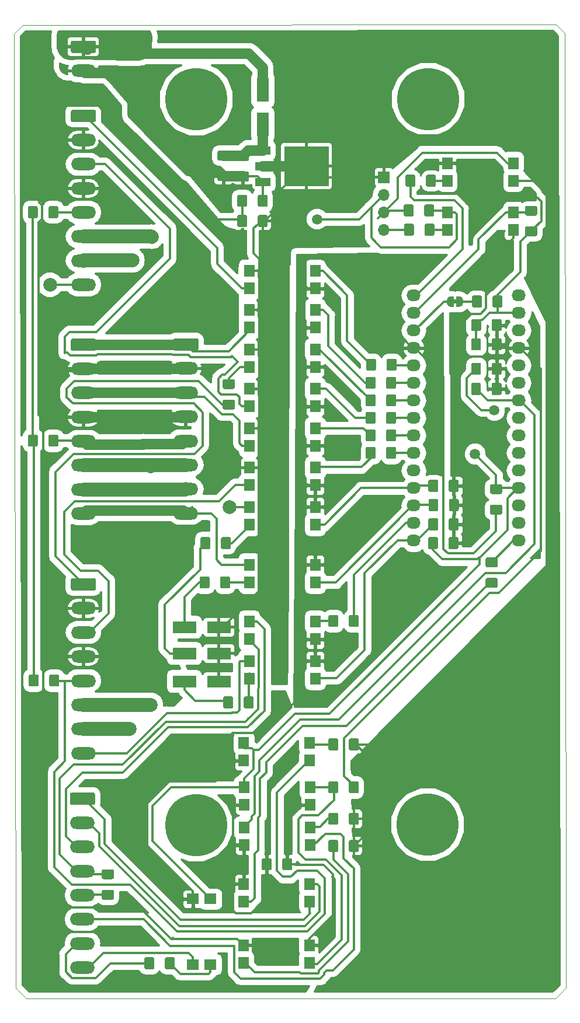
<source format=gbr>
G04 #@! TF.GenerationSoftware,KiCad,Pcbnew,(6.0.0-rc1-dev-347-gd8782b751)*
G04 #@! TF.CreationDate,2019-11-16T19:03:48+01:00*
G04 #@! TF.ProjectId,nano,6E616E6F2E6B696361645F7063620000,rev?*
G04 #@! TF.SameCoordinates,Original*
G04 #@! TF.FileFunction,Copper,L2,Bot,Signal*
G04 #@! TF.FilePolarity,Positive*
%FSLAX46Y46*%
G04 Gerber Fmt 4.6, Leading zero omitted, Abs format (unit mm)*
G04 Created by KiCad (PCBNEW (6.0.0-rc1-dev-347-gd8782b751)) date 11/16/19 19:03:48*
%MOMM*%
%LPD*%
G01*
G04 APERTURE LIST*
G04 #@! TA.AperFunction,NonConductor*
%ADD10C,0.100000*%
G04 #@! TD*
G04 #@! TA.AperFunction,Conductor*
%ADD11C,0.100000*%
G04 #@! TD*
G04 #@! TA.AperFunction,SMDPad,CuDef*
%ADD12C,1.425000*%
G04 #@! TD*
G04 #@! TA.AperFunction,SMDPad,CuDef*
%ADD13R,3.500000X1.800000*%
G04 #@! TD*
G04 #@! TA.AperFunction,SMDPad,CuDef*
%ADD14R,1.800000X3.500000*%
G04 #@! TD*
G04 #@! TA.AperFunction,SMDPad,CuDef*
%ADD15R,1.500000X1.780000*%
G04 #@! TD*
G04 #@! TA.AperFunction,SMDPad,CuDef*
%ADD16C,0.500000*%
G04 #@! TD*
G04 #@! TA.AperFunction,ComponentPad*
%ADD17O,1.700000X1.700000*%
G04 #@! TD*
G04 #@! TA.AperFunction,ComponentPad*
%ADD18R,1.700000X1.700000*%
G04 #@! TD*
G04 #@! TA.AperFunction,ComponentPad*
%ADD19O,3.600000X1.800000*%
G04 #@! TD*
G04 #@! TA.AperFunction,ComponentPad*
%ADD20C,1.800000*%
G04 #@! TD*
G04 #@! TA.AperFunction,SMDPad,CuDef*
%ADD21R,1.780000X1.500000*%
G04 #@! TD*
G04 #@! TA.AperFunction,ComponentPad*
%ADD22C,9.000000*%
G04 #@! TD*
G04 #@! TA.AperFunction,SMDPad,CuDef*
%ADD23R,6.400000X5.800000*%
G04 #@! TD*
G04 #@! TA.AperFunction,SMDPad,CuDef*
%ADD24R,2.200000X1.200000*%
G04 #@! TD*
G04 #@! TA.AperFunction,ComponentPad*
%ADD25O,2.032000X1.727200*%
G04 #@! TD*
G04 #@! TA.AperFunction,ViaPad*
%ADD26C,2.000000*%
G04 #@! TD*
G04 #@! TA.AperFunction,ViaPad*
%ADD27C,1.500000*%
G04 #@! TD*
G04 #@! TA.AperFunction,Conductor*
%ADD28C,0.350000*%
G04 #@! TD*
G04 #@! TA.AperFunction,Conductor*
%ADD29C,2.000000*%
G04 #@! TD*
G04 #@! TA.AperFunction,Conductor*
%ADD30C,1.500000*%
G04 #@! TD*
G04 #@! TA.AperFunction,Conductor*
%ADD31C,0.254000*%
G04 #@! TD*
G04 APERTURE END LIST*
D10*
X83312000Y-173228000D02*
X81788000Y-171704000D01*
X82804000Y-32004000D02*
X81534000Y-33274000D01*
X161544000Y-171704000D02*
X160020000Y-173228000D01*
X161353500Y-33210500D02*
X160083500Y-31940500D01*
X110746885Y-148021384D02*
G75*
G03X110746885Y-148021384I-2796885J0D01*
G01*
X144208500Y-148018500D02*
G75*
G03X144208500Y-148018500I-2794000J0D01*
G01*
X110692022Y-42874021D02*
G75*
G03X110692022Y-42874021I-2805522J0D01*
G01*
X144030668Y-42875168D02*
G75*
G03X144030668Y-42875168I-2552668J0D01*
G01*
X81788000Y-171704000D02*
X81534000Y-33274000D01*
X160020000Y-173228000D02*
X83312000Y-173228000D01*
X161353500Y-33210500D02*
X161544000Y-171704000D01*
X82804000Y-32004000D02*
X160083500Y-31940500D01*
D11*
G04 #@! TO.N,ABORT*
G04 #@! TO.C,C7*
G36*
X152033504Y-98639204D02*
X152057773Y-98642804D01*
X152081571Y-98648765D01*
X152104671Y-98657030D01*
X152126849Y-98667520D01*
X152147893Y-98680133D01*
X152167598Y-98694747D01*
X152185777Y-98711223D01*
X152202253Y-98729402D01*
X152216867Y-98749107D01*
X152229480Y-98770151D01*
X152239970Y-98792329D01*
X152248235Y-98815429D01*
X152254196Y-98839227D01*
X152257796Y-98863496D01*
X152259000Y-98888000D01*
X152259000Y-99813000D01*
X152257796Y-99837504D01*
X152254196Y-99861773D01*
X152248235Y-99885571D01*
X152239970Y-99908671D01*
X152229480Y-99930849D01*
X152216867Y-99951893D01*
X152202253Y-99971598D01*
X152185777Y-99989777D01*
X152167598Y-100006253D01*
X152147893Y-100020867D01*
X152126849Y-100033480D01*
X152104671Y-100043970D01*
X152081571Y-100052235D01*
X152057773Y-100058196D01*
X152033504Y-100061796D01*
X152009000Y-100063000D01*
X150759000Y-100063000D01*
X150734496Y-100061796D01*
X150710227Y-100058196D01*
X150686429Y-100052235D01*
X150663329Y-100043970D01*
X150641151Y-100033480D01*
X150620107Y-100020867D01*
X150600402Y-100006253D01*
X150582223Y-99989777D01*
X150565747Y-99971598D01*
X150551133Y-99951893D01*
X150538520Y-99930849D01*
X150528030Y-99908671D01*
X150519765Y-99885571D01*
X150513804Y-99861773D01*
X150510204Y-99837504D01*
X150509000Y-99813000D01*
X150509000Y-98888000D01*
X150510204Y-98863496D01*
X150513804Y-98839227D01*
X150519765Y-98815429D01*
X150528030Y-98792329D01*
X150538520Y-98770151D01*
X150551133Y-98749107D01*
X150565747Y-98729402D01*
X150582223Y-98711223D01*
X150600402Y-98694747D01*
X150620107Y-98680133D01*
X150641151Y-98667520D01*
X150663329Y-98657030D01*
X150686429Y-98648765D01*
X150710227Y-98642804D01*
X150734496Y-98639204D01*
X150759000Y-98638000D01*
X152009000Y-98638000D01*
X152033504Y-98639204D01*
X152033504Y-98639204D01*
G37*
D12*
G04 #@! TD*
G04 #@! TO.P,C7,2*
G04 #@! TO.N,ABORT*
X151384000Y-99350500D03*
D11*
G04 #@! TO.N,GND*
G04 #@! TO.C,C7*
G36*
X152033504Y-101614204D02*
X152057773Y-101617804D01*
X152081571Y-101623765D01*
X152104671Y-101632030D01*
X152126849Y-101642520D01*
X152147893Y-101655133D01*
X152167598Y-101669747D01*
X152185777Y-101686223D01*
X152202253Y-101704402D01*
X152216867Y-101724107D01*
X152229480Y-101745151D01*
X152239970Y-101767329D01*
X152248235Y-101790429D01*
X152254196Y-101814227D01*
X152257796Y-101838496D01*
X152259000Y-101863000D01*
X152259000Y-102788000D01*
X152257796Y-102812504D01*
X152254196Y-102836773D01*
X152248235Y-102860571D01*
X152239970Y-102883671D01*
X152229480Y-102905849D01*
X152216867Y-102926893D01*
X152202253Y-102946598D01*
X152185777Y-102964777D01*
X152167598Y-102981253D01*
X152147893Y-102995867D01*
X152126849Y-103008480D01*
X152104671Y-103018970D01*
X152081571Y-103027235D01*
X152057773Y-103033196D01*
X152033504Y-103036796D01*
X152009000Y-103038000D01*
X150759000Y-103038000D01*
X150734496Y-103036796D01*
X150710227Y-103033196D01*
X150686429Y-103027235D01*
X150663329Y-103018970D01*
X150641151Y-103008480D01*
X150620107Y-102995867D01*
X150600402Y-102981253D01*
X150582223Y-102964777D01*
X150565747Y-102946598D01*
X150551133Y-102926893D01*
X150538520Y-102905849D01*
X150528030Y-102883671D01*
X150519765Y-102860571D01*
X150513804Y-102836773D01*
X150510204Y-102812504D01*
X150509000Y-102788000D01*
X150509000Y-101863000D01*
X150510204Y-101838496D01*
X150513804Y-101814227D01*
X150519765Y-101790429D01*
X150528030Y-101767329D01*
X150538520Y-101745151D01*
X150551133Y-101724107D01*
X150565747Y-101704402D01*
X150582223Y-101686223D01*
X150600402Y-101669747D01*
X150620107Y-101655133D01*
X150641151Y-101642520D01*
X150663329Y-101632030D01*
X150686429Y-101623765D01*
X150710227Y-101617804D01*
X150734496Y-101614204D01*
X150759000Y-101613000D01*
X152009000Y-101613000D01*
X152033504Y-101614204D01*
X152033504Y-101614204D01*
G37*
D12*
G04 #@! TD*
G04 #@! TO.P,C7,1*
G04 #@! TO.N,GND*
X151384000Y-102325500D03*
D13*
G04 #@! TO.P,D5->|-1,2*
G04 #@! TO.N,5V_ISO*
X111212000Y-127254000D03*
G04 #@! TO.P,D5->|-1,1*
G04 #@! TO.N,Net-(D5->|-1-Pad1)*
X106212000Y-127254000D03*
G04 #@! TD*
G04 #@! TO.P,D4->|-1,2*
G04 #@! TO.N,5V_ISO*
X111212000Y-119380000D03*
G04 #@! TO.P,D4->|-1,1*
G04 #@! TO.N,Net-(D4->|-1-Pad1)*
X106212000Y-119380000D03*
G04 #@! TD*
G04 #@! TO.P,D3->|-1,2*
G04 #@! TO.N,5V_ISO*
X111212000Y-123190000D03*
G04 #@! TO.P,D3->|-1,1*
G04 #@! TO.N,Net-(D3->|-1-Pad1)*
X106212000Y-123190000D03*
G04 #@! TD*
D14*
G04 #@! TO.P,D2->|-1,2*
G04 #@! TO.N,+36V*
X117602000Y-41442000D03*
G04 #@! TO.P,D2->|-1,1*
G04 #@! TO.N,Net-(C2-Pad1)*
X117602000Y-46442000D03*
G04 #@! TD*
D15*
G04 #@! TO.P,U19,4*
G04 #@! TO.N,5V_ISO*
X153863000Y-54610000D03*
G04 #@! TO.P,U19,2*
G04 #@! TO.N,GND*
X144333000Y-52070000D03*
G04 #@! TO.P,U19,3*
G04 #@! TO.N,Tx_conn*
X153863000Y-52070000D03*
G04 #@! TO.P,U19,1*
G04 #@! TO.N,Net-(R32-Pad1)*
X144333000Y-54610000D03*
G04 #@! TD*
G04 #@! TO.P,U18,4*
G04 #@! TO.N,+5V*
X153863000Y-61722000D03*
G04 #@! TO.P,U18,2*
G04 #@! TO.N,GNDS*
X144333000Y-59182000D03*
G04 #@! TO.P,U18,3*
G04 #@! TO.N,Rx*
X153863000Y-59182000D03*
G04 #@! TO.P,U18,1*
G04 #@! TO.N,Net-(R29-Pad1)*
X144333000Y-61722000D03*
G04 #@! TD*
D11*
G04 #@! TO.N,Tx_conn*
G04 #@! TO.C,R33*
G36*
X139207504Y-58054204D02*
X139231773Y-58057804D01*
X139255571Y-58063765D01*
X139278671Y-58072030D01*
X139300849Y-58082520D01*
X139321893Y-58095133D01*
X139341598Y-58109747D01*
X139359777Y-58126223D01*
X139376253Y-58144402D01*
X139390867Y-58164107D01*
X139403480Y-58185151D01*
X139413970Y-58207329D01*
X139422235Y-58230429D01*
X139428196Y-58254227D01*
X139431796Y-58278496D01*
X139433000Y-58303000D01*
X139433000Y-59553000D01*
X139431796Y-59577504D01*
X139428196Y-59601773D01*
X139422235Y-59625571D01*
X139413970Y-59648671D01*
X139403480Y-59670849D01*
X139390867Y-59691893D01*
X139376253Y-59711598D01*
X139359777Y-59729777D01*
X139341598Y-59746253D01*
X139321893Y-59760867D01*
X139300849Y-59773480D01*
X139278671Y-59783970D01*
X139255571Y-59792235D01*
X139231773Y-59798196D01*
X139207504Y-59801796D01*
X139183000Y-59803000D01*
X138258000Y-59803000D01*
X138233496Y-59801796D01*
X138209227Y-59798196D01*
X138185429Y-59792235D01*
X138162329Y-59783970D01*
X138140151Y-59773480D01*
X138119107Y-59760867D01*
X138099402Y-59746253D01*
X138081223Y-59729777D01*
X138064747Y-59711598D01*
X138050133Y-59691893D01*
X138037520Y-59670849D01*
X138027030Y-59648671D01*
X138018765Y-59625571D01*
X138012804Y-59601773D01*
X138009204Y-59577504D01*
X138008000Y-59553000D01*
X138008000Y-58303000D01*
X138009204Y-58278496D01*
X138012804Y-58254227D01*
X138018765Y-58230429D01*
X138027030Y-58207329D01*
X138037520Y-58185151D01*
X138050133Y-58164107D01*
X138064747Y-58144402D01*
X138081223Y-58126223D01*
X138099402Y-58109747D01*
X138119107Y-58095133D01*
X138140151Y-58082520D01*
X138162329Y-58072030D01*
X138185429Y-58063765D01*
X138209227Y-58057804D01*
X138233496Y-58054204D01*
X138258000Y-58053000D01*
X139183000Y-58053000D01*
X139207504Y-58054204D01*
X139207504Y-58054204D01*
G37*
D12*
G04 #@! TD*
G04 #@! TO.P,R33,2*
G04 #@! TO.N,Tx_conn*
X138720500Y-58928000D03*
D11*
G04 #@! TO.N,GNDS*
G04 #@! TO.C,R33*
G36*
X142182504Y-58054204D02*
X142206773Y-58057804D01*
X142230571Y-58063765D01*
X142253671Y-58072030D01*
X142275849Y-58082520D01*
X142296893Y-58095133D01*
X142316598Y-58109747D01*
X142334777Y-58126223D01*
X142351253Y-58144402D01*
X142365867Y-58164107D01*
X142378480Y-58185151D01*
X142388970Y-58207329D01*
X142397235Y-58230429D01*
X142403196Y-58254227D01*
X142406796Y-58278496D01*
X142408000Y-58303000D01*
X142408000Y-59553000D01*
X142406796Y-59577504D01*
X142403196Y-59601773D01*
X142397235Y-59625571D01*
X142388970Y-59648671D01*
X142378480Y-59670849D01*
X142365867Y-59691893D01*
X142351253Y-59711598D01*
X142334777Y-59729777D01*
X142316598Y-59746253D01*
X142296893Y-59760867D01*
X142275849Y-59773480D01*
X142253671Y-59783970D01*
X142230571Y-59792235D01*
X142206773Y-59798196D01*
X142182504Y-59801796D01*
X142158000Y-59803000D01*
X141233000Y-59803000D01*
X141208496Y-59801796D01*
X141184227Y-59798196D01*
X141160429Y-59792235D01*
X141137329Y-59783970D01*
X141115151Y-59773480D01*
X141094107Y-59760867D01*
X141074402Y-59746253D01*
X141056223Y-59729777D01*
X141039747Y-59711598D01*
X141025133Y-59691893D01*
X141012520Y-59670849D01*
X141002030Y-59648671D01*
X140993765Y-59625571D01*
X140987804Y-59601773D01*
X140984204Y-59577504D01*
X140983000Y-59553000D01*
X140983000Y-58303000D01*
X140984204Y-58278496D01*
X140987804Y-58254227D01*
X140993765Y-58230429D01*
X141002030Y-58207329D01*
X141012520Y-58185151D01*
X141025133Y-58164107D01*
X141039747Y-58144402D01*
X141056223Y-58126223D01*
X141074402Y-58109747D01*
X141094107Y-58095133D01*
X141115151Y-58082520D01*
X141137329Y-58072030D01*
X141160429Y-58063765D01*
X141184227Y-58057804D01*
X141208496Y-58054204D01*
X141233000Y-58053000D01*
X142158000Y-58053000D01*
X142182504Y-58054204D01*
X142182504Y-58054204D01*
G37*
D12*
G04 #@! TD*
G04 #@! TO.P,R33,1*
G04 #@! TO.N,GNDS*
X141695500Y-58928000D03*
D11*
G04 #@! TO.N,Tx*
G04 #@! TO.C,R32*
G36*
X139461504Y-53736204D02*
X139485773Y-53739804D01*
X139509571Y-53745765D01*
X139532671Y-53754030D01*
X139554849Y-53764520D01*
X139575893Y-53777133D01*
X139595598Y-53791747D01*
X139613777Y-53808223D01*
X139630253Y-53826402D01*
X139644867Y-53846107D01*
X139657480Y-53867151D01*
X139667970Y-53889329D01*
X139676235Y-53912429D01*
X139682196Y-53936227D01*
X139685796Y-53960496D01*
X139687000Y-53985000D01*
X139687000Y-55235000D01*
X139685796Y-55259504D01*
X139682196Y-55283773D01*
X139676235Y-55307571D01*
X139667970Y-55330671D01*
X139657480Y-55352849D01*
X139644867Y-55373893D01*
X139630253Y-55393598D01*
X139613777Y-55411777D01*
X139595598Y-55428253D01*
X139575893Y-55442867D01*
X139554849Y-55455480D01*
X139532671Y-55465970D01*
X139509571Y-55474235D01*
X139485773Y-55480196D01*
X139461504Y-55483796D01*
X139437000Y-55485000D01*
X138512000Y-55485000D01*
X138487496Y-55483796D01*
X138463227Y-55480196D01*
X138439429Y-55474235D01*
X138416329Y-55465970D01*
X138394151Y-55455480D01*
X138373107Y-55442867D01*
X138353402Y-55428253D01*
X138335223Y-55411777D01*
X138318747Y-55393598D01*
X138304133Y-55373893D01*
X138291520Y-55352849D01*
X138281030Y-55330671D01*
X138272765Y-55307571D01*
X138266804Y-55283773D01*
X138263204Y-55259504D01*
X138262000Y-55235000D01*
X138262000Y-53985000D01*
X138263204Y-53960496D01*
X138266804Y-53936227D01*
X138272765Y-53912429D01*
X138281030Y-53889329D01*
X138291520Y-53867151D01*
X138304133Y-53846107D01*
X138318747Y-53826402D01*
X138335223Y-53808223D01*
X138353402Y-53791747D01*
X138373107Y-53777133D01*
X138394151Y-53764520D01*
X138416329Y-53754030D01*
X138439429Y-53745765D01*
X138463227Y-53739804D01*
X138487496Y-53736204D01*
X138512000Y-53735000D01*
X139437000Y-53735000D01*
X139461504Y-53736204D01*
X139461504Y-53736204D01*
G37*
D12*
G04 #@! TD*
G04 #@! TO.P,R32,2*
G04 #@! TO.N,Tx*
X138974500Y-54610000D03*
D11*
G04 #@! TO.N,Net-(R32-Pad1)*
G04 #@! TO.C,R32*
G36*
X142436504Y-53736204D02*
X142460773Y-53739804D01*
X142484571Y-53745765D01*
X142507671Y-53754030D01*
X142529849Y-53764520D01*
X142550893Y-53777133D01*
X142570598Y-53791747D01*
X142588777Y-53808223D01*
X142605253Y-53826402D01*
X142619867Y-53846107D01*
X142632480Y-53867151D01*
X142642970Y-53889329D01*
X142651235Y-53912429D01*
X142657196Y-53936227D01*
X142660796Y-53960496D01*
X142662000Y-53985000D01*
X142662000Y-55235000D01*
X142660796Y-55259504D01*
X142657196Y-55283773D01*
X142651235Y-55307571D01*
X142642970Y-55330671D01*
X142632480Y-55352849D01*
X142619867Y-55373893D01*
X142605253Y-55393598D01*
X142588777Y-55411777D01*
X142570598Y-55428253D01*
X142550893Y-55442867D01*
X142529849Y-55455480D01*
X142507671Y-55465970D01*
X142484571Y-55474235D01*
X142460773Y-55480196D01*
X142436504Y-55483796D01*
X142412000Y-55485000D01*
X141487000Y-55485000D01*
X141462496Y-55483796D01*
X141438227Y-55480196D01*
X141414429Y-55474235D01*
X141391329Y-55465970D01*
X141369151Y-55455480D01*
X141348107Y-55442867D01*
X141328402Y-55428253D01*
X141310223Y-55411777D01*
X141293747Y-55393598D01*
X141279133Y-55373893D01*
X141266520Y-55352849D01*
X141256030Y-55330671D01*
X141247765Y-55307571D01*
X141241804Y-55283773D01*
X141238204Y-55259504D01*
X141237000Y-55235000D01*
X141237000Y-53985000D01*
X141238204Y-53960496D01*
X141241804Y-53936227D01*
X141247765Y-53912429D01*
X141256030Y-53889329D01*
X141266520Y-53867151D01*
X141279133Y-53846107D01*
X141293747Y-53826402D01*
X141310223Y-53808223D01*
X141328402Y-53791747D01*
X141348107Y-53777133D01*
X141369151Y-53764520D01*
X141391329Y-53754030D01*
X141414429Y-53745765D01*
X141438227Y-53739804D01*
X141462496Y-53736204D01*
X141487000Y-53735000D01*
X142412000Y-53735000D01*
X142436504Y-53736204D01*
X142436504Y-53736204D01*
G37*
D12*
G04 #@! TD*
G04 #@! TO.P,R32,1*
G04 #@! TO.N,Net-(R32-Pad1)*
X141949500Y-54610000D03*
D11*
G04 #@! TO.N,+5V*
G04 #@! TO.C,R31*
G36*
X145702004Y-106314204D02*
X145726273Y-106317804D01*
X145750071Y-106323765D01*
X145773171Y-106332030D01*
X145795349Y-106342520D01*
X145816393Y-106355133D01*
X145836098Y-106369747D01*
X145854277Y-106386223D01*
X145870753Y-106404402D01*
X145885367Y-106424107D01*
X145897980Y-106445151D01*
X145908470Y-106467329D01*
X145916735Y-106490429D01*
X145922696Y-106514227D01*
X145926296Y-106538496D01*
X145927500Y-106563000D01*
X145927500Y-107813000D01*
X145926296Y-107837504D01*
X145922696Y-107861773D01*
X145916735Y-107885571D01*
X145908470Y-107908671D01*
X145897980Y-107930849D01*
X145885367Y-107951893D01*
X145870753Y-107971598D01*
X145854277Y-107989777D01*
X145836098Y-108006253D01*
X145816393Y-108020867D01*
X145795349Y-108033480D01*
X145773171Y-108043970D01*
X145750071Y-108052235D01*
X145726273Y-108058196D01*
X145702004Y-108061796D01*
X145677500Y-108063000D01*
X144752500Y-108063000D01*
X144727996Y-108061796D01*
X144703727Y-108058196D01*
X144679929Y-108052235D01*
X144656829Y-108043970D01*
X144634651Y-108033480D01*
X144613607Y-108020867D01*
X144593902Y-108006253D01*
X144575723Y-107989777D01*
X144559247Y-107971598D01*
X144544633Y-107951893D01*
X144532020Y-107930849D01*
X144521530Y-107908671D01*
X144513265Y-107885571D01*
X144507304Y-107861773D01*
X144503704Y-107837504D01*
X144502500Y-107813000D01*
X144502500Y-106563000D01*
X144503704Y-106538496D01*
X144507304Y-106514227D01*
X144513265Y-106490429D01*
X144521530Y-106467329D01*
X144532020Y-106445151D01*
X144544633Y-106424107D01*
X144559247Y-106404402D01*
X144575723Y-106386223D01*
X144593902Y-106369747D01*
X144613607Y-106355133D01*
X144634651Y-106342520D01*
X144656829Y-106332030D01*
X144679929Y-106323765D01*
X144703727Y-106317804D01*
X144727996Y-106314204D01*
X144752500Y-106313000D01*
X145677500Y-106313000D01*
X145702004Y-106314204D01*
X145702004Y-106314204D01*
G37*
D12*
G04 #@! TD*
G04 #@! TO.P,R31,2*
G04 #@! TO.N,+5V*
X145215000Y-107188000D03*
D11*
G04 #@! TO.N,ABORT*
G04 #@! TO.C,R31*
G36*
X142727004Y-106314204D02*
X142751273Y-106317804D01*
X142775071Y-106323765D01*
X142798171Y-106332030D01*
X142820349Y-106342520D01*
X142841393Y-106355133D01*
X142861098Y-106369747D01*
X142879277Y-106386223D01*
X142895753Y-106404402D01*
X142910367Y-106424107D01*
X142922980Y-106445151D01*
X142933470Y-106467329D01*
X142941735Y-106490429D01*
X142947696Y-106514227D01*
X142951296Y-106538496D01*
X142952500Y-106563000D01*
X142952500Y-107813000D01*
X142951296Y-107837504D01*
X142947696Y-107861773D01*
X142941735Y-107885571D01*
X142933470Y-107908671D01*
X142922980Y-107930849D01*
X142910367Y-107951893D01*
X142895753Y-107971598D01*
X142879277Y-107989777D01*
X142861098Y-108006253D01*
X142841393Y-108020867D01*
X142820349Y-108033480D01*
X142798171Y-108043970D01*
X142775071Y-108052235D01*
X142751273Y-108058196D01*
X142727004Y-108061796D01*
X142702500Y-108063000D01*
X141777500Y-108063000D01*
X141752996Y-108061796D01*
X141728727Y-108058196D01*
X141704929Y-108052235D01*
X141681829Y-108043970D01*
X141659651Y-108033480D01*
X141638607Y-108020867D01*
X141618902Y-108006253D01*
X141600723Y-107989777D01*
X141584247Y-107971598D01*
X141569633Y-107951893D01*
X141557020Y-107930849D01*
X141546530Y-107908671D01*
X141538265Y-107885571D01*
X141532304Y-107861773D01*
X141528704Y-107837504D01*
X141527500Y-107813000D01*
X141527500Y-106563000D01*
X141528704Y-106538496D01*
X141532304Y-106514227D01*
X141538265Y-106490429D01*
X141546530Y-106467329D01*
X141557020Y-106445151D01*
X141569633Y-106424107D01*
X141584247Y-106404402D01*
X141600723Y-106386223D01*
X141618902Y-106369747D01*
X141638607Y-106355133D01*
X141659651Y-106342520D01*
X141681829Y-106332030D01*
X141704929Y-106323765D01*
X141728727Y-106317804D01*
X141752996Y-106314204D01*
X141777500Y-106313000D01*
X142702500Y-106313000D01*
X142727004Y-106314204D01*
X142727004Y-106314204D01*
G37*
D12*
G04 #@! TD*
G04 #@! TO.P,R31,1*
G04 #@! TO.N,ABORT*
X142240000Y-107188000D03*
D11*
G04 #@! TO.N,Rx*
G04 #@! TO.C,R30*
G36*
X157113504Y-58253204D02*
X157137773Y-58256804D01*
X157161571Y-58262765D01*
X157184671Y-58271030D01*
X157206849Y-58281520D01*
X157227893Y-58294133D01*
X157247598Y-58308747D01*
X157265777Y-58325223D01*
X157282253Y-58343402D01*
X157296867Y-58363107D01*
X157309480Y-58384151D01*
X157319970Y-58406329D01*
X157328235Y-58429429D01*
X157334196Y-58453227D01*
X157337796Y-58477496D01*
X157339000Y-58502000D01*
X157339000Y-59427000D01*
X157337796Y-59451504D01*
X157334196Y-59475773D01*
X157328235Y-59499571D01*
X157319970Y-59522671D01*
X157309480Y-59544849D01*
X157296867Y-59565893D01*
X157282253Y-59585598D01*
X157265777Y-59603777D01*
X157247598Y-59620253D01*
X157227893Y-59634867D01*
X157206849Y-59647480D01*
X157184671Y-59657970D01*
X157161571Y-59666235D01*
X157137773Y-59672196D01*
X157113504Y-59675796D01*
X157089000Y-59677000D01*
X155839000Y-59677000D01*
X155814496Y-59675796D01*
X155790227Y-59672196D01*
X155766429Y-59666235D01*
X155743329Y-59657970D01*
X155721151Y-59647480D01*
X155700107Y-59634867D01*
X155680402Y-59620253D01*
X155662223Y-59603777D01*
X155645747Y-59585598D01*
X155631133Y-59565893D01*
X155618520Y-59544849D01*
X155608030Y-59522671D01*
X155599765Y-59499571D01*
X155593804Y-59475773D01*
X155590204Y-59451504D01*
X155589000Y-59427000D01*
X155589000Y-58502000D01*
X155590204Y-58477496D01*
X155593804Y-58453227D01*
X155599765Y-58429429D01*
X155608030Y-58406329D01*
X155618520Y-58384151D01*
X155631133Y-58363107D01*
X155645747Y-58343402D01*
X155662223Y-58325223D01*
X155680402Y-58308747D01*
X155700107Y-58294133D01*
X155721151Y-58281520D01*
X155743329Y-58271030D01*
X155766429Y-58262765D01*
X155790227Y-58256804D01*
X155814496Y-58253204D01*
X155839000Y-58252000D01*
X157089000Y-58252000D01*
X157113504Y-58253204D01*
X157113504Y-58253204D01*
G37*
D12*
G04 #@! TD*
G04 #@! TO.P,R30,2*
G04 #@! TO.N,Rx*
X156464000Y-58964500D03*
D11*
G04 #@! TO.N,GND*
G04 #@! TO.C,R30*
G36*
X157113504Y-61228204D02*
X157137773Y-61231804D01*
X157161571Y-61237765D01*
X157184671Y-61246030D01*
X157206849Y-61256520D01*
X157227893Y-61269133D01*
X157247598Y-61283747D01*
X157265777Y-61300223D01*
X157282253Y-61318402D01*
X157296867Y-61338107D01*
X157309480Y-61359151D01*
X157319970Y-61381329D01*
X157328235Y-61404429D01*
X157334196Y-61428227D01*
X157337796Y-61452496D01*
X157339000Y-61477000D01*
X157339000Y-62402000D01*
X157337796Y-62426504D01*
X157334196Y-62450773D01*
X157328235Y-62474571D01*
X157319970Y-62497671D01*
X157309480Y-62519849D01*
X157296867Y-62540893D01*
X157282253Y-62560598D01*
X157265777Y-62578777D01*
X157247598Y-62595253D01*
X157227893Y-62609867D01*
X157206849Y-62622480D01*
X157184671Y-62632970D01*
X157161571Y-62641235D01*
X157137773Y-62647196D01*
X157113504Y-62650796D01*
X157089000Y-62652000D01*
X155839000Y-62652000D01*
X155814496Y-62650796D01*
X155790227Y-62647196D01*
X155766429Y-62641235D01*
X155743329Y-62632970D01*
X155721151Y-62622480D01*
X155700107Y-62609867D01*
X155680402Y-62595253D01*
X155662223Y-62578777D01*
X155645747Y-62560598D01*
X155631133Y-62540893D01*
X155618520Y-62519849D01*
X155608030Y-62497671D01*
X155599765Y-62474571D01*
X155593804Y-62450773D01*
X155590204Y-62426504D01*
X155589000Y-62402000D01*
X155589000Y-61477000D01*
X155590204Y-61452496D01*
X155593804Y-61428227D01*
X155599765Y-61404429D01*
X155608030Y-61381329D01*
X155618520Y-61359151D01*
X155631133Y-61338107D01*
X155645747Y-61318402D01*
X155662223Y-61300223D01*
X155680402Y-61283747D01*
X155700107Y-61269133D01*
X155721151Y-61256520D01*
X155743329Y-61246030D01*
X155766429Y-61237765D01*
X155790227Y-61231804D01*
X155814496Y-61228204D01*
X155839000Y-61227000D01*
X157089000Y-61227000D01*
X157113504Y-61228204D01*
X157113504Y-61228204D01*
G37*
D12*
G04 #@! TD*
G04 #@! TO.P,R30,1*
G04 #@! TO.N,GND*
X156464000Y-61939500D03*
D11*
G04 #@! TO.N,Rx_conn*
G04 #@! TO.C,R29*
G36*
X139244004Y-60848204D02*
X139268273Y-60851804D01*
X139292071Y-60857765D01*
X139315171Y-60866030D01*
X139337349Y-60876520D01*
X139358393Y-60889133D01*
X139378098Y-60903747D01*
X139396277Y-60920223D01*
X139412753Y-60938402D01*
X139427367Y-60958107D01*
X139439980Y-60979151D01*
X139450470Y-61001329D01*
X139458735Y-61024429D01*
X139464696Y-61048227D01*
X139468296Y-61072496D01*
X139469500Y-61097000D01*
X139469500Y-62347000D01*
X139468296Y-62371504D01*
X139464696Y-62395773D01*
X139458735Y-62419571D01*
X139450470Y-62442671D01*
X139439980Y-62464849D01*
X139427367Y-62485893D01*
X139412753Y-62505598D01*
X139396277Y-62523777D01*
X139378098Y-62540253D01*
X139358393Y-62554867D01*
X139337349Y-62567480D01*
X139315171Y-62577970D01*
X139292071Y-62586235D01*
X139268273Y-62592196D01*
X139244004Y-62595796D01*
X139219500Y-62597000D01*
X138294500Y-62597000D01*
X138269996Y-62595796D01*
X138245727Y-62592196D01*
X138221929Y-62586235D01*
X138198829Y-62577970D01*
X138176651Y-62567480D01*
X138155607Y-62554867D01*
X138135902Y-62540253D01*
X138117723Y-62523777D01*
X138101247Y-62505598D01*
X138086633Y-62485893D01*
X138074020Y-62464849D01*
X138063530Y-62442671D01*
X138055265Y-62419571D01*
X138049304Y-62395773D01*
X138045704Y-62371504D01*
X138044500Y-62347000D01*
X138044500Y-61097000D01*
X138045704Y-61072496D01*
X138049304Y-61048227D01*
X138055265Y-61024429D01*
X138063530Y-61001329D01*
X138074020Y-60979151D01*
X138086633Y-60958107D01*
X138101247Y-60938402D01*
X138117723Y-60920223D01*
X138135902Y-60903747D01*
X138155607Y-60889133D01*
X138176651Y-60876520D01*
X138198829Y-60866030D01*
X138221929Y-60857765D01*
X138245727Y-60851804D01*
X138269996Y-60848204D01*
X138294500Y-60847000D01*
X139219500Y-60847000D01*
X139244004Y-60848204D01*
X139244004Y-60848204D01*
G37*
D12*
G04 #@! TD*
G04 #@! TO.P,R29,2*
G04 #@! TO.N,Rx_conn*
X138757000Y-61722000D03*
D11*
G04 #@! TO.N,Net-(R29-Pad1)*
G04 #@! TO.C,R29*
G36*
X142219004Y-60848204D02*
X142243273Y-60851804D01*
X142267071Y-60857765D01*
X142290171Y-60866030D01*
X142312349Y-60876520D01*
X142333393Y-60889133D01*
X142353098Y-60903747D01*
X142371277Y-60920223D01*
X142387753Y-60938402D01*
X142402367Y-60958107D01*
X142414980Y-60979151D01*
X142425470Y-61001329D01*
X142433735Y-61024429D01*
X142439696Y-61048227D01*
X142443296Y-61072496D01*
X142444500Y-61097000D01*
X142444500Y-62347000D01*
X142443296Y-62371504D01*
X142439696Y-62395773D01*
X142433735Y-62419571D01*
X142425470Y-62442671D01*
X142414980Y-62464849D01*
X142402367Y-62485893D01*
X142387753Y-62505598D01*
X142371277Y-62523777D01*
X142353098Y-62540253D01*
X142333393Y-62554867D01*
X142312349Y-62567480D01*
X142290171Y-62577970D01*
X142267071Y-62586235D01*
X142243273Y-62592196D01*
X142219004Y-62595796D01*
X142194500Y-62597000D01*
X141269500Y-62597000D01*
X141244996Y-62595796D01*
X141220727Y-62592196D01*
X141196929Y-62586235D01*
X141173829Y-62577970D01*
X141151651Y-62567480D01*
X141130607Y-62554867D01*
X141110902Y-62540253D01*
X141092723Y-62523777D01*
X141076247Y-62505598D01*
X141061633Y-62485893D01*
X141049020Y-62464849D01*
X141038530Y-62442671D01*
X141030265Y-62419571D01*
X141024304Y-62395773D01*
X141020704Y-62371504D01*
X141019500Y-62347000D01*
X141019500Y-61097000D01*
X141020704Y-61072496D01*
X141024304Y-61048227D01*
X141030265Y-61024429D01*
X141038530Y-61001329D01*
X141049020Y-60979151D01*
X141061633Y-60958107D01*
X141076247Y-60938402D01*
X141092723Y-60920223D01*
X141110902Y-60903747D01*
X141130607Y-60889133D01*
X141151651Y-60876520D01*
X141173829Y-60866030D01*
X141196929Y-60857765D01*
X141220727Y-60851804D01*
X141244996Y-60848204D01*
X141269500Y-60847000D01*
X142194500Y-60847000D01*
X142219004Y-60848204D01*
X142219004Y-60848204D01*
G37*
D12*
G04 #@! TD*
G04 #@! TO.P,R29,1*
G04 #@! TO.N,Net-(R29-Pad1)*
X141732000Y-61722000D03*
D16*
G04 #@! TO.P,RESET_CAP_JUMPER1,2*
G04 #@! TO.N,Net-(C4-Pad2)*
X146080000Y-72136000D03*
D11*
G04 #@! TD*
G04 #@! TO.N,Net-(C4-Pad2)*
G04 #@! TO.C,RESET_CAP_JUMPER1*
G36*
X146080000Y-71386602D02*
X146104534Y-71386602D01*
X146153365Y-71391412D01*
X146201490Y-71400984D01*
X146248445Y-71415228D01*
X146293778Y-71434005D01*
X146337051Y-71457136D01*
X146377850Y-71484396D01*
X146415779Y-71515524D01*
X146450476Y-71550221D01*
X146481604Y-71588150D01*
X146508864Y-71628949D01*
X146531995Y-71672222D01*
X146550772Y-71717555D01*
X146565016Y-71764510D01*
X146574588Y-71812635D01*
X146579398Y-71861466D01*
X146579398Y-71886000D01*
X146580000Y-71886000D01*
X146580000Y-72386000D01*
X146579398Y-72386000D01*
X146579398Y-72410534D01*
X146574588Y-72459365D01*
X146565016Y-72507490D01*
X146550772Y-72554445D01*
X146531995Y-72599778D01*
X146508864Y-72643051D01*
X146481604Y-72683850D01*
X146450476Y-72721779D01*
X146415779Y-72756476D01*
X146377850Y-72787604D01*
X146337051Y-72814864D01*
X146293778Y-72837995D01*
X146248445Y-72856772D01*
X146201490Y-72871016D01*
X146153365Y-72880588D01*
X146104534Y-72885398D01*
X146080000Y-72885398D01*
X146080000Y-72886000D01*
X145580000Y-72886000D01*
X145580000Y-71386000D01*
X146080000Y-71386000D01*
X146080000Y-71386602D01*
X146080000Y-71386602D01*
G37*
D16*
G04 #@! TO.P,RESET_CAP_JUMPER1,1*
G04 #@! TO.N,RESET*
X144780000Y-72136000D03*
D11*
G04 #@! TD*
G04 #@! TO.N,RESET*
G04 #@! TO.C,RESET_CAP_JUMPER1*
G36*
X145280000Y-71836000D02*
X145680000Y-71836000D01*
X145680000Y-72436000D01*
X145280000Y-72436000D01*
X145280000Y-72886000D01*
X144780000Y-72886000D01*
X144780000Y-72885398D01*
X144755466Y-72885398D01*
X144706635Y-72880588D01*
X144658510Y-72871016D01*
X144611555Y-72856772D01*
X144566222Y-72837995D01*
X144522949Y-72814864D01*
X144482150Y-72787604D01*
X144444221Y-72756476D01*
X144409524Y-72721779D01*
X144378396Y-72683850D01*
X144351136Y-72643051D01*
X144328005Y-72599778D01*
X144309228Y-72554445D01*
X144294984Y-72507490D01*
X144285412Y-72459365D01*
X144280602Y-72410534D01*
X144280602Y-72386000D01*
X144280000Y-72386000D01*
X144280000Y-71886000D01*
X144280602Y-71886000D01*
X144280602Y-71861466D01*
X144285412Y-71812635D01*
X144294984Y-71764510D01*
X144309228Y-71717555D01*
X144328005Y-71672222D01*
X144351136Y-71628949D01*
X144378396Y-71588150D01*
X144409524Y-71550221D01*
X144444221Y-71515524D01*
X144482150Y-71484396D01*
X144522949Y-71457136D01*
X144566222Y-71434005D01*
X144611555Y-71415228D01*
X144658510Y-71400984D01*
X144706635Y-71391412D01*
X144755466Y-71386602D01*
X144780000Y-71386602D01*
X144780000Y-71386000D01*
X145280000Y-71386000D01*
X145280000Y-71836000D01*
X145280000Y-71836000D01*
G37*
D17*
G04 #@! TO.P,Serial_conn1,4*
G04 #@! TO.N,Rx_conn*
X135128000Y-61722000D03*
G04 #@! TO.P,Serial_conn1,3*
G04 #@! TO.N,Tx_conn*
X135128000Y-59182000D03*
G04 #@! TO.P,Serial_conn1,2*
G04 #@! TO.N,GNDS*
X135128000Y-56642000D03*
D18*
G04 #@! TO.P,Serial_conn1,1*
G04 #@! TO.N,5V_ISO*
X135128000Y-54102000D03*
G04 #@! TD*
D11*
G04 #@! TO.N,Net-(C4-Pad2)*
G04 #@! TO.C,C4*
G36*
X149113504Y-71262204D02*
X149137773Y-71265804D01*
X149161571Y-71271765D01*
X149184671Y-71280030D01*
X149206849Y-71290520D01*
X149227893Y-71303133D01*
X149247598Y-71317747D01*
X149265777Y-71334223D01*
X149282253Y-71352402D01*
X149296867Y-71372107D01*
X149309480Y-71393151D01*
X149319970Y-71415329D01*
X149328235Y-71438429D01*
X149334196Y-71462227D01*
X149337796Y-71486496D01*
X149339000Y-71511000D01*
X149339000Y-72761000D01*
X149337796Y-72785504D01*
X149334196Y-72809773D01*
X149328235Y-72833571D01*
X149319970Y-72856671D01*
X149309480Y-72878849D01*
X149296867Y-72899893D01*
X149282253Y-72919598D01*
X149265777Y-72937777D01*
X149247598Y-72954253D01*
X149227893Y-72968867D01*
X149206849Y-72981480D01*
X149184671Y-72991970D01*
X149161571Y-73000235D01*
X149137773Y-73006196D01*
X149113504Y-73009796D01*
X149089000Y-73011000D01*
X148164000Y-73011000D01*
X148139496Y-73009796D01*
X148115227Y-73006196D01*
X148091429Y-73000235D01*
X148068329Y-72991970D01*
X148046151Y-72981480D01*
X148025107Y-72968867D01*
X148005402Y-72954253D01*
X147987223Y-72937777D01*
X147970747Y-72919598D01*
X147956133Y-72899893D01*
X147943520Y-72878849D01*
X147933030Y-72856671D01*
X147924765Y-72833571D01*
X147918804Y-72809773D01*
X147915204Y-72785504D01*
X147914000Y-72761000D01*
X147914000Y-71511000D01*
X147915204Y-71486496D01*
X147918804Y-71462227D01*
X147924765Y-71438429D01*
X147933030Y-71415329D01*
X147943520Y-71393151D01*
X147956133Y-71372107D01*
X147970747Y-71352402D01*
X147987223Y-71334223D01*
X148005402Y-71317747D01*
X148025107Y-71303133D01*
X148046151Y-71290520D01*
X148068329Y-71280030D01*
X148091429Y-71271765D01*
X148115227Y-71265804D01*
X148139496Y-71262204D01*
X148164000Y-71261000D01*
X149089000Y-71261000D01*
X149113504Y-71262204D01*
X149113504Y-71262204D01*
G37*
D12*
G04 #@! TD*
G04 #@! TO.P,C4,2*
G04 #@! TO.N,Net-(C4-Pad2)*
X148626500Y-72136000D03*
D11*
G04 #@! TO.N,GND*
G04 #@! TO.C,C4*
G36*
X152088504Y-71262204D02*
X152112773Y-71265804D01*
X152136571Y-71271765D01*
X152159671Y-71280030D01*
X152181849Y-71290520D01*
X152202893Y-71303133D01*
X152222598Y-71317747D01*
X152240777Y-71334223D01*
X152257253Y-71352402D01*
X152271867Y-71372107D01*
X152284480Y-71393151D01*
X152294970Y-71415329D01*
X152303235Y-71438429D01*
X152309196Y-71462227D01*
X152312796Y-71486496D01*
X152314000Y-71511000D01*
X152314000Y-72761000D01*
X152312796Y-72785504D01*
X152309196Y-72809773D01*
X152303235Y-72833571D01*
X152294970Y-72856671D01*
X152284480Y-72878849D01*
X152271867Y-72899893D01*
X152257253Y-72919598D01*
X152240777Y-72937777D01*
X152222598Y-72954253D01*
X152202893Y-72968867D01*
X152181849Y-72981480D01*
X152159671Y-72991970D01*
X152136571Y-73000235D01*
X152112773Y-73006196D01*
X152088504Y-73009796D01*
X152064000Y-73011000D01*
X151139000Y-73011000D01*
X151114496Y-73009796D01*
X151090227Y-73006196D01*
X151066429Y-73000235D01*
X151043329Y-72991970D01*
X151021151Y-72981480D01*
X151000107Y-72968867D01*
X150980402Y-72954253D01*
X150962223Y-72937777D01*
X150945747Y-72919598D01*
X150931133Y-72899893D01*
X150918520Y-72878849D01*
X150908030Y-72856671D01*
X150899765Y-72833571D01*
X150893804Y-72809773D01*
X150890204Y-72785504D01*
X150889000Y-72761000D01*
X150889000Y-71511000D01*
X150890204Y-71486496D01*
X150893804Y-71462227D01*
X150899765Y-71438429D01*
X150908030Y-71415329D01*
X150918520Y-71393151D01*
X150931133Y-71372107D01*
X150945747Y-71352402D01*
X150962223Y-71334223D01*
X150980402Y-71317747D01*
X151000107Y-71303133D01*
X151021151Y-71290520D01*
X151043329Y-71280030D01*
X151066429Y-71271765D01*
X151090227Y-71265804D01*
X151114496Y-71262204D01*
X151139000Y-71261000D01*
X152064000Y-71261000D01*
X152088504Y-71262204D01*
X152088504Y-71262204D01*
G37*
D12*
G04 #@! TD*
G04 #@! TO.P,C4,1*
G04 #@! TO.N,GND*
X151601500Y-72136000D03*
D19*
G04 #@! TO.P,SIGNAL_SOCKET1,8*
G04 #@! TO.N,EXTRA_ALARM_OUT*
X91440000Y-168772000D03*
G04 #@! TO.P,SIGNAL_SOCKET1,7*
G04 #@! TO.N,EXTRA_ALARM_IN*
X91440000Y-165272000D03*
G04 #@! TO.P,SIGNAL_SOCKET1,6*
G04 #@! TO.N,PROBE_PLATE*
X91440000Y-161772000D03*
G04 #@! TO.P,SIGNAL_SOCKET1,5*
G04 #@! TO.N,GND_SPEED*
X91440000Y-158272000D03*
G04 #@! TO.P,SIGNAL_SOCKET1,4*
G04 #@! TO.N,SIGNAL_SPEED*
X91440000Y-154772000D03*
G04 #@! TO.P,SIGNAL_SOCKET1,3*
G04 #@! TO.N,SOURCE_SPEED*
X91440000Y-151272000D03*
G04 #@! TO.P,SIGNAL_SOCKET1,2*
G04 #@! TO.N,GND_FOR*
X91440000Y-147772000D03*
D11*
G04 #@! TD*
G04 #@! TO.N,SOURCE_FOR*
G04 #@! TO.C,SIGNAL_SOCKET1*
G36*
X93014504Y-143373204D02*
X93038773Y-143376804D01*
X93062571Y-143382765D01*
X93085671Y-143391030D01*
X93107849Y-143401520D01*
X93128893Y-143414133D01*
X93148598Y-143428747D01*
X93166777Y-143445223D01*
X93183253Y-143463402D01*
X93197867Y-143483107D01*
X93210480Y-143504151D01*
X93220970Y-143526329D01*
X93229235Y-143549429D01*
X93235196Y-143573227D01*
X93238796Y-143597496D01*
X93240000Y-143622000D01*
X93240000Y-144922000D01*
X93238796Y-144946504D01*
X93235196Y-144970773D01*
X93229235Y-144994571D01*
X93220970Y-145017671D01*
X93210480Y-145039849D01*
X93197867Y-145060893D01*
X93183253Y-145080598D01*
X93166777Y-145098777D01*
X93148598Y-145115253D01*
X93128893Y-145129867D01*
X93107849Y-145142480D01*
X93085671Y-145152970D01*
X93062571Y-145161235D01*
X93038773Y-145167196D01*
X93014504Y-145170796D01*
X92990000Y-145172000D01*
X89890000Y-145172000D01*
X89865496Y-145170796D01*
X89841227Y-145167196D01*
X89817429Y-145161235D01*
X89794329Y-145152970D01*
X89772151Y-145142480D01*
X89751107Y-145129867D01*
X89731402Y-145115253D01*
X89713223Y-145098777D01*
X89696747Y-145080598D01*
X89682133Y-145060893D01*
X89669520Y-145039849D01*
X89659030Y-145017671D01*
X89650765Y-144994571D01*
X89644804Y-144970773D01*
X89641204Y-144946504D01*
X89640000Y-144922000D01*
X89640000Y-143622000D01*
X89641204Y-143597496D01*
X89644804Y-143573227D01*
X89650765Y-143549429D01*
X89659030Y-143526329D01*
X89669520Y-143504151D01*
X89682133Y-143483107D01*
X89696747Y-143463402D01*
X89713223Y-143445223D01*
X89731402Y-143428747D01*
X89751107Y-143414133D01*
X89772151Y-143401520D01*
X89794329Y-143391030D01*
X89817429Y-143382765D01*
X89841227Y-143376804D01*
X89865496Y-143373204D01*
X89890000Y-143372000D01*
X92990000Y-143372000D01*
X93014504Y-143373204D01*
X93014504Y-143373204D01*
G37*
D20*
G04 #@! TO.P,SIGNAL_SOCKET1,1*
G04 #@! TO.N,SOURCE_FOR*
X91440000Y-144272000D03*
G04 #@! TD*
D19*
G04 #@! TO.P,Z_PLUG_SOCKET1,8*
G04 #@! TO.N,LIM_Z_IN*
X91567000Y-137657000D03*
G04 #@! TO.P,Z_PLUG_SOCKET1,7*
G04 #@! TO.N,GNDPWR*
X91567000Y-134157000D03*
G04 #@! TO.P,Z_PLUG_SOCKET1,6*
G04 #@! TO.N,+36V*
X91567000Y-130657000D03*
G04 #@! TO.P,Z_PLUG_SOCKET1,5*
G04 #@! TO.N,ALARM_IN*
X91567000Y-127157000D03*
G04 #@! TO.P,Z_PLUG_SOCKET1,4*
G04 #@! TO.N,GNDS*
X91567000Y-123657000D03*
G04 #@! TO.P,Z_PLUG_SOCKET1,3*
G04 #@! TO.N,DIR_Z_OUT*
X91567000Y-120157000D03*
G04 #@! TO.P,Z_PLUG_SOCKET1,2*
G04 #@! TO.N,GNDS*
X91567000Y-116657000D03*
D11*
G04 #@! TD*
G04 #@! TO.N,PUL_Z_OUT*
G04 #@! TO.C,Z_PLUG_SOCKET1*
G36*
X93141504Y-112258204D02*
X93165773Y-112261804D01*
X93189571Y-112267765D01*
X93212671Y-112276030D01*
X93234849Y-112286520D01*
X93255893Y-112299133D01*
X93275598Y-112313747D01*
X93293777Y-112330223D01*
X93310253Y-112348402D01*
X93324867Y-112368107D01*
X93337480Y-112389151D01*
X93347970Y-112411329D01*
X93356235Y-112434429D01*
X93362196Y-112458227D01*
X93365796Y-112482496D01*
X93367000Y-112507000D01*
X93367000Y-113807000D01*
X93365796Y-113831504D01*
X93362196Y-113855773D01*
X93356235Y-113879571D01*
X93347970Y-113902671D01*
X93337480Y-113924849D01*
X93324867Y-113945893D01*
X93310253Y-113965598D01*
X93293777Y-113983777D01*
X93275598Y-114000253D01*
X93255893Y-114014867D01*
X93234849Y-114027480D01*
X93212671Y-114037970D01*
X93189571Y-114046235D01*
X93165773Y-114052196D01*
X93141504Y-114055796D01*
X93117000Y-114057000D01*
X90017000Y-114057000D01*
X89992496Y-114055796D01*
X89968227Y-114052196D01*
X89944429Y-114046235D01*
X89921329Y-114037970D01*
X89899151Y-114027480D01*
X89878107Y-114014867D01*
X89858402Y-114000253D01*
X89840223Y-113983777D01*
X89823747Y-113965598D01*
X89809133Y-113945893D01*
X89796520Y-113924849D01*
X89786030Y-113902671D01*
X89777765Y-113879571D01*
X89771804Y-113855773D01*
X89768204Y-113831504D01*
X89767000Y-113807000D01*
X89767000Y-112507000D01*
X89768204Y-112482496D01*
X89771804Y-112458227D01*
X89777765Y-112434429D01*
X89786030Y-112411329D01*
X89796520Y-112389151D01*
X89809133Y-112368107D01*
X89823747Y-112348402D01*
X89840223Y-112330223D01*
X89858402Y-112313747D01*
X89878107Y-112299133D01*
X89899151Y-112286520D01*
X89921329Y-112276030D01*
X89944429Y-112267765D01*
X89968227Y-112261804D01*
X89992496Y-112258204D01*
X90017000Y-112257000D01*
X93117000Y-112257000D01*
X93141504Y-112258204D01*
X93141504Y-112258204D01*
G37*
D20*
G04 #@! TO.P,Z_PLUG_SOCKET1,1*
G04 #@! TO.N,PUL_Z_OUT*
X91567000Y-113157000D03*
G04 #@! TD*
D15*
G04 #@! TO.P,U3,4*
G04 #@! TO.N,ABORT*
X114805500Y-136207500D03*
G04 #@! TO.P,U3,2*
G04 #@! TO.N,ALARM_IN*
X124335500Y-138747500D03*
G04 #@! TO.P,U3,3*
G04 #@! TO.N,GND*
X114805500Y-138747500D03*
G04 #@! TO.P,U3,1*
G04 #@! TO.N,Net-(R13-Pad1)*
X124335500Y-136207500D03*
G04 #@! TD*
D21*
G04 #@! TO.P,U17,4*
G04 #@! TO.N,ABORT*
X109982000Y-158811000D03*
G04 #@! TO.P,U17,2*
G04 #@! TO.N,EXTRA_ALARM_OUT*
X107442000Y-168341000D03*
G04 #@! TO.P,U17,3*
G04 #@! TO.N,GND*
X107442000Y-158811000D03*
G04 #@! TO.P,U17,1*
G04 #@! TO.N,Net-(R28-Pad1)*
X109982000Y-168341000D03*
G04 #@! TD*
D11*
G04 #@! TO.N,EXTRA_ALARM_IN*
G04 #@! TO.C,R28*
G36*
X101615504Y-167274204D02*
X101639773Y-167277804D01*
X101663571Y-167283765D01*
X101686671Y-167292030D01*
X101708849Y-167302520D01*
X101729893Y-167315133D01*
X101749598Y-167329747D01*
X101767777Y-167346223D01*
X101784253Y-167364402D01*
X101798867Y-167384107D01*
X101811480Y-167405151D01*
X101821970Y-167427329D01*
X101830235Y-167450429D01*
X101836196Y-167474227D01*
X101839796Y-167498496D01*
X101841000Y-167523000D01*
X101841000Y-168773000D01*
X101839796Y-168797504D01*
X101836196Y-168821773D01*
X101830235Y-168845571D01*
X101821970Y-168868671D01*
X101811480Y-168890849D01*
X101798867Y-168911893D01*
X101784253Y-168931598D01*
X101767777Y-168949777D01*
X101749598Y-168966253D01*
X101729893Y-168980867D01*
X101708849Y-168993480D01*
X101686671Y-169003970D01*
X101663571Y-169012235D01*
X101639773Y-169018196D01*
X101615504Y-169021796D01*
X101591000Y-169023000D01*
X100666000Y-169023000D01*
X100641496Y-169021796D01*
X100617227Y-169018196D01*
X100593429Y-169012235D01*
X100570329Y-169003970D01*
X100548151Y-168993480D01*
X100527107Y-168980867D01*
X100507402Y-168966253D01*
X100489223Y-168949777D01*
X100472747Y-168931598D01*
X100458133Y-168911893D01*
X100445520Y-168890849D01*
X100435030Y-168868671D01*
X100426765Y-168845571D01*
X100420804Y-168821773D01*
X100417204Y-168797504D01*
X100416000Y-168773000D01*
X100416000Y-167523000D01*
X100417204Y-167498496D01*
X100420804Y-167474227D01*
X100426765Y-167450429D01*
X100435030Y-167427329D01*
X100445520Y-167405151D01*
X100458133Y-167384107D01*
X100472747Y-167364402D01*
X100489223Y-167346223D01*
X100507402Y-167329747D01*
X100527107Y-167315133D01*
X100548151Y-167302520D01*
X100570329Y-167292030D01*
X100593429Y-167283765D01*
X100617227Y-167277804D01*
X100641496Y-167274204D01*
X100666000Y-167273000D01*
X101591000Y-167273000D01*
X101615504Y-167274204D01*
X101615504Y-167274204D01*
G37*
D12*
G04 #@! TD*
G04 #@! TO.P,R28,2*
G04 #@! TO.N,EXTRA_ALARM_IN*
X101128500Y-168148000D03*
D11*
G04 #@! TO.N,Net-(R28-Pad1)*
G04 #@! TO.C,R28*
G36*
X104590504Y-167274204D02*
X104614773Y-167277804D01*
X104638571Y-167283765D01*
X104661671Y-167292030D01*
X104683849Y-167302520D01*
X104704893Y-167315133D01*
X104724598Y-167329747D01*
X104742777Y-167346223D01*
X104759253Y-167364402D01*
X104773867Y-167384107D01*
X104786480Y-167405151D01*
X104796970Y-167427329D01*
X104805235Y-167450429D01*
X104811196Y-167474227D01*
X104814796Y-167498496D01*
X104816000Y-167523000D01*
X104816000Y-168773000D01*
X104814796Y-168797504D01*
X104811196Y-168821773D01*
X104805235Y-168845571D01*
X104796970Y-168868671D01*
X104786480Y-168890849D01*
X104773867Y-168911893D01*
X104759253Y-168931598D01*
X104742777Y-168949777D01*
X104724598Y-168966253D01*
X104704893Y-168980867D01*
X104683849Y-168993480D01*
X104661671Y-169003970D01*
X104638571Y-169012235D01*
X104614773Y-169018196D01*
X104590504Y-169021796D01*
X104566000Y-169023000D01*
X103641000Y-169023000D01*
X103616496Y-169021796D01*
X103592227Y-169018196D01*
X103568429Y-169012235D01*
X103545329Y-169003970D01*
X103523151Y-168993480D01*
X103502107Y-168980867D01*
X103482402Y-168966253D01*
X103464223Y-168949777D01*
X103447747Y-168931598D01*
X103433133Y-168911893D01*
X103420520Y-168890849D01*
X103410030Y-168868671D01*
X103401765Y-168845571D01*
X103395804Y-168821773D01*
X103392204Y-168797504D01*
X103391000Y-168773000D01*
X103391000Y-167523000D01*
X103392204Y-167498496D01*
X103395804Y-167474227D01*
X103401765Y-167450429D01*
X103410030Y-167427329D01*
X103420520Y-167405151D01*
X103433133Y-167384107D01*
X103447747Y-167364402D01*
X103464223Y-167346223D01*
X103482402Y-167329747D01*
X103502107Y-167315133D01*
X103523151Y-167302520D01*
X103545329Y-167292030D01*
X103568429Y-167283765D01*
X103592227Y-167277804D01*
X103616496Y-167274204D01*
X103641000Y-167273000D01*
X104566000Y-167273000D01*
X104590504Y-167274204D01*
X104590504Y-167274204D01*
G37*
D12*
G04 #@! TD*
G04 #@! TO.P,R28,1*
G04 #@! TO.N,Net-(R28-Pad1)*
X104103500Y-168148000D03*
D11*
G04 #@! TO.N,SIGNAL_SPEED*
G04 #@! TO.C,R27*
G36*
X95772504Y-154519204D02*
X95796773Y-154522804D01*
X95820571Y-154528765D01*
X95843671Y-154537030D01*
X95865849Y-154547520D01*
X95886893Y-154560133D01*
X95906598Y-154574747D01*
X95924777Y-154591223D01*
X95941253Y-154609402D01*
X95955867Y-154629107D01*
X95968480Y-154650151D01*
X95978970Y-154672329D01*
X95987235Y-154695429D01*
X95993196Y-154719227D01*
X95996796Y-154743496D01*
X95998000Y-154768000D01*
X95998000Y-155693000D01*
X95996796Y-155717504D01*
X95993196Y-155741773D01*
X95987235Y-155765571D01*
X95978970Y-155788671D01*
X95968480Y-155810849D01*
X95955867Y-155831893D01*
X95941253Y-155851598D01*
X95924777Y-155869777D01*
X95906598Y-155886253D01*
X95886893Y-155900867D01*
X95865849Y-155913480D01*
X95843671Y-155923970D01*
X95820571Y-155932235D01*
X95796773Y-155938196D01*
X95772504Y-155941796D01*
X95748000Y-155943000D01*
X94498000Y-155943000D01*
X94473496Y-155941796D01*
X94449227Y-155938196D01*
X94425429Y-155932235D01*
X94402329Y-155923970D01*
X94380151Y-155913480D01*
X94359107Y-155900867D01*
X94339402Y-155886253D01*
X94321223Y-155869777D01*
X94304747Y-155851598D01*
X94290133Y-155831893D01*
X94277520Y-155810849D01*
X94267030Y-155788671D01*
X94258765Y-155765571D01*
X94252804Y-155741773D01*
X94249204Y-155717504D01*
X94248000Y-155693000D01*
X94248000Y-154768000D01*
X94249204Y-154743496D01*
X94252804Y-154719227D01*
X94258765Y-154695429D01*
X94267030Y-154672329D01*
X94277520Y-154650151D01*
X94290133Y-154629107D01*
X94304747Y-154609402D01*
X94321223Y-154591223D01*
X94339402Y-154574747D01*
X94359107Y-154560133D01*
X94380151Y-154547520D01*
X94402329Y-154537030D01*
X94425429Y-154528765D01*
X94449227Y-154522804D01*
X94473496Y-154519204D01*
X94498000Y-154518000D01*
X95748000Y-154518000D01*
X95772504Y-154519204D01*
X95772504Y-154519204D01*
G37*
D12*
G04 #@! TD*
G04 #@! TO.P,R27,2*
G04 #@! TO.N,SIGNAL_SPEED*
X95123000Y-155230500D03*
D11*
G04 #@! TO.N,GND_SPEED*
G04 #@! TO.C,R27*
G36*
X95772504Y-157494204D02*
X95796773Y-157497804D01*
X95820571Y-157503765D01*
X95843671Y-157512030D01*
X95865849Y-157522520D01*
X95886893Y-157535133D01*
X95906598Y-157549747D01*
X95924777Y-157566223D01*
X95941253Y-157584402D01*
X95955867Y-157604107D01*
X95968480Y-157625151D01*
X95978970Y-157647329D01*
X95987235Y-157670429D01*
X95993196Y-157694227D01*
X95996796Y-157718496D01*
X95998000Y-157743000D01*
X95998000Y-158668000D01*
X95996796Y-158692504D01*
X95993196Y-158716773D01*
X95987235Y-158740571D01*
X95978970Y-158763671D01*
X95968480Y-158785849D01*
X95955867Y-158806893D01*
X95941253Y-158826598D01*
X95924777Y-158844777D01*
X95906598Y-158861253D01*
X95886893Y-158875867D01*
X95865849Y-158888480D01*
X95843671Y-158898970D01*
X95820571Y-158907235D01*
X95796773Y-158913196D01*
X95772504Y-158916796D01*
X95748000Y-158918000D01*
X94498000Y-158918000D01*
X94473496Y-158916796D01*
X94449227Y-158913196D01*
X94425429Y-158907235D01*
X94402329Y-158898970D01*
X94380151Y-158888480D01*
X94359107Y-158875867D01*
X94339402Y-158861253D01*
X94321223Y-158844777D01*
X94304747Y-158826598D01*
X94290133Y-158806893D01*
X94277520Y-158785849D01*
X94267030Y-158763671D01*
X94258765Y-158740571D01*
X94252804Y-158716773D01*
X94249204Y-158692504D01*
X94248000Y-158668000D01*
X94248000Y-157743000D01*
X94249204Y-157718496D01*
X94252804Y-157694227D01*
X94258765Y-157670429D01*
X94267030Y-157647329D01*
X94277520Y-157625151D01*
X94290133Y-157604107D01*
X94304747Y-157584402D01*
X94321223Y-157566223D01*
X94339402Y-157549747D01*
X94359107Y-157535133D01*
X94380151Y-157522520D01*
X94402329Y-157512030D01*
X94425429Y-157503765D01*
X94449227Y-157497804D01*
X94473496Y-157494204D01*
X94498000Y-157493000D01*
X95748000Y-157493000D01*
X95772504Y-157494204D01*
X95772504Y-157494204D01*
G37*
D12*
G04 #@! TD*
G04 #@! TO.P,R27,1*
G04 #@! TO.N,GND_SPEED*
X95123000Y-158205500D03*
D11*
G04 #@! TO.N,+5V*
G04 #@! TO.C,C6*
G36*
X151952965Y-77485204D02*
X151977234Y-77488804D01*
X152001032Y-77494765D01*
X152024132Y-77503030D01*
X152046310Y-77513520D01*
X152067354Y-77526133D01*
X152087059Y-77540747D01*
X152105238Y-77557223D01*
X152121714Y-77575402D01*
X152136328Y-77595107D01*
X152148941Y-77616151D01*
X152159431Y-77638329D01*
X152167696Y-77661429D01*
X152173657Y-77685227D01*
X152177257Y-77709496D01*
X152178461Y-77734000D01*
X152178461Y-78984000D01*
X152177257Y-79008504D01*
X152173657Y-79032773D01*
X152167696Y-79056571D01*
X152159431Y-79079671D01*
X152148941Y-79101849D01*
X152136328Y-79122893D01*
X152121714Y-79142598D01*
X152105238Y-79160777D01*
X152087059Y-79177253D01*
X152067354Y-79191867D01*
X152046310Y-79204480D01*
X152024132Y-79214970D01*
X152001032Y-79223235D01*
X151977234Y-79229196D01*
X151952965Y-79232796D01*
X151928461Y-79234000D01*
X151003461Y-79234000D01*
X150978957Y-79232796D01*
X150954688Y-79229196D01*
X150930890Y-79223235D01*
X150907790Y-79214970D01*
X150885612Y-79204480D01*
X150864568Y-79191867D01*
X150844863Y-79177253D01*
X150826684Y-79160777D01*
X150810208Y-79142598D01*
X150795594Y-79122893D01*
X150782981Y-79101849D01*
X150772491Y-79079671D01*
X150764226Y-79056571D01*
X150758265Y-79032773D01*
X150754665Y-79008504D01*
X150753461Y-78984000D01*
X150753461Y-77734000D01*
X150754665Y-77709496D01*
X150758265Y-77685227D01*
X150764226Y-77661429D01*
X150772491Y-77638329D01*
X150782981Y-77616151D01*
X150795594Y-77595107D01*
X150810208Y-77575402D01*
X150826684Y-77557223D01*
X150844863Y-77540747D01*
X150864568Y-77526133D01*
X150885612Y-77513520D01*
X150907790Y-77503030D01*
X150930890Y-77494765D01*
X150954688Y-77488804D01*
X150978957Y-77485204D01*
X151003461Y-77484000D01*
X151928461Y-77484000D01*
X151952965Y-77485204D01*
X151952965Y-77485204D01*
G37*
D12*
G04 #@! TD*
G04 #@! TO.P,C6,2*
G04 #@! TO.N,+5V*
X151465961Y-78359000D03*
D11*
G04 #@! TO.N,GND*
G04 #@! TO.C,C6*
G36*
X148977965Y-77485204D02*
X149002234Y-77488804D01*
X149026032Y-77494765D01*
X149049132Y-77503030D01*
X149071310Y-77513520D01*
X149092354Y-77526133D01*
X149112059Y-77540747D01*
X149130238Y-77557223D01*
X149146714Y-77575402D01*
X149161328Y-77595107D01*
X149173941Y-77616151D01*
X149184431Y-77638329D01*
X149192696Y-77661429D01*
X149198657Y-77685227D01*
X149202257Y-77709496D01*
X149203461Y-77734000D01*
X149203461Y-78984000D01*
X149202257Y-79008504D01*
X149198657Y-79032773D01*
X149192696Y-79056571D01*
X149184431Y-79079671D01*
X149173941Y-79101849D01*
X149161328Y-79122893D01*
X149146714Y-79142598D01*
X149130238Y-79160777D01*
X149112059Y-79177253D01*
X149092354Y-79191867D01*
X149071310Y-79204480D01*
X149049132Y-79214970D01*
X149026032Y-79223235D01*
X149002234Y-79229196D01*
X148977965Y-79232796D01*
X148953461Y-79234000D01*
X148028461Y-79234000D01*
X148003957Y-79232796D01*
X147979688Y-79229196D01*
X147955890Y-79223235D01*
X147932790Y-79214970D01*
X147910612Y-79204480D01*
X147889568Y-79191867D01*
X147869863Y-79177253D01*
X147851684Y-79160777D01*
X147835208Y-79142598D01*
X147820594Y-79122893D01*
X147807981Y-79101849D01*
X147797491Y-79079671D01*
X147789226Y-79056571D01*
X147783265Y-79032773D01*
X147779665Y-79008504D01*
X147778461Y-78984000D01*
X147778461Y-77734000D01*
X147779665Y-77709496D01*
X147783265Y-77685227D01*
X147789226Y-77661429D01*
X147797491Y-77638329D01*
X147807981Y-77616151D01*
X147820594Y-77595107D01*
X147835208Y-77575402D01*
X147851684Y-77557223D01*
X147869863Y-77540747D01*
X147889568Y-77526133D01*
X147910612Y-77513520D01*
X147932790Y-77503030D01*
X147955890Y-77494765D01*
X147979688Y-77488804D01*
X148003957Y-77485204D01*
X148028461Y-77484000D01*
X148953461Y-77484000D01*
X148977965Y-77485204D01*
X148977965Y-77485204D01*
G37*
D12*
G04 #@! TD*
G04 #@! TO.P,C6,1*
G04 #@! TO.N,GND*
X148490961Y-78359000D03*
D11*
G04 #@! TO.N,GNDPWR*
G04 #@! TO.C,C5*
G36*
X112536504Y-53227204D02*
X112560773Y-53230804D01*
X112584571Y-53236765D01*
X112607671Y-53245030D01*
X112629849Y-53255520D01*
X112650893Y-53268133D01*
X112670598Y-53282747D01*
X112688777Y-53299223D01*
X112705253Y-53317402D01*
X112719867Y-53337107D01*
X112732480Y-53358151D01*
X112742970Y-53380329D01*
X112751235Y-53403429D01*
X112757196Y-53427227D01*
X112760796Y-53451496D01*
X112762000Y-53476000D01*
X112762000Y-54401000D01*
X112760796Y-54425504D01*
X112757196Y-54449773D01*
X112751235Y-54473571D01*
X112742970Y-54496671D01*
X112732480Y-54518849D01*
X112719867Y-54539893D01*
X112705253Y-54559598D01*
X112688777Y-54577777D01*
X112670598Y-54594253D01*
X112650893Y-54608867D01*
X112629849Y-54621480D01*
X112607671Y-54631970D01*
X112584571Y-54640235D01*
X112560773Y-54646196D01*
X112536504Y-54649796D01*
X112512000Y-54651000D01*
X111262000Y-54651000D01*
X111237496Y-54649796D01*
X111213227Y-54646196D01*
X111189429Y-54640235D01*
X111166329Y-54631970D01*
X111144151Y-54621480D01*
X111123107Y-54608867D01*
X111103402Y-54594253D01*
X111085223Y-54577777D01*
X111068747Y-54559598D01*
X111054133Y-54539893D01*
X111041520Y-54518849D01*
X111031030Y-54496671D01*
X111022765Y-54473571D01*
X111016804Y-54449773D01*
X111013204Y-54425504D01*
X111012000Y-54401000D01*
X111012000Y-53476000D01*
X111013204Y-53451496D01*
X111016804Y-53427227D01*
X111022765Y-53403429D01*
X111031030Y-53380329D01*
X111041520Y-53358151D01*
X111054133Y-53337107D01*
X111068747Y-53317402D01*
X111085223Y-53299223D01*
X111103402Y-53282747D01*
X111123107Y-53268133D01*
X111144151Y-53255520D01*
X111166329Y-53245030D01*
X111189429Y-53236765D01*
X111213227Y-53230804D01*
X111237496Y-53227204D01*
X111262000Y-53226000D01*
X112512000Y-53226000D01*
X112536504Y-53227204D01*
X112536504Y-53227204D01*
G37*
D12*
G04 #@! TD*
G04 #@! TO.P,C5,2*
G04 #@! TO.N,GNDPWR*
X111887000Y-53938500D03*
D11*
G04 #@! TO.N,Net-(C2-Pad1)*
G04 #@! TO.C,C5*
G36*
X112536504Y-50252204D02*
X112560773Y-50255804D01*
X112584571Y-50261765D01*
X112607671Y-50270030D01*
X112629849Y-50280520D01*
X112650893Y-50293133D01*
X112670598Y-50307747D01*
X112688777Y-50324223D01*
X112705253Y-50342402D01*
X112719867Y-50362107D01*
X112732480Y-50383151D01*
X112742970Y-50405329D01*
X112751235Y-50428429D01*
X112757196Y-50452227D01*
X112760796Y-50476496D01*
X112762000Y-50501000D01*
X112762000Y-51426000D01*
X112760796Y-51450504D01*
X112757196Y-51474773D01*
X112751235Y-51498571D01*
X112742970Y-51521671D01*
X112732480Y-51543849D01*
X112719867Y-51564893D01*
X112705253Y-51584598D01*
X112688777Y-51602777D01*
X112670598Y-51619253D01*
X112650893Y-51633867D01*
X112629849Y-51646480D01*
X112607671Y-51656970D01*
X112584571Y-51665235D01*
X112560773Y-51671196D01*
X112536504Y-51674796D01*
X112512000Y-51676000D01*
X111262000Y-51676000D01*
X111237496Y-51674796D01*
X111213227Y-51671196D01*
X111189429Y-51665235D01*
X111166329Y-51656970D01*
X111144151Y-51646480D01*
X111123107Y-51633867D01*
X111103402Y-51619253D01*
X111085223Y-51602777D01*
X111068747Y-51584598D01*
X111054133Y-51564893D01*
X111041520Y-51543849D01*
X111031030Y-51521671D01*
X111022765Y-51498571D01*
X111016804Y-51474773D01*
X111013204Y-51450504D01*
X111012000Y-51426000D01*
X111012000Y-50501000D01*
X111013204Y-50476496D01*
X111016804Y-50452227D01*
X111022765Y-50428429D01*
X111031030Y-50405329D01*
X111041520Y-50383151D01*
X111054133Y-50362107D01*
X111068747Y-50342402D01*
X111085223Y-50324223D01*
X111103402Y-50307747D01*
X111123107Y-50293133D01*
X111144151Y-50280520D01*
X111166329Y-50270030D01*
X111189429Y-50261765D01*
X111213227Y-50255804D01*
X111237496Y-50252204D01*
X111262000Y-50251000D01*
X112512000Y-50251000D01*
X112536504Y-50252204D01*
X112536504Y-50252204D01*
G37*
D12*
G04 #@! TD*
G04 #@! TO.P,C5,1*
G04 #@! TO.N,Net-(C2-Pad1)*
X111887000Y-50963500D03*
D11*
G04 #@! TO.N,PROBE*
G04 #@! TO.C,R26*
G36*
X148977965Y-83942409D02*
X149002234Y-83946009D01*
X149026032Y-83951970D01*
X149049132Y-83960235D01*
X149071310Y-83970725D01*
X149092354Y-83983338D01*
X149112059Y-83997952D01*
X149130238Y-84014428D01*
X149146714Y-84032607D01*
X149161328Y-84052312D01*
X149173941Y-84073356D01*
X149184431Y-84095534D01*
X149192696Y-84118634D01*
X149198657Y-84142432D01*
X149202257Y-84166701D01*
X149203461Y-84191205D01*
X149203461Y-85441205D01*
X149202257Y-85465709D01*
X149198657Y-85489978D01*
X149192696Y-85513776D01*
X149184431Y-85536876D01*
X149173941Y-85559054D01*
X149161328Y-85580098D01*
X149146714Y-85599803D01*
X149130238Y-85617982D01*
X149112059Y-85634458D01*
X149092354Y-85649072D01*
X149071310Y-85661685D01*
X149049132Y-85672175D01*
X149026032Y-85680440D01*
X149002234Y-85686401D01*
X148977965Y-85690001D01*
X148953461Y-85691205D01*
X148028461Y-85691205D01*
X148003957Y-85690001D01*
X147979688Y-85686401D01*
X147955890Y-85680440D01*
X147932790Y-85672175D01*
X147910612Y-85661685D01*
X147889568Y-85649072D01*
X147869863Y-85634458D01*
X147851684Y-85617982D01*
X147835208Y-85599803D01*
X147820594Y-85580098D01*
X147807981Y-85559054D01*
X147797491Y-85536876D01*
X147789226Y-85513776D01*
X147783265Y-85489978D01*
X147779665Y-85465709D01*
X147778461Y-85441205D01*
X147778461Y-84191205D01*
X147779665Y-84166701D01*
X147783265Y-84142432D01*
X147789226Y-84118634D01*
X147797491Y-84095534D01*
X147807981Y-84073356D01*
X147820594Y-84052312D01*
X147835208Y-84032607D01*
X147851684Y-84014428D01*
X147869863Y-83997952D01*
X147889568Y-83983338D01*
X147910612Y-83970725D01*
X147932790Y-83960235D01*
X147955890Y-83951970D01*
X147979688Y-83946009D01*
X148003957Y-83942409D01*
X148028461Y-83941205D01*
X148953461Y-83941205D01*
X148977965Y-83942409D01*
X148977965Y-83942409D01*
G37*
D12*
G04 #@! TD*
G04 #@! TO.P,R26,2*
G04 #@! TO.N,PROBE*
X148490961Y-84816205D03*
D11*
G04 #@! TO.N,+5V*
G04 #@! TO.C,R26*
G36*
X151952965Y-83942409D02*
X151977234Y-83946009D01*
X152001032Y-83951970D01*
X152024132Y-83960235D01*
X152046310Y-83970725D01*
X152067354Y-83983338D01*
X152087059Y-83997952D01*
X152105238Y-84014428D01*
X152121714Y-84032607D01*
X152136328Y-84052312D01*
X152148941Y-84073356D01*
X152159431Y-84095534D01*
X152167696Y-84118634D01*
X152173657Y-84142432D01*
X152177257Y-84166701D01*
X152178461Y-84191205D01*
X152178461Y-85441205D01*
X152177257Y-85465709D01*
X152173657Y-85489978D01*
X152167696Y-85513776D01*
X152159431Y-85536876D01*
X152148941Y-85559054D01*
X152136328Y-85580098D01*
X152121714Y-85599803D01*
X152105238Y-85617982D01*
X152087059Y-85634458D01*
X152067354Y-85649072D01*
X152046310Y-85661685D01*
X152024132Y-85672175D01*
X152001032Y-85680440D01*
X151977234Y-85686401D01*
X151952965Y-85690001D01*
X151928461Y-85691205D01*
X151003461Y-85691205D01*
X150978957Y-85690001D01*
X150954688Y-85686401D01*
X150930890Y-85680440D01*
X150907790Y-85672175D01*
X150885612Y-85661685D01*
X150864568Y-85649072D01*
X150844863Y-85634458D01*
X150826684Y-85617982D01*
X150810208Y-85599803D01*
X150795594Y-85580098D01*
X150782981Y-85559054D01*
X150772491Y-85536876D01*
X150764226Y-85513776D01*
X150758265Y-85489978D01*
X150754665Y-85465709D01*
X150753461Y-85441205D01*
X150753461Y-84191205D01*
X150754665Y-84166701D01*
X150758265Y-84142432D01*
X150764226Y-84118634D01*
X150772491Y-84095534D01*
X150782981Y-84073356D01*
X150795594Y-84052312D01*
X150810208Y-84032607D01*
X150826684Y-84014428D01*
X150844863Y-83997952D01*
X150864568Y-83983338D01*
X150885612Y-83970725D01*
X150907790Y-83960235D01*
X150930890Y-83951970D01*
X150954688Y-83946009D01*
X150978957Y-83942409D01*
X151003461Y-83941205D01*
X151928461Y-83941205D01*
X151952965Y-83942409D01*
X151952965Y-83942409D01*
G37*
D12*
G04 #@! TD*
G04 #@! TO.P,R26,1*
G04 #@! TO.N,+5V*
X151465961Y-84816205D03*
D11*
G04 #@! TO.N,LIM_Z*
G04 #@! TO.C,R25*
G36*
X142763504Y-103583704D02*
X142787773Y-103587304D01*
X142811571Y-103593265D01*
X142834671Y-103601530D01*
X142856849Y-103612020D01*
X142877893Y-103624633D01*
X142897598Y-103639247D01*
X142915777Y-103655723D01*
X142932253Y-103673902D01*
X142946867Y-103693607D01*
X142959480Y-103714651D01*
X142969970Y-103736829D01*
X142978235Y-103759929D01*
X142984196Y-103783727D01*
X142987796Y-103807996D01*
X142989000Y-103832500D01*
X142989000Y-105082500D01*
X142987796Y-105107004D01*
X142984196Y-105131273D01*
X142978235Y-105155071D01*
X142969970Y-105178171D01*
X142959480Y-105200349D01*
X142946867Y-105221393D01*
X142932253Y-105241098D01*
X142915777Y-105259277D01*
X142897598Y-105275753D01*
X142877893Y-105290367D01*
X142856849Y-105302980D01*
X142834671Y-105313470D01*
X142811571Y-105321735D01*
X142787773Y-105327696D01*
X142763504Y-105331296D01*
X142739000Y-105332500D01*
X141814000Y-105332500D01*
X141789496Y-105331296D01*
X141765227Y-105327696D01*
X141741429Y-105321735D01*
X141718329Y-105313470D01*
X141696151Y-105302980D01*
X141675107Y-105290367D01*
X141655402Y-105275753D01*
X141637223Y-105259277D01*
X141620747Y-105241098D01*
X141606133Y-105221393D01*
X141593520Y-105200349D01*
X141583030Y-105178171D01*
X141574765Y-105155071D01*
X141568804Y-105131273D01*
X141565204Y-105107004D01*
X141564000Y-105082500D01*
X141564000Y-103832500D01*
X141565204Y-103807996D01*
X141568804Y-103783727D01*
X141574765Y-103759929D01*
X141583030Y-103736829D01*
X141593520Y-103714651D01*
X141606133Y-103693607D01*
X141620747Y-103673902D01*
X141637223Y-103655723D01*
X141655402Y-103639247D01*
X141675107Y-103624633D01*
X141696151Y-103612020D01*
X141718329Y-103601530D01*
X141741429Y-103593265D01*
X141765227Y-103587304D01*
X141789496Y-103583704D01*
X141814000Y-103582500D01*
X142739000Y-103582500D01*
X142763504Y-103583704D01*
X142763504Y-103583704D01*
G37*
D12*
G04 #@! TD*
G04 #@! TO.P,R25,2*
G04 #@! TO.N,LIM_Z*
X142276500Y-104457500D03*
D11*
G04 #@! TO.N,+5V*
G04 #@! TO.C,R25*
G36*
X145738504Y-103583704D02*
X145762773Y-103587304D01*
X145786571Y-103593265D01*
X145809671Y-103601530D01*
X145831849Y-103612020D01*
X145852893Y-103624633D01*
X145872598Y-103639247D01*
X145890777Y-103655723D01*
X145907253Y-103673902D01*
X145921867Y-103693607D01*
X145934480Y-103714651D01*
X145944970Y-103736829D01*
X145953235Y-103759929D01*
X145959196Y-103783727D01*
X145962796Y-103807996D01*
X145964000Y-103832500D01*
X145964000Y-105082500D01*
X145962796Y-105107004D01*
X145959196Y-105131273D01*
X145953235Y-105155071D01*
X145944970Y-105178171D01*
X145934480Y-105200349D01*
X145921867Y-105221393D01*
X145907253Y-105241098D01*
X145890777Y-105259277D01*
X145872598Y-105275753D01*
X145852893Y-105290367D01*
X145831849Y-105302980D01*
X145809671Y-105313470D01*
X145786571Y-105321735D01*
X145762773Y-105327696D01*
X145738504Y-105331296D01*
X145714000Y-105332500D01*
X144789000Y-105332500D01*
X144764496Y-105331296D01*
X144740227Y-105327696D01*
X144716429Y-105321735D01*
X144693329Y-105313470D01*
X144671151Y-105302980D01*
X144650107Y-105290367D01*
X144630402Y-105275753D01*
X144612223Y-105259277D01*
X144595747Y-105241098D01*
X144581133Y-105221393D01*
X144568520Y-105200349D01*
X144558030Y-105178171D01*
X144549765Y-105155071D01*
X144543804Y-105131273D01*
X144540204Y-105107004D01*
X144539000Y-105082500D01*
X144539000Y-103832500D01*
X144540204Y-103807996D01*
X144543804Y-103783727D01*
X144549765Y-103759929D01*
X144558030Y-103736829D01*
X144568520Y-103714651D01*
X144581133Y-103693607D01*
X144595747Y-103673902D01*
X144612223Y-103655723D01*
X144630402Y-103639247D01*
X144650107Y-103624633D01*
X144671151Y-103612020D01*
X144693329Y-103601530D01*
X144716429Y-103593265D01*
X144740227Y-103587304D01*
X144764496Y-103583704D01*
X144789000Y-103582500D01*
X145714000Y-103582500D01*
X145738504Y-103583704D01*
X145738504Y-103583704D01*
G37*
D12*
G04 #@! TD*
G04 #@! TO.P,R25,1*
G04 #@! TO.N,+5V*
X145251500Y-104457500D03*
D11*
G04 #@! TO.N,LIM_Y*
G04 #@! TO.C,R24*
G36*
X142790504Y-100789704D02*
X142814773Y-100793304D01*
X142838571Y-100799265D01*
X142861671Y-100807530D01*
X142883849Y-100818020D01*
X142904893Y-100830633D01*
X142924598Y-100845247D01*
X142942777Y-100861723D01*
X142959253Y-100879902D01*
X142973867Y-100899607D01*
X142986480Y-100920651D01*
X142996970Y-100942829D01*
X143005235Y-100965929D01*
X143011196Y-100989727D01*
X143014796Y-101013996D01*
X143016000Y-101038500D01*
X143016000Y-102288500D01*
X143014796Y-102313004D01*
X143011196Y-102337273D01*
X143005235Y-102361071D01*
X142996970Y-102384171D01*
X142986480Y-102406349D01*
X142973867Y-102427393D01*
X142959253Y-102447098D01*
X142942777Y-102465277D01*
X142924598Y-102481753D01*
X142904893Y-102496367D01*
X142883849Y-102508980D01*
X142861671Y-102519470D01*
X142838571Y-102527735D01*
X142814773Y-102533696D01*
X142790504Y-102537296D01*
X142766000Y-102538500D01*
X141841000Y-102538500D01*
X141816496Y-102537296D01*
X141792227Y-102533696D01*
X141768429Y-102527735D01*
X141745329Y-102519470D01*
X141723151Y-102508980D01*
X141702107Y-102496367D01*
X141682402Y-102481753D01*
X141664223Y-102465277D01*
X141647747Y-102447098D01*
X141633133Y-102427393D01*
X141620520Y-102406349D01*
X141610030Y-102384171D01*
X141601765Y-102361071D01*
X141595804Y-102337273D01*
X141592204Y-102313004D01*
X141591000Y-102288500D01*
X141591000Y-101038500D01*
X141592204Y-101013996D01*
X141595804Y-100989727D01*
X141601765Y-100965929D01*
X141610030Y-100942829D01*
X141620520Y-100920651D01*
X141633133Y-100899607D01*
X141647747Y-100879902D01*
X141664223Y-100861723D01*
X141682402Y-100845247D01*
X141702107Y-100830633D01*
X141723151Y-100818020D01*
X141745329Y-100807530D01*
X141768429Y-100799265D01*
X141792227Y-100793304D01*
X141816496Y-100789704D01*
X141841000Y-100788500D01*
X142766000Y-100788500D01*
X142790504Y-100789704D01*
X142790504Y-100789704D01*
G37*
D12*
G04 #@! TD*
G04 #@! TO.P,R24,2*
G04 #@! TO.N,LIM_Y*
X142303500Y-101663500D03*
D11*
G04 #@! TO.N,+5V*
G04 #@! TO.C,R24*
G36*
X145765504Y-100789704D02*
X145789773Y-100793304D01*
X145813571Y-100799265D01*
X145836671Y-100807530D01*
X145858849Y-100818020D01*
X145879893Y-100830633D01*
X145899598Y-100845247D01*
X145917777Y-100861723D01*
X145934253Y-100879902D01*
X145948867Y-100899607D01*
X145961480Y-100920651D01*
X145971970Y-100942829D01*
X145980235Y-100965929D01*
X145986196Y-100989727D01*
X145989796Y-101013996D01*
X145991000Y-101038500D01*
X145991000Y-102288500D01*
X145989796Y-102313004D01*
X145986196Y-102337273D01*
X145980235Y-102361071D01*
X145971970Y-102384171D01*
X145961480Y-102406349D01*
X145948867Y-102427393D01*
X145934253Y-102447098D01*
X145917777Y-102465277D01*
X145899598Y-102481753D01*
X145879893Y-102496367D01*
X145858849Y-102508980D01*
X145836671Y-102519470D01*
X145813571Y-102527735D01*
X145789773Y-102533696D01*
X145765504Y-102537296D01*
X145741000Y-102538500D01*
X144816000Y-102538500D01*
X144791496Y-102537296D01*
X144767227Y-102533696D01*
X144743429Y-102527735D01*
X144720329Y-102519470D01*
X144698151Y-102508980D01*
X144677107Y-102496367D01*
X144657402Y-102481753D01*
X144639223Y-102465277D01*
X144622747Y-102447098D01*
X144608133Y-102427393D01*
X144595520Y-102406349D01*
X144585030Y-102384171D01*
X144576765Y-102361071D01*
X144570804Y-102337273D01*
X144567204Y-102313004D01*
X144566000Y-102288500D01*
X144566000Y-101038500D01*
X144567204Y-101013996D01*
X144570804Y-100989727D01*
X144576765Y-100965929D01*
X144585030Y-100942829D01*
X144595520Y-100920651D01*
X144608133Y-100899607D01*
X144622747Y-100879902D01*
X144639223Y-100861723D01*
X144657402Y-100845247D01*
X144677107Y-100830633D01*
X144698151Y-100818020D01*
X144720329Y-100807530D01*
X144743429Y-100799265D01*
X144767227Y-100793304D01*
X144791496Y-100789704D01*
X144816000Y-100788500D01*
X145741000Y-100788500D01*
X145765504Y-100789704D01*
X145765504Y-100789704D01*
G37*
D12*
G04 #@! TD*
G04 #@! TO.P,R24,1*
G04 #@! TO.N,+5V*
X145278500Y-101663500D03*
D11*
G04 #@! TO.N,LIM_X*
G04 #@! TO.C,R23*
G36*
X142763504Y-97995704D02*
X142787773Y-97999304D01*
X142811571Y-98005265D01*
X142834671Y-98013530D01*
X142856849Y-98024020D01*
X142877893Y-98036633D01*
X142897598Y-98051247D01*
X142915777Y-98067723D01*
X142932253Y-98085902D01*
X142946867Y-98105607D01*
X142959480Y-98126651D01*
X142969970Y-98148829D01*
X142978235Y-98171929D01*
X142984196Y-98195727D01*
X142987796Y-98219996D01*
X142989000Y-98244500D01*
X142989000Y-99494500D01*
X142987796Y-99519004D01*
X142984196Y-99543273D01*
X142978235Y-99567071D01*
X142969970Y-99590171D01*
X142959480Y-99612349D01*
X142946867Y-99633393D01*
X142932253Y-99653098D01*
X142915777Y-99671277D01*
X142897598Y-99687753D01*
X142877893Y-99702367D01*
X142856849Y-99714980D01*
X142834671Y-99725470D01*
X142811571Y-99733735D01*
X142787773Y-99739696D01*
X142763504Y-99743296D01*
X142739000Y-99744500D01*
X141814000Y-99744500D01*
X141789496Y-99743296D01*
X141765227Y-99739696D01*
X141741429Y-99733735D01*
X141718329Y-99725470D01*
X141696151Y-99714980D01*
X141675107Y-99702367D01*
X141655402Y-99687753D01*
X141637223Y-99671277D01*
X141620747Y-99653098D01*
X141606133Y-99633393D01*
X141593520Y-99612349D01*
X141583030Y-99590171D01*
X141574765Y-99567071D01*
X141568804Y-99543273D01*
X141565204Y-99519004D01*
X141564000Y-99494500D01*
X141564000Y-98244500D01*
X141565204Y-98219996D01*
X141568804Y-98195727D01*
X141574765Y-98171929D01*
X141583030Y-98148829D01*
X141593520Y-98126651D01*
X141606133Y-98105607D01*
X141620747Y-98085902D01*
X141637223Y-98067723D01*
X141655402Y-98051247D01*
X141675107Y-98036633D01*
X141696151Y-98024020D01*
X141718329Y-98013530D01*
X141741429Y-98005265D01*
X141765227Y-97999304D01*
X141789496Y-97995704D01*
X141814000Y-97994500D01*
X142739000Y-97994500D01*
X142763504Y-97995704D01*
X142763504Y-97995704D01*
G37*
D12*
G04 #@! TD*
G04 #@! TO.P,R23,2*
G04 #@! TO.N,LIM_X*
X142276500Y-98869500D03*
D11*
G04 #@! TO.N,+5V*
G04 #@! TO.C,R23*
G36*
X145738504Y-97995704D02*
X145762773Y-97999304D01*
X145786571Y-98005265D01*
X145809671Y-98013530D01*
X145831849Y-98024020D01*
X145852893Y-98036633D01*
X145872598Y-98051247D01*
X145890777Y-98067723D01*
X145907253Y-98085902D01*
X145921867Y-98105607D01*
X145934480Y-98126651D01*
X145944970Y-98148829D01*
X145953235Y-98171929D01*
X145959196Y-98195727D01*
X145962796Y-98219996D01*
X145964000Y-98244500D01*
X145964000Y-99494500D01*
X145962796Y-99519004D01*
X145959196Y-99543273D01*
X145953235Y-99567071D01*
X145944970Y-99590171D01*
X145934480Y-99612349D01*
X145921867Y-99633393D01*
X145907253Y-99653098D01*
X145890777Y-99671277D01*
X145872598Y-99687753D01*
X145852893Y-99702367D01*
X145831849Y-99714980D01*
X145809671Y-99725470D01*
X145786571Y-99733735D01*
X145762773Y-99739696D01*
X145738504Y-99743296D01*
X145714000Y-99744500D01*
X144789000Y-99744500D01*
X144764496Y-99743296D01*
X144740227Y-99739696D01*
X144716429Y-99733735D01*
X144693329Y-99725470D01*
X144671151Y-99714980D01*
X144650107Y-99702367D01*
X144630402Y-99687753D01*
X144612223Y-99671277D01*
X144595747Y-99653098D01*
X144581133Y-99633393D01*
X144568520Y-99612349D01*
X144558030Y-99590171D01*
X144549765Y-99567071D01*
X144543804Y-99543273D01*
X144540204Y-99519004D01*
X144539000Y-99494500D01*
X144539000Y-98244500D01*
X144540204Y-98219996D01*
X144543804Y-98195727D01*
X144549765Y-98171929D01*
X144558030Y-98148829D01*
X144568520Y-98126651D01*
X144581133Y-98105607D01*
X144595747Y-98085902D01*
X144612223Y-98067723D01*
X144630402Y-98051247D01*
X144650107Y-98036633D01*
X144671151Y-98024020D01*
X144693329Y-98013530D01*
X144716429Y-98005265D01*
X144740227Y-97999304D01*
X144764496Y-97995704D01*
X144789000Y-97994500D01*
X145714000Y-97994500D01*
X145738504Y-97995704D01*
X145738504Y-97995704D01*
G37*
D12*
G04 #@! TD*
G04 #@! TO.P,R23,1*
G04 #@! TO.N,+5V*
X145251500Y-98869500D03*
D15*
G04 #@! TO.P,U16,4*
G04 #@! TO.N,PROBE*
X114869000Y-148463000D03*
G04 #@! TO.P,U16,2*
G04 #@! TO.N,PROBE_PLATE*
X124399000Y-151003000D03*
G04 #@! TO.P,U16,3*
G04 #@! TO.N,GND*
X114869000Y-151003000D03*
G04 #@! TO.P,U16,1*
G04 #@! TO.N,Net-(R14-Pad1)*
X124399000Y-148463000D03*
G04 #@! TD*
D11*
G04 #@! TO.N,GND*
G04 #@! TO.C,R22*
G36*
X121608504Y-152923204D02*
X121632773Y-152926804D01*
X121656571Y-152932765D01*
X121679671Y-152941030D01*
X121701849Y-152951520D01*
X121722893Y-152964133D01*
X121742598Y-152978747D01*
X121760777Y-152995223D01*
X121777253Y-153013402D01*
X121791867Y-153033107D01*
X121804480Y-153054151D01*
X121814970Y-153076329D01*
X121823235Y-153099429D01*
X121829196Y-153123227D01*
X121832796Y-153147496D01*
X121834000Y-153172000D01*
X121834000Y-154422000D01*
X121832796Y-154446504D01*
X121829196Y-154470773D01*
X121823235Y-154494571D01*
X121814970Y-154517671D01*
X121804480Y-154539849D01*
X121791867Y-154560893D01*
X121777253Y-154580598D01*
X121760777Y-154598777D01*
X121742598Y-154615253D01*
X121722893Y-154629867D01*
X121701849Y-154642480D01*
X121679671Y-154652970D01*
X121656571Y-154661235D01*
X121632773Y-154667196D01*
X121608504Y-154670796D01*
X121584000Y-154672000D01*
X120659000Y-154672000D01*
X120634496Y-154670796D01*
X120610227Y-154667196D01*
X120586429Y-154661235D01*
X120563329Y-154652970D01*
X120541151Y-154642480D01*
X120520107Y-154629867D01*
X120500402Y-154615253D01*
X120482223Y-154598777D01*
X120465747Y-154580598D01*
X120451133Y-154560893D01*
X120438520Y-154539849D01*
X120428030Y-154517671D01*
X120419765Y-154494571D01*
X120413804Y-154470773D01*
X120410204Y-154446504D01*
X120409000Y-154422000D01*
X120409000Y-153172000D01*
X120410204Y-153147496D01*
X120413804Y-153123227D01*
X120419765Y-153099429D01*
X120428030Y-153076329D01*
X120438520Y-153054151D01*
X120451133Y-153033107D01*
X120465747Y-153013402D01*
X120482223Y-152995223D01*
X120500402Y-152978747D01*
X120520107Y-152964133D01*
X120541151Y-152951520D01*
X120563329Y-152941030D01*
X120586429Y-152932765D01*
X120610227Y-152926804D01*
X120634496Y-152923204D01*
X120659000Y-152922000D01*
X121584000Y-152922000D01*
X121608504Y-152923204D01*
X121608504Y-152923204D01*
G37*
D12*
G04 #@! TD*
G04 #@! TO.P,R22,2*
G04 #@! TO.N,GND*
X121121500Y-153797000D03*
D11*
G04 #@! TO.N,GND*
G04 #@! TO.C,R22*
G36*
X118633504Y-152923204D02*
X118657773Y-152926804D01*
X118681571Y-152932765D01*
X118704671Y-152941030D01*
X118726849Y-152951520D01*
X118747893Y-152964133D01*
X118767598Y-152978747D01*
X118785777Y-152995223D01*
X118802253Y-153013402D01*
X118816867Y-153033107D01*
X118829480Y-153054151D01*
X118839970Y-153076329D01*
X118848235Y-153099429D01*
X118854196Y-153123227D01*
X118857796Y-153147496D01*
X118859000Y-153172000D01*
X118859000Y-154422000D01*
X118857796Y-154446504D01*
X118854196Y-154470773D01*
X118848235Y-154494571D01*
X118839970Y-154517671D01*
X118829480Y-154539849D01*
X118816867Y-154560893D01*
X118802253Y-154580598D01*
X118785777Y-154598777D01*
X118767598Y-154615253D01*
X118747893Y-154629867D01*
X118726849Y-154642480D01*
X118704671Y-154652970D01*
X118681571Y-154661235D01*
X118657773Y-154667196D01*
X118633504Y-154670796D01*
X118609000Y-154672000D01*
X117684000Y-154672000D01*
X117659496Y-154670796D01*
X117635227Y-154667196D01*
X117611429Y-154661235D01*
X117588329Y-154652970D01*
X117566151Y-154642480D01*
X117545107Y-154629867D01*
X117525402Y-154615253D01*
X117507223Y-154598777D01*
X117490747Y-154580598D01*
X117476133Y-154560893D01*
X117463520Y-154539849D01*
X117453030Y-154517671D01*
X117444765Y-154494571D01*
X117438804Y-154470773D01*
X117435204Y-154446504D01*
X117434000Y-154422000D01*
X117434000Y-153172000D01*
X117435204Y-153147496D01*
X117438804Y-153123227D01*
X117444765Y-153099429D01*
X117453030Y-153076329D01*
X117463520Y-153054151D01*
X117476133Y-153033107D01*
X117490747Y-153013402D01*
X117507223Y-152995223D01*
X117525402Y-152978747D01*
X117545107Y-152964133D01*
X117566151Y-152951520D01*
X117588329Y-152941030D01*
X117611429Y-152932765D01*
X117635227Y-152926804D01*
X117659496Y-152923204D01*
X117684000Y-152922000D01*
X118609000Y-152922000D01*
X118633504Y-152923204D01*
X118633504Y-152923204D01*
G37*
D12*
G04 #@! TD*
G04 #@! TO.P,R22,1*
G04 #@! TO.N,GND*
X118146500Y-153797000D03*
D11*
G04 #@! TO.N,+5V*
G04 #@! TO.C,R21*
G36*
X151952965Y-81021409D02*
X151977234Y-81025009D01*
X152001032Y-81030970D01*
X152024132Y-81039235D01*
X152046310Y-81049725D01*
X152067354Y-81062338D01*
X152087059Y-81076952D01*
X152105238Y-81093428D01*
X152121714Y-81111607D01*
X152136328Y-81131312D01*
X152148941Y-81152356D01*
X152159431Y-81174534D01*
X152167696Y-81197634D01*
X152173657Y-81221432D01*
X152177257Y-81245701D01*
X152178461Y-81270205D01*
X152178461Y-82520205D01*
X152177257Y-82544709D01*
X152173657Y-82568978D01*
X152167696Y-82592776D01*
X152159431Y-82615876D01*
X152148941Y-82638054D01*
X152136328Y-82659098D01*
X152121714Y-82678803D01*
X152105238Y-82696982D01*
X152087059Y-82713458D01*
X152067354Y-82728072D01*
X152046310Y-82740685D01*
X152024132Y-82751175D01*
X152001032Y-82759440D01*
X151977234Y-82765401D01*
X151952965Y-82769001D01*
X151928461Y-82770205D01*
X151003461Y-82770205D01*
X150978957Y-82769001D01*
X150954688Y-82765401D01*
X150930890Y-82759440D01*
X150907790Y-82751175D01*
X150885612Y-82740685D01*
X150864568Y-82728072D01*
X150844863Y-82713458D01*
X150826684Y-82696982D01*
X150810208Y-82678803D01*
X150795594Y-82659098D01*
X150782981Y-82638054D01*
X150772491Y-82615876D01*
X150764226Y-82592776D01*
X150758265Y-82568978D01*
X150754665Y-82544709D01*
X150753461Y-82520205D01*
X150753461Y-81270205D01*
X150754665Y-81245701D01*
X150758265Y-81221432D01*
X150764226Y-81197634D01*
X150772491Y-81174534D01*
X150782981Y-81152356D01*
X150795594Y-81131312D01*
X150810208Y-81111607D01*
X150826684Y-81093428D01*
X150844863Y-81076952D01*
X150864568Y-81062338D01*
X150885612Y-81049725D01*
X150907790Y-81039235D01*
X150930890Y-81030970D01*
X150954688Y-81025009D01*
X150978957Y-81021409D01*
X151003461Y-81020205D01*
X151928461Y-81020205D01*
X151952965Y-81021409D01*
X151952965Y-81021409D01*
G37*
D12*
G04 #@! TD*
G04 #@! TO.P,R21,2*
G04 #@! TO.N,+5V*
X151465961Y-81895205D03*
D11*
G04 #@! TO.N,Net-(D1-Pad2)*
G04 #@! TO.C,R21*
G36*
X148977965Y-81021409D02*
X149002234Y-81025009D01*
X149026032Y-81030970D01*
X149049132Y-81039235D01*
X149071310Y-81049725D01*
X149092354Y-81062338D01*
X149112059Y-81076952D01*
X149130238Y-81093428D01*
X149146714Y-81111607D01*
X149161328Y-81131312D01*
X149173941Y-81152356D01*
X149184431Y-81174534D01*
X149192696Y-81197634D01*
X149198657Y-81221432D01*
X149202257Y-81245701D01*
X149203461Y-81270205D01*
X149203461Y-82520205D01*
X149202257Y-82544709D01*
X149198657Y-82568978D01*
X149192696Y-82592776D01*
X149184431Y-82615876D01*
X149173941Y-82638054D01*
X149161328Y-82659098D01*
X149146714Y-82678803D01*
X149130238Y-82696982D01*
X149112059Y-82713458D01*
X149092354Y-82728072D01*
X149071310Y-82740685D01*
X149049132Y-82751175D01*
X149026032Y-82759440D01*
X149002234Y-82765401D01*
X148977965Y-82769001D01*
X148953461Y-82770205D01*
X148028461Y-82770205D01*
X148003957Y-82769001D01*
X147979688Y-82765401D01*
X147955890Y-82759440D01*
X147932790Y-82751175D01*
X147910612Y-82740685D01*
X147889568Y-82728072D01*
X147869863Y-82713458D01*
X147851684Y-82696982D01*
X147835208Y-82678803D01*
X147820594Y-82659098D01*
X147807981Y-82638054D01*
X147797491Y-82615876D01*
X147789226Y-82592776D01*
X147783265Y-82568978D01*
X147779665Y-82544709D01*
X147778461Y-82520205D01*
X147778461Y-81270205D01*
X147779665Y-81245701D01*
X147783265Y-81221432D01*
X147789226Y-81197634D01*
X147797491Y-81174534D01*
X147807981Y-81152356D01*
X147820594Y-81131312D01*
X147835208Y-81111607D01*
X147851684Y-81093428D01*
X147869863Y-81076952D01*
X147889568Y-81062338D01*
X147910612Y-81049725D01*
X147932790Y-81039235D01*
X147955890Y-81030970D01*
X147979688Y-81025009D01*
X148003957Y-81021409D01*
X148028461Y-81020205D01*
X148953461Y-81020205D01*
X148977965Y-81021409D01*
X148977965Y-81021409D01*
G37*
D12*
G04 #@! TD*
G04 #@! TO.P,R21,1*
G04 #@! TO.N,Net-(D1-Pad2)*
X148490961Y-81895205D03*
D19*
G04 #@! TO.P,PWR_IN1,2*
G04 #@! TO.N,GNDPWR*
X91567000Y-38679000D03*
D11*
G04 #@! TD*
G04 #@! TO.N,+36V*
G04 #@! TO.C,PWR_IN1*
G36*
X93141504Y-34280204D02*
X93165773Y-34283804D01*
X93189571Y-34289765D01*
X93212671Y-34298030D01*
X93234849Y-34308520D01*
X93255893Y-34321133D01*
X93275598Y-34335747D01*
X93293777Y-34352223D01*
X93310253Y-34370402D01*
X93324867Y-34390107D01*
X93337480Y-34411151D01*
X93347970Y-34433329D01*
X93356235Y-34456429D01*
X93362196Y-34480227D01*
X93365796Y-34504496D01*
X93367000Y-34529000D01*
X93367000Y-35829000D01*
X93365796Y-35853504D01*
X93362196Y-35877773D01*
X93356235Y-35901571D01*
X93347970Y-35924671D01*
X93337480Y-35946849D01*
X93324867Y-35967893D01*
X93310253Y-35987598D01*
X93293777Y-36005777D01*
X93275598Y-36022253D01*
X93255893Y-36036867D01*
X93234849Y-36049480D01*
X93212671Y-36059970D01*
X93189571Y-36068235D01*
X93165773Y-36074196D01*
X93141504Y-36077796D01*
X93117000Y-36079000D01*
X90017000Y-36079000D01*
X89992496Y-36077796D01*
X89968227Y-36074196D01*
X89944429Y-36068235D01*
X89921329Y-36059970D01*
X89899151Y-36049480D01*
X89878107Y-36036867D01*
X89858402Y-36022253D01*
X89840223Y-36005777D01*
X89823747Y-35987598D01*
X89809133Y-35967893D01*
X89796520Y-35946849D01*
X89786030Y-35924671D01*
X89777765Y-35901571D01*
X89771804Y-35877773D01*
X89768204Y-35853504D01*
X89767000Y-35829000D01*
X89767000Y-34529000D01*
X89768204Y-34504496D01*
X89771804Y-34480227D01*
X89777765Y-34456429D01*
X89786030Y-34433329D01*
X89796520Y-34411151D01*
X89809133Y-34390107D01*
X89823747Y-34370402D01*
X89840223Y-34352223D01*
X89858402Y-34335747D01*
X89878107Y-34321133D01*
X89899151Y-34308520D01*
X89921329Y-34298030D01*
X89944429Y-34289765D01*
X89968227Y-34283804D01*
X89992496Y-34280204D01*
X90017000Y-34279000D01*
X93117000Y-34279000D01*
X93141504Y-34280204D01*
X93141504Y-34280204D01*
G37*
D20*
G04 #@! TO.P,PWR_IN1,1*
G04 #@! TO.N,+36V*
X91567000Y-35179000D03*
G04 #@! TD*
D19*
G04 #@! TO.P,Y2_PLUG_SOCKET1,8*
G04 #@! TO.N,LIM_Y_IN*
X106426000Y-102859000D03*
G04 #@! TO.P,Y2_PLUG_SOCKET1,7*
G04 #@! TO.N,GNDPWR*
X106426000Y-99359000D03*
G04 #@! TO.P,Y2_PLUG_SOCKET1,6*
G04 #@! TO.N,+36V*
X106426000Y-95859000D03*
G04 #@! TO.P,Y2_PLUG_SOCKET1,5*
G04 #@! TO.N,ALARM_IN*
X106426000Y-92359000D03*
G04 #@! TO.P,Y2_PLUG_SOCKET1,4*
G04 #@! TO.N,GNDS*
X106426000Y-88859000D03*
G04 #@! TO.P,Y2_PLUG_SOCKET1,3*
G04 #@! TO.N,DIR_Y_OUT*
X106426000Y-85359000D03*
G04 #@! TO.P,Y2_PLUG_SOCKET1,2*
G04 #@! TO.N,GNDS*
X106426000Y-81859000D03*
D11*
G04 #@! TD*
G04 #@! TO.N,PUL_Y_OUT*
G04 #@! TO.C,Y2_PLUG_SOCKET1*
G36*
X108000504Y-77460204D02*
X108024773Y-77463804D01*
X108048571Y-77469765D01*
X108071671Y-77478030D01*
X108093849Y-77488520D01*
X108114893Y-77501133D01*
X108134598Y-77515747D01*
X108152777Y-77532223D01*
X108169253Y-77550402D01*
X108183867Y-77570107D01*
X108196480Y-77591151D01*
X108206970Y-77613329D01*
X108215235Y-77636429D01*
X108221196Y-77660227D01*
X108224796Y-77684496D01*
X108226000Y-77709000D01*
X108226000Y-79009000D01*
X108224796Y-79033504D01*
X108221196Y-79057773D01*
X108215235Y-79081571D01*
X108206970Y-79104671D01*
X108196480Y-79126849D01*
X108183867Y-79147893D01*
X108169253Y-79167598D01*
X108152777Y-79185777D01*
X108134598Y-79202253D01*
X108114893Y-79216867D01*
X108093849Y-79229480D01*
X108071671Y-79239970D01*
X108048571Y-79248235D01*
X108024773Y-79254196D01*
X108000504Y-79257796D01*
X107976000Y-79259000D01*
X104876000Y-79259000D01*
X104851496Y-79257796D01*
X104827227Y-79254196D01*
X104803429Y-79248235D01*
X104780329Y-79239970D01*
X104758151Y-79229480D01*
X104737107Y-79216867D01*
X104717402Y-79202253D01*
X104699223Y-79185777D01*
X104682747Y-79167598D01*
X104668133Y-79147893D01*
X104655520Y-79126849D01*
X104645030Y-79104671D01*
X104636765Y-79081571D01*
X104630804Y-79057773D01*
X104627204Y-79033504D01*
X104626000Y-79009000D01*
X104626000Y-77709000D01*
X104627204Y-77684496D01*
X104630804Y-77660227D01*
X104636765Y-77636429D01*
X104645030Y-77613329D01*
X104655520Y-77591151D01*
X104668133Y-77570107D01*
X104682747Y-77550402D01*
X104699223Y-77532223D01*
X104717402Y-77515747D01*
X104737107Y-77501133D01*
X104758151Y-77488520D01*
X104780329Y-77478030D01*
X104803429Y-77469765D01*
X104827227Y-77463804D01*
X104851496Y-77460204D01*
X104876000Y-77459000D01*
X107976000Y-77459000D01*
X108000504Y-77460204D01*
X108000504Y-77460204D01*
G37*
D20*
G04 #@! TO.P,Y2_PLUG_SOCKET1,1*
G04 #@! TO.N,PUL_Y_OUT*
X106426000Y-78359000D03*
G04 #@! TD*
D19*
G04 #@! TO.P,Y1_PLUG_SOCKET1,8*
G04 #@! TO.N,LIM_Y_IN*
X91567000Y-102910278D03*
G04 #@! TO.P,Y1_PLUG_SOCKET1,7*
G04 #@! TO.N,GNDPWR*
X91567000Y-99410278D03*
G04 #@! TO.P,Y1_PLUG_SOCKET1,6*
G04 #@! TO.N,+36V*
X91567000Y-95910278D03*
G04 #@! TO.P,Y1_PLUG_SOCKET1,5*
G04 #@! TO.N,ALARM_IN*
X91567000Y-92410278D03*
G04 #@! TO.P,Y1_PLUG_SOCKET1,4*
G04 #@! TO.N,GNDS*
X91567000Y-88910278D03*
G04 #@! TO.P,Y1_PLUG_SOCKET1,3*
G04 #@! TO.N,DIR_Y_OUT*
X91567000Y-85410278D03*
G04 #@! TO.P,Y1_PLUG_SOCKET1,2*
G04 #@! TO.N,GNDS*
X91567000Y-81910278D03*
D11*
G04 #@! TD*
G04 #@! TO.N,PUL_Y_OUT*
G04 #@! TO.C,Y1_PLUG_SOCKET1*
G36*
X93141504Y-77511482D02*
X93165773Y-77515082D01*
X93189571Y-77521043D01*
X93212671Y-77529308D01*
X93234849Y-77539798D01*
X93255893Y-77552411D01*
X93275598Y-77567025D01*
X93293777Y-77583501D01*
X93310253Y-77601680D01*
X93324867Y-77621385D01*
X93337480Y-77642429D01*
X93347970Y-77664607D01*
X93356235Y-77687707D01*
X93362196Y-77711505D01*
X93365796Y-77735774D01*
X93367000Y-77760278D01*
X93367000Y-79060278D01*
X93365796Y-79084782D01*
X93362196Y-79109051D01*
X93356235Y-79132849D01*
X93347970Y-79155949D01*
X93337480Y-79178127D01*
X93324867Y-79199171D01*
X93310253Y-79218876D01*
X93293777Y-79237055D01*
X93275598Y-79253531D01*
X93255893Y-79268145D01*
X93234849Y-79280758D01*
X93212671Y-79291248D01*
X93189571Y-79299513D01*
X93165773Y-79305474D01*
X93141504Y-79309074D01*
X93117000Y-79310278D01*
X90017000Y-79310278D01*
X89992496Y-79309074D01*
X89968227Y-79305474D01*
X89944429Y-79299513D01*
X89921329Y-79291248D01*
X89899151Y-79280758D01*
X89878107Y-79268145D01*
X89858402Y-79253531D01*
X89840223Y-79237055D01*
X89823747Y-79218876D01*
X89809133Y-79199171D01*
X89796520Y-79178127D01*
X89786030Y-79155949D01*
X89777765Y-79132849D01*
X89771804Y-79109051D01*
X89768204Y-79084782D01*
X89767000Y-79060278D01*
X89767000Y-77760278D01*
X89768204Y-77735774D01*
X89771804Y-77711505D01*
X89777765Y-77687707D01*
X89786030Y-77664607D01*
X89796520Y-77642429D01*
X89809133Y-77621385D01*
X89823747Y-77601680D01*
X89840223Y-77583501D01*
X89858402Y-77567025D01*
X89878107Y-77552411D01*
X89899151Y-77539798D01*
X89921329Y-77529308D01*
X89944429Y-77521043D01*
X89968227Y-77515082D01*
X89992496Y-77511482D01*
X90017000Y-77510278D01*
X93117000Y-77510278D01*
X93141504Y-77511482D01*
X93141504Y-77511482D01*
G37*
D20*
G04 #@! TO.P,Y1_PLUG_SOCKET1,1*
G04 #@! TO.N,PUL_Y_OUT*
X91567000Y-78410278D03*
G04 #@! TD*
D19*
G04 #@! TO.P,X_PLUG_SOCKET1,8*
G04 #@! TO.N,LIM_X_IN*
X91567000Y-69712000D03*
G04 #@! TO.P,X_PLUG_SOCKET1,7*
G04 #@! TO.N,GNDPWR*
X91567000Y-66212000D03*
G04 #@! TO.P,X_PLUG_SOCKET1,6*
G04 #@! TO.N,+36V*
X91567000Y-62712000D03*
G04 #@! TO.P,X_PLUG_SOCKET1,5*
G04 #@! TO.N,ALARM_IN*
X91567000Y-59212000D03*
G04 #@! TO.P,X_PLUG_SOCKET1,4*
G04 #@! TO.N,GNDS*
X91567000Y-55712000D03*
G04 #@! TO.P,X_PLUG_SOCKET1,3*
G04 #@! TO.N,DIR_X_OUT*
X91567000Y-52212000D03*
G04 #@! TO.P,X_PLUG_SOCKET1,2*
G04 #@! TO.N,GNDS*
X91567000Y-48712000D03*
D11*
G04 #@! TD*
G04 #@! TO.N,PUL_X_OUT*
G04 #@! TO.C,X_PLUG_SOCKET1*
G36*
X93141504Y-44313204D02*
X93165773Y-44316804D01*
X93189571Y-44322765D01*
X93212671Y-44331030D01*
X93234849Y-44341520D01*
X93255893Y-44354133D01*
X93275598Y-44368747D01*
X93293777Y-44385223D01*
X93310253Y-44403402D01*
X93324867Y-44423107D01*
X93337480Y-44444151D01*
X93347970Y-44466329D01*
X93356235Y-44489429D01*
X93362196Y-44513227D01*
X93365796Y-44537496D01*
X93367000Y-44562000D01*
X93367000Y-45862000D01*
X93365796Y-45886504D01*
X93362196Y-45910773D01*
X93356235Y-45934571D01*
X93347970Y-45957671D01*
X93337480Y-45979849D01*
X93324867Y-46000893D01*
X93310253Y-46020598D01*
X93293777Y-46038777D01*
X93275598Y-46055253D01*
X93255893Y-46069867D01*
X93234849Y-46082480D01*
X93212671Y-46092970D01*
X93189571Y-46101235D01*
X93165773Y-46107196D01*
X93141504Y-46110796D01*
X93117000Y-46112000D01*
X90017000Y-46112000D01*
X89992496Y-46110796D01*
X89968227Y-46107196D01*
X89944429Y-46101235D01*
X89921329Y-46092970D01*
X89899151Y-46082480D01*
X89878107Y-46069867D01*
X89858402Y-46055253D01*
X89840223Y-46038777D01*
X89823747Y-46020598D01*
X89809133Y-46000893D01*
X89796520Y-45979849D01*
X89786030Y-45957671D01*
X89777765Y-45934571D01*
X89771804Y-45910773D01*
X89768204Y-45886504D01*
X89767000Y-45862000D01*
X89767000Y-44562000D01*
X89768204Y-44537496D01*
X89771804Y-44513227D01*
X89777765Y-44489429D01*
X89786030Y-44466329D01*
X89796520Y-44444151D01*
X89809133Y-44423107D01*
X89823747Y-44403402D01*
X89840223Y-44385223D01*
X89858402Y-44368747D01*
X89878107Y-44354133D01*
X89899151Y-44341520D01*
X89921329Y-44331030D01*
X89944429Y-44322765D01*
X89968227Y-44316804D01*
X89992496Y-44313204D01*
X90017000Y-44312000D01*
X93117000Y-44312000D01*
X93141504Y-44313204D01*
X93141504Y-44313204D01*
G37*
D20*
G04 #@! TO.P,X_PLUG_SOCKET1,1*
G04 #@! TO.N,PUL_X_OUT*
X91567000Y-45212000D03*
G04 #@! TD*
D22*
G04 #@! TO.P,MH4,1*
G04 #@! TO.N,N/C*
X107886500Y-148082000D03*
G04 #@! TD*
G04 #@! TO.P,MH3,1*
G04 #@! TO.N,N/C*
X141478000Y-148018500D03*
G04 #@! TD*
G04 #@! TO.P,MH2,1*
G04 #@! TO.N,N/C*
X107950000Y-42799000D03*
G04 #@! TD*
G04 #@! TO.P,MH1,1*
G04 #@! TO.N,N/C*
X141541500Y-42799000D03*
G04 #@! TD*
D11*
G04 #@! TO.N,GNDPWR*
G04 #@! TO.C,R20*
G36*
X118052504Y-56657204D02*
X118076773Y-56660804D01*
X118100571Y-56666765D01*
X118123671Y-56675030D01*
X118145849Y-56685520D01*
X118166893Y-56698133D01*
X118186598Y-56712747D01*
X118204777Y-56729223D01*
X118221253Y-56747402D01*
X118235867Y-56767107D01*
X118248480Y-56788151D01*
X118258970Y-56810329D01*
X118267235Y-56833429D01*
X118273196Y-56857227D01*
X118276796Y-56881496D01*
X118278000Y-56906000D01*
X118278000Y-58156000D01*
X118276796Y-58180504D01*
X118273196Y-58204773D01*
X118267235Y-58228571D01*
X118258970Y-58251671D01*
X118248480Y-58273849D01*
X118235867Y-58294893D01*
X118221253Y-58314598D01*
X118204777Y-58332777D01*
X118186598Y-58349253D01*
X118166893Y-58363867D01*
X118145849Y-58376480D01*
X118123671Y-58386970D01*
X118100571Y-58395235D01*
X118076773Y-58401196D01*
X118052504Y-58404796D01*
X118028000Y-58406000D01*
X117103000Y-58406000D01*
X117078496Y-58404796D01*
X117054227Y-58401196D01*
X117030429Y-58395235D01*
X117007329Y-58386970D01*
X116985151Y-58376480D01*
X116964107Y-58363867D01*
X116944402Y-58349253D01*
X116926223Y-58332777D01*
X116909747Y-58314598D01*
X116895133Y-58294893D01*
X116882520Y-58273849D01*
X116872030Y-58251671D01*
X116863765Y-58228571D01*
X116857804Y-58204773D01*
X116854204Y-58180504D01*
X116853000Y-58156000D01*
X116853000Y-56906000D01*
X116854204Y-56881496D01*
X116857804Y-56857227D01*
X116863765Y-56833429D01*
X116872030Y-56810329D01*
X116882520Y-56788151D01*
X116895133Y-56767107D01*
X116909747Y-56747402D01*
X116926223Y-56729223D01*
X116944402Y-56712747D01*
X116964107Y-56698133D01*
X116985151Y-56685520D01*
X117007329Y-56675030D01*
X117030429Y-56666765D01*
X117054227Y-56660804D01*
X117078496Y-56657204D01*
X117103000Y-56656000D01*
X118028000Y-56656000D01*
X118052504Y-56657204D01*
X118052504Y-56657204D01*
G37*
D12*
G04 #@! TD*
G04 #@! TO.P,R20,2*
G04 #@! TO.N,GNDPWR*
X117565500Y-57531000D03*
D11*
G04 #@! TO.N,GNDS*
G04 #@! TO.C,R20*
G36*
X115077504Y-56657204D02*
X115101773Y-56660804D01*
X115125571Y-56666765D01*
X115148671Y-56675030D01*
X115170849Y-56685520D01*
X115191893Y-56698133D01*
X115211598Y-56712747D01*
X115229777Y-56729223D01*
X115246253Y-56747402D01*
X115260867Y-56767107D01*
X115273480Y-56788151D01*
X115283970Y-56810329D01*
X115292235Y-56833429D01*
X115298196Y-56857227D01*
X115301796Y-56881496D01*
X115303000Y-56906000D01*
X115303000Y-58156000D01*
X115301796Y-58180504D01*
X115298196Y-58204773D01*
X115292235Y-58228571D01*
X115283970Y-58251671D01*
X115273480Y-58273849D01*
X115260867Y-58294893D01*
X115246253Y-58314598D01*
X115229777Y-58332777D01*
X115211598Y-58349253D01*
X115191893Y-58363867D01*
X115170849Y-58376480D01*
X115148671Y-58386970D01*
X115125571Y-58395235D01*
X115101773Y-58401196D01*
X115077504Y-58404796D01*
X115053000Y-58406000D01*
X114128000Y-58406000D01*
X114103496Y-58404796D01*
X114079227Y-58401196D01*
X114055429Y-58395235D01*
X114032329Y-58386970D01*
X114010151Y-58376480D01*
X113989107Y-58363867D01*
X113969402Y-58349253D01*
X113951223Y-58332777D01*
X113934747Y-58314598D01*
X113920133Y-58294893D01*
X113907520Y-58273849D01*
X113897030Y-58251671D01*
X113888765Y-58228571D01*
X113882804Y-58204773D01*
X113879204Y-58180504D01*
X113878000Y-58156000D01*
X113878000Y-56906000D01*
X113879204Y-56881496D01*
X113882804Y-56857227D01*
X113888765Y-56833429D01*
X113897030Y-56810329D01*
X113907520Y-56788151D01*
X113920133Y-56767107D01*
X113934747Y-56747402D01*
X113951223Y-56729223D01*
X113969402Y-56712747D01*
X113989107Y-56698133D01*
X114010151Y-56685520D01*
X114032329Y-56675030D01*
X114055429Y-56666765D01*
X114079227Y-56660804D01*
X114103496Y-56657204D01*
X114128000Y-56656000D01*
X115053000Y-56656000D01*
X115077504Y-56657204D01*
X115077504Y-56657204D01*
G37*
D12*
G04 #@! TD*
G04 #@! TO.P,R20,1*
G04 #@! TO.N,GNDS*
X114590500Y-57531000D03*
D11*
G04 #@! TO.N,Net-(R19-Pad2)*
G04 #@! TO.C,R19*
G36*
X113298504Y-83399204D02*
X113322773Y-83402804D01*
X113346571Y-83408765D01*
X113369671Y-83417030D01*
X113391849Y-83427520D01*
X113412893Y-83440133D01*
X113432598Y-83454747D01*
X113450777Y-83471223D01*
X113467253Y-83489402D01*
X113481867Y-83509107D01*
X113494480Y-83530151D01*
X113504970Y-83552329D01*
X113513235Y-83575429D01*
X113519196Y-83599227D01*
X113522796Y-83623496D01*
X113524000Y-83648000D01*
X113524000Y-84573000D01*
X113522796Y-84597504D01*
X113519196Y-84621773D01*
X113513235Y-84645571D01*
X113504970Y-84668671D01*
X113494480Y-84690849D01*
X113481867Y-84711893D01*
X113467253Y-84731598D01*
X113450777Y-84749777D01*
X113432598Y-84766253D01*
X113412893Y-84780867D01*
X113391849Y-84793480D01*
X113369671Y-84803970D01*
X113346571Y-84812235D01*
X113322773Y-84818196D01*
X113298504Y-84821796D01*
X113274000Y-84823000D01*
X112024000Y-84823000D01*
X111999496Y-84821796D01*
X111975227Y-84818196D01*
X111951429Y-84812235D01*
X111928329Y-84803970D01*
X111906151Y-84793480D01*
X111885107Y-84780867D01*
X111865402Y-84766253D01*
X111847223Y-84749777D01*
X111830747Y-84731598D01*
X111816133Y-84711893D01*
X111803520Y-84690849D01*
X111793030Y-84668671D01*
X111784765Y-84645571D01*
X111778804Y-84621773D01*
X111775204Y-84597504D01*
X111774000Y-84573000D01*
X111774000Y-83648000D01*
X111775204Y-83623496D01*
X111778804Y-83599227D01*
X111784765Y-83575429D01*
X111793030Y-83552329D01*
X111803520Y-83530151D01*
X111816133Y-83509107D01*
X111830747Y-83489402D01*
X111847223Y-83471223D01*
X111865402Y-83454747D01*
X111885107Y-83440133D01*
X111906151Y-83427520D01*
X111928329Y-83417030D01*
X111951429Y-83408765D01*
X111975227Y-83402804D01*
X111999496Y-83399204D01*
X112024000Y-83398000D01*
X113274000Y-83398000D01*
X113298504Y-83399204D01*
X113298504Y-83399204D01*
G37*
D12*
G04 #@! TD*
G04 #@! TO.P,R19,2*
G04 #@! TO.N,Net-(R19-Pad2)*
X112649000Y-84110500D03*
D11*
G04 #@! TO.N,PUL_Z_OUT*
G04 #@! TO.C,R19*
G36*
X113298504Y-86374204D02*
X113322773Y-86377804D01*
X113346571Y-86383765D01*
X113369671Y-86392030D01*
X113391849Y-86402520D01*
X113412893Y-86415133D01*
X113432598Y-86429747D01*
X113450777Y-86446223D01*
X113467253Y-86464402D01*
X113481867Y-86484107D01*
X113494480Y-86505151D01*
X113504970Y-86527329D01*
X113513235Y-86550429D01*
X113519196Y-86574227D01*
X113522796Y-86598496D01*
X113524000Y-86623000D01*
X113524000Y-87548000D01*
X113522796Y-87572504D01*
X113519196Y-87596773D01*
X113513235Y-87620571D01*
X113504970Y-87643671D01*
X113494480Y-87665849D01*
X113481867Y-87686893D01*
X113467253Y-87706598D01*
X113450777Y-87724777D01*
X113432598Y-87741253D01*
X113412893Y-87755867D01*
X113391849Y-87768480D01*
X113369671Y-87778970D01*
X113346571Y-87787235D01*
X113322773Y-87793196D01*
X113298504Y-87796796D01*
X113274000Y-87798000D01*
X112024000Y-87798000D01*
X111999496Y-87796796D01*
X111975227Y-87793196D01*
X111951429Y-87787235D01*
X111928329Y-87778970D01*
X111906151Y-87768480D01*
X111885107Y-87755867D01*
X111865402Y-87741253D01*
X111847223Y-87724777D01*
X111830747Y-87706598D01*
X111816133Y-87686893D01*
X111803520Y-87665849D01*
X111793030Y-87643671D01*
X111784765Y-87620571D01*
X111778804Y-87596773D01*
X111775204Y-87572504D01*
X111774000Y-87548000D01*
X111774000Y-86623000D01*
X111775204Y-86598496D01*
X111778804Y-86574227D01*
X111784765Y-86550429D01*
X111793030Y-86527329D01*
X111803520Y-86505151D01*
X111816133Y-86484107D01*
X111830747Y-86464402D01*
X111847223Y-86446223D01*
X111865402Y-86429747D01*
X111885107Y-86415133D01*
X111906151Y-86402520D01*
X111928329Y-86392030D01*
X111951429Y-86383765D01*
X111975227Y-86377804D01*
X111999496Y-86374204D01*
X112024000Y-86373000D01*
X113274000Y-86373000D01*
X113298504Y-86374204D01*
X113298504Y-86374204D01*
G37*
D12*
G04 #@! TD*
G04 #@! TO.P,R19,1*
G04 #@! TO.N,PUL_Z_OUT*
X112649000Y-87085500D03*
D11*
G04 #@! TO.N,ALARM_IN*
G04 #@! TO.C,R18*
G36*
X84851504Y-126253204D02*
X84875773Y-126256804D01*
X84899571Y-126262765D01*
X84922671Y-126271030D01*
X84944849Y-126281520D01*
X84965893Y-126294133D01*
X84985598Y-126308747D01*
X85003777Y-126325223D01*
X85020253Y-126343402D01*
X85034867Y-126363107D01*
X85047480Y-126384151D01*
X85057970Y-126406329D01*
X85066235Y-126429429D01*
X85072196Y-126453227D01*
X85075796Y-126477496D01*
X85077000Y-126502000D01*
X85077000Y-127752000D01*
X85075796Y-127776504D01*
X85072196Y-127800773D01*
X85066235Y-127824571D01*
X85057970Y-127847671D01*
X85047480Y-127869849D01*
X85034867Y-127890893D01*
X85020253Y-127910598D01*
X85003777Y-127928777D01*
X84985598Y-127945253D01*
X84965893Y-127959867D01*
X84944849Y-127972480D01*
X84922671Y-127982970D01*
X84899571Y-127991235D01*
X84875773Y-127997196D01*
X84851504Y-128000796D01*
X84827000Y-128002000D01*
X83902000Y-128002000D01*
X83877496Y-128000796D01*
X83853227Y-127997196D01*
X83829429Y-127991235D01*
X83806329Y-127982970D01*
X83784151Y-127972480D01*
X83763107Y-127959867D01*
X83743402Y-127945253D01*
X83725223Y-127928777D01*
X83708747Y-127910598D01*
X83694133Y-127890893D01*
X83681520Y-127869849D01*
X83671030Y-127847671D01*
X83662765Y-127824571D01*
X83656804Y-127800773D01*
X83653204Y-127776504D01*
X83652000Y-127752000D01*
X83652000Y-126502000D01*
X83653204Y-126477496D01*
X83656804Y-126453227D01*
X83662765Y-126429429D01*
X83671030Y-126406329D01*
X83681520Y-126384151D01*
X83694133Y-126363107D01*
X83708747Y-126343402D01*
X83725223Y-126325223D01*
X83743402Y-126308747D01*
X83763107Y-126294133D01*
X83784151Y-126281520D01*
X83806329Y-126271030D01*
X83829429Y-126262765D01*
X83853227Y-126256804D01*
X83877496Y-126253204D01*
X83902000Y-126252000D01*
X84827000Y-126252000D01*
X84851504Y-126253204D01*
X84851504Y-126253204D01*
G37*
D12*
G04 #@! TD*
G04 #@! TO.P,R18,2*
G04 #@! TO.N,ALARM_IN*
X84364500Y-127127000D03*
D11*
G04 #@! TO.N,ALARM_IN*
G04 #@! TO.C,R18*
G36*
X87826504Y-126253204D02*
X87850773Y-126256804D01*
X87874571Y-126262765D01*
X87897671Y-126271030D01*
X87919849Y-126281520D01*
X87940893Y-126294133D01*
X87960598Y-126308747D01*
X87978777Y-126325223D01*
X87995253Y-126343402D01*
X88009867Y-126363107D01*
X88022480Y-126384151D01*
X88032970Y-126406329D01*
X88041235Y-126429429D01*
X88047196Y-126453227D01*
X88050796Y-126477496D01*
X88052000Y-126502000D01*
X88052000Y-127752000D01*
X88050796Y-127776504D01*
X88047196Y-127800773D01*
X88041235Y-127824571D01*
X88032970Y-127847671D01*
X88022480Y-127869849D01*
X88009867Y-127890893D01*
X87995253Y-127910598D01*
X87978777Y-127928777D01*
X87960598Y-127945253D01*
X87940893Y-127959867D01*
X87919849Y-127972480D01*
X87897671Y-127982970D01*
X87874571Y-127991235D01*
X87850773Y-127997196D01*
X87826504Y-128000796D01*
X87802000Y-128002000D01*
X86877000Y-128002000D01*
X86852496Y-128000796D01*
X86828227Y-127997196D01*
X86804429Y-127991235D01*
X86781329Y-127982970D01*
X86759151Y-127972480D01*
X86738107Y-127959867D01*
X86718402Y-127945253D01*
X86700223Y-127928777D01*
X86683747Y-127910598D01*
X86669133Y-127890893D01*
X86656520Y-127869849D01*
X86646030Y-127847671D01*
X86637765Y-127824571D01*
X86631804Y-127800773D01*
X86628204Y-127776504D01*
X86627000Y-127752000D01*
X86627000Y-126502000D01*
X86628204Y-126477496D01*
X86631804Y-126453227D01*
X86637765Y-126429429D01*
X86646030Y-126406329D01*
X86656520Y-126384151D01*
X86669133Y-126363107D01*
X86683747Y-126343402D01*
X86700223Y-126325223D01*
X86718402Y-126308747D01*
X86738107Y-126294133D01*
X86759151Y-126281520D01*
X86781329Y-126271030D01*
X86804429Y-126262765D01*
X86828227Y-126256804D01*
X86852496Y-126253204D01*
X86877000Y-126252000D01*
X87802000Y-126252000D01*
X87826504Y-126253204D01*
X87826504Y-126253204D01*
G37*
D12*
G04 #@! TD*
G04 #@! TO.P,R18,1*
G04 #@! TO.N,ALARM_IN*
X87339500Y-127127000D03*
D11*
G04 #@! TO.N,ALARM_IN*
G04 #@! TO.C,R17*
G36*
X84724504Y-91455204D02*
X84748773Y-91458804D01*
X84772571Y-91464765D01*
X84795671Y-91473030D01*
X84817849Y-91483520D01*
X84838893Y-91496133D01*
X84858598Y-91510747D01*
X84876777Y-91527223D01*
X84893253Y-91545402D01*
X84907867Y-91565107D01*
X84920480Y-91586151D01*
X84930970Y-91608329D01*
X84939235Y-91631429D01*
X84945196Y-91655227D01*
X84948796Y-91679496D01*
X84950000Y-91704000D01*
X84950000Y-92954000D01*
X84948796Y-92978504D01*
X84945196Y-93002773D01*
X84939235Y-93026571D01*
X84930970Y-93049671D01*
X84920480Y-93071849D01*
X84907867Y-93092893D01*
X84893253Y-93112598D01*
X84876777Y-93130777D01*
X84858598Y-93147253D01*
X84838893Y-93161867D01*
X84817849Y-93174480D01*
X84795671Y-93184970D01*
X84772571Y-93193235D01*
X84748773Y-93199196D01*
X84724504Y-93202796D01*
X84700000Y-93204000D01*
X83775000Y-93204000D01*
X83750496Y-93202796D01*
X83726227Y-93199196D01*
X83702429Y-93193235D01*
X83679329Y-93184970D01*
X83657151Y-93174480D01*
X83636107Y-93161867D01*
X83616402Y-93147253D01*
X83598223Y-93130777D01*
X83581747Y-93112598D01*
X83567133Y-93092893D01*
X83554520Y-93071849D01*
X83544030Y-93049671D01*
X83535765Y-93026571D01*
X83529804Y-93002773D01*
X83526204Y-92978504D01*
X83525000Y-92954000D01*
X83525000Y-91704000D01*
X83526204Y-91679496D01*
X83529804Y-91655227D01*
X83535765Y-91631429D01*
X83544030Y-91608329D01*
X83554520Y-91586151D01*
X83567133Y-91565107D01*
X83581747Y-91545402D01*
X83598223Y-91527223D01*
X83616402Y-91510747D01*
X83636107Y-91496133D01*
X83657151Y-91483520D01*
X83679329Y-91473030D01*
X83702429Y-91464765D01*
X83726227Y-91458804D01*
X83750496Y-91455204D01*
X83775000Y-91454000D01*
X84700000Y-91454000D01*
X84724504Y-91455204D01*
X84724504Y-91455204D01*
G37*
D12*
G04 #@! TD*
G04 #@! TO.P,R17,2*
G04 #@! TO.N,ALARM_IN*
X84237500Y-92329000D03*
D11*
G04 #@! TO.N,ALARM_IN*
G04 #@! TO.C,R17*
G36*
X87699504Y-91455204D02*
X87723773Y-91458804D01*
X87747571Y-91464765D01*
X87770671Y-91473030D01*
X87792849Y-91483520D01*
X87813893Y-91496133D01*
X87833598Y-91510747D01*
X87851777Y-91527223D01*
X87868253Y-91545402D01*
X87882867Y-91565107D01*
X87895480Y-91586151D01*
X87905970Y-91608329D01*
X87914235Y-91631429D01*
X87920196Y-91655227D01*
X87923796Y-91679496D01*
X87925000Y-91704000D01*
X87925000Y-92954000D01*
X87923796Y-92978504D01*
X87920196Y-93002773D01*
X87914235Y-93026571D01*
X87905970Y-93049671D01*
X87895480Y-93071849D01*
X87882867Y-93092893D01*
X87868253Y-93112598D01*
X87851777Y-93130777D01*
X87833598Y-93147253D01*
X87813893Y-93161867D01*
X87792849Y-93174480D01*
X87770671Y-93184970D01*
X87747571Y-93193235D01*
X87723773Y-93199196D01*
X87699504Y-93202796D01*
X87675000Y-93204000D01*
X86750000Y-93204000D01*
X86725496Y-93202796D01*
X86701227Y-93199196D01*
X86677429Y-93193235D01*
X86654329Y-93184970D01*
X86632151Y-93174480D01*
X86611107Y-93161867D01*
X86591402Y-93147253D01*
X86573223Y-93130777D01*
X86556747Y-93112598D01*
X86542133Y-93092893D01*
X86529520Y-93071849D01*
X86519030Y-93049671D01*
X86510765Y-93026571D01*
X86504804Y-93002773D01*
X86501204Y-92978504D01*
X86500000Y-92954000D01*
X86500000Y-91704000D01*
X86501204Y-91679496D01*
X86504804Y-91655227D01*
X86510765Y-91631429D01*
X86519030Y-91608329D01*
X86529520Y-91586151D01*
X86542133Y-91565107D01*
X86556747Y-91545402D01*
X86573223Y-91527223D01*
X86591402Y-91510747D01*
X86611107Y-91496133D01*
X86632151Y-91483520D01*
X86654329Y-91473030D01*
X86677429Y-91464765D01*
X86701227Y-91458804D01*
X86725496Y-91455204D01*
X86750000Y-91454000D01*
X87675000Y-91454000D01*
X87699504Y-91455204D01*
X87699504Y-91455204D01*
G37*
D12*
G04 #@! TD*
G04 #@! TO.P,R17,1*
G04 #@! TO.N,ALARM_IN*
X87212500Y-92329000D03*
D11*
G04 #@! TO.N,ALARM_IN*
G04 #@! TO.C,R16*
G36*
X84724504Y-58308204D02*
X84748773Y-58311804D01*
X84772571Y-58317765D01*
X84795671Y-58326030D01*
X84817849Y-58336520D01*
X84838893Y-58349133D01*
X84858598Y-58363747D01*
X84876777Y-58380223D01*
X84893253Y-58398402D01*
X84907867Y-58418107D01*
X84920480Y-58439151D01*
X84930970Y-58461329D01*
X84939235Y-58484429D01*
X84945196Y-58508227D01*
X84948796Y-58532496D01*
X84950000Y-58557000D01*
X84950000Y-59807000D01*
X84948796Y-59831504D01*
X84945196Y-59855773D01*
X84939235Y-59879571D01*
X84930970Y-59902671D01*
X84920480Y-59924849D01*
X84907867Y-59945893D01*
X84893253Y-59965598D01*
X84876777Y-59983777D01*
X84858598Y-60000253D01*
X84838893Y-60014867D01*
X84817849Y-60027480D01*
X84795671Y-60037970D01*
X84772571Y-60046235D01*
X84748773Y-60052196D01*
X84724504Y-60055796D01*
X84700000Y-60057000D01*
X83775000Y-60057000D01*
X83750496Y-60055796D01*
X83726227Y-60052196D01*
X83702429Y-60046235D01*
X83679329Y-60037970D01*
X83657151Y-60027480D01*
X83636107Y-60014867D01*
X83616402Y-60000253D01*
X83598223Y-59983777D01*
X83581747Y-59965598D01*
X83567133Y-59945893D01*
X83554520Y-59924849D01*
X83544030Y-59902671D01*
X83535765Y-59879571D01*
X83529804Y-59855773D01*
X83526204Y-59831504D01*
X83525000Y-59807000D01*
X83525000Y-58557000D01*
X83526204Y-58532496D01*
X83529804Y-58508227D01*
X83535765Y-58484429D01*
X83544030Y-58461329D01*
X83554520Y-58439151D01*
X83567133Y-58418107D01*
X83581747Y-58398402D01*
X83598223Y-58380223D01*
X83616402Y-58363747D01*
X83636107Y-58349133D01*
X83657151Y-58336520D01*
X83679329Y-58326030D01*
X83702429Y-58317765D01*
X83726227Y-58311804D01*
X83750496Y-58308204D01*
X83775000Y-58307000D01*
X84700000Y-58307000D01*
X84724504Y-58308204D01*
X84724504Y-58308204D01*
G37*
D12*
G04 #@! TD*
G04 #@! TO.P,R16,2*
G04 #@! TO.N,ALARM_IN*
X84237500Y-59182000D03*
D11*
G04 #@! TO.N,ALARM_IN*
G04 #@! TO.C,R16*
G36*
X87699504Y-58308204D02*
X87723773Y-58311804D01*
X87747571Y-58317765D01*
X87770671Y-58326030D01*
X87792849Y-58336520D01*
X87813893Y-58349133D01*
X87833598Y-58363747D01*
X87851777Y-58380223D01*
X87868253Y-58398402D01*
X87882867Y-58418107D01*
X87895480Y-58439151D01*
X87905970Y-58461329D01*
X87914235Y-58484429D01*
X87920196Y-58508227D01*
X87923796Y-58532496D01*
X87925000Y-58557000D01*
X87925000Y-59807000D01*
X87923796Y-59831504D01*
X87920196Y-59855773D01*
X87914235Y-59879571D01*
X87905970Y-59902671D01*
X87895480Y-59924849D01*
X87882867Y-59945893D01*
X87868253Y-59965598D01*
X87851777Y-59983777D01*
X87833598Y-60000253D01*
X87813893Y-60014867D01*
X87792849Y-60027480D01*
X87770671Y-60037970D01*
X87747571Y-60046235D01*
X87723773Y-60052196D01*
X87699504Y-60055796D01*
X87675000Y-60057000D01*
X86750000Y-60057000D01*
X86725496Y-60055796D01*
X86701227Y-60052196D01*
X86677429Y-60046235D01*
X86654329Y-60037970D01*
X86632151Y-60027480D01*
X86611107Y-60014867D01*
X86591402Y-60000253D01*
X86573223Y-59983777D01*
X86556747Y-59965598D01*
X86542133Y-59945893D01*
X86529520Y-59924849D01*
X86519030Y-59902671D01*
X86510765Y-59879571D01*
X86504804Y-59855773D01*
X86501204Y-59831504D01*
X86500000Y-59807000D01*
X86500000Y-58557000D01*
X86501204Y-58532496D01*
X86504804Y-58508227D01*
X86510765Y-58484429D01*
X86519030Y-58461329D01*
X86529520Y-58439151D01*
X86542133Y-58418107D01*
X86556747Y-58398402D01*
X86573223Y-58380223D01*
X86591402Y-58363747D01*
X86611107Y-58349133D01*
X86632151Y-58336520D01*
X86654329Y-58326030D01*
X86677429Y-58317765D01*
X86701227Y-58311804D01*
X86725496Y-58308204D01*
X86750000Y-58307000D01*
X87675000Y-58307000D01*
X87699504Y-58308204D01*
X87699504Y-58308204D01*
G37*
D12*
G04 #@! TD*
G04 #@! TO.P,R16,1*
G04 #@! TO.N,ALARM_IN*
X87212500Y-59182000D03*
D11*
G04 #@! TO.N,5V_ISO*
G04 #@! TO.C,R12*
G36*
X131260504Y-150256204D02*
X131284773Y-150259804D01*
X131308571Y-150265765D01*
X131331671Y-150274030D01*
X131353849Y-150284520D01*
X131374893Y-150297133D01*
X131394598Y-150311747D01*
X131412777Y-150328223D01*
X131429253Y-150346402D01*
X131443867Y-150366107D01*
X131456480Y-150387151D01*
X131466970Y-150409329D01*
X131475235Y-150432429D01*
X131481196Y-150456227D01*
X131484796Y-150480496D01*
X131486000Y-150505000D01*
X131486000Y-151755000D01*
X131484796Y-151779504D01*
X131481196Y-151803773D01*
X131475235Y-151827571D01*
X131466970Y-151850671D01*
X131456480Y-151872849D01*
X131443867Y-151893893D01*
X131429253Y-151913598D01*
X131412777Y-151931777D01*
X131394598Y-151948253D01*
X131374893Y-151962867D01*
X131353849Y-151975480D01*
X131331671Y-151985970D01*
X131308571Y-151994235D01*
X131284773Y-152000196D01*
X131260504Y-152003796D01*
X131236000Y-152005000D01*
X130311000Y-152005000D01*
X130286496Y-152003796D01*
X130262227Y-152000196D01*
X130238429Y-151994235D01*
X130215329Y-151985970D01*
X130193151Y-151975480D01*
X130172107Y-151962867D01*
X130152402Y-151948253D01*
X130134223Y-151931777D01*
X130117747Y-151913598D01*
X130103133Y-151893893D01*
X130090520Y-151872849D01*
X130080030Y-151850671D01*
X130071765Y-151827571D01*
X130065804Y-151803773D01*
X130062204Y-151779504D01*
X130061000Y-151755000D01*
X130061000Y-150505000D01*
X130062204Y-150480496D01*
X130065804Y-150456227D01*
X130071765Y-150432429D01*
X130080030Y-150409329D01*
X130090520Y-150387151D01*
X130103133Y-150366107D01*
X130117747Y-150346402D01*
X130134223Y-150328223D01*
X130152402Y-150311747D01*
X130172107Y-150297133D01*
X130193151Y-150284520D01*
X130215329Y-150274030D01*
X130238429Y-150265765D01*
X130262227Y-150259804D01*
X130286496Y-150256204D01*
X130311000Y-150255000D01*
X131236000Y-150255000D01*
X131260504Y-150256204D01*
X131260504Y-150256204D01*
G37*
D12*
G04 #@! TD*
G04 #@! TO.P,R12,2*
G04 #@! TO.N,5V_ISO*
X130773500Y-151130000D03*
D11*
G04 #@! TO.N,Net-(R12-Pad1)*
G04 #@! TO.C,R12*
G36*
X128285504Y-150256204D02*
X128309773Y-150259804D01*
X128333571Y-150265765D01*
X128356671Y-150274030D01*
X128378849Y-150284520D01*
X128399893Y-150297133D01*
X128419598Y-150311747D01*
X128437777Y-150328223D01*
X128454253Y-150346402D01*
X128468867Y-150366107D01*
X128481480Y-150387151D01*
X128491970Y-150409329D01*
X128500235Y-150432429D01*
X128506196Y-150456227D01*
X128509796Y-150480496D01*
X128511000Y-150505000D01*
X128511000Y-151755000D01*
X128509796Y-151779504D01*
X128506196Y-151803773D01*
X128500235Y-151827571D01*
X128491970Y-151850671D01*
X128481480Y-151872849D01*
X128468867Y-151893893D01*
X128454253Y-151913598D01*
X128437777Y-151931777D01*
X128419598Y-151948253D01*
X128399893Y-151962867D01*
X128378849Y-151975480D01*
X128356671Y-151985970D01*
X128333571Y-151994235D01*
X128309773Y-152000196D01*
X128285504Y-152003796D01*
X128261000Y-152005000D01*
X127336000Y-152005000D01*
X127311496Y-152003796D01*
X127287227Y-152000196D01*
X127263429Y-151994235D01*
X127240329Y-151985970D01*
X127218151Y-151975480D01*
X127197107Y-151962867D01*
X127177402Y-151948253D01*
X127159223Y-151931777D01*
X127142747Y-151913598D01*
X127128133Y-151893893D01*
X127115520Y-151872849D01*
X127105030Y-151850671D01*
X127096765Y-151827571D01*
X127090804Y-151803773D01*
X127087204Y-151779504D01*
X127086000Y-151755000D01*
X127086000Y-150505000D01*
X127087204Y-150480496D01*
X127090804Y-150456227D01*
X127096765Y-150432429D01*
X127105030Y-150409329D01*
X127115520Y-150387151D01*
X127128133Y-150366107D01*
X127142747Y-150346402D01*
X127159223Y-150328223D01*
X127177402Y-150311747D01*
X127197107Y-150297133D01*
X127218151Y-150284520D01*
X127240329Y-150274030D01*
X127263429Y-150265765D01*
X127287227Y-150259804D01*
X127311496Y-150256204D01*
X127336000Y-150255000D01*
X128261000Y-150255000D01*
X128285504Y-150256204D01*
X128285504Y-150256204D01*
G37*
D12*
G04 #@! TD*
G04 #@! TO.P,R12,1*
G04 #@! TO.N,Net-(R12-Pad1)*
X127798500Y-151130000D03*
D15*
G04 #@! TO.P,U14,4*
G04 #@! TO.N,LIM_Z*
X125161000Y-126848611D03*
G04 #@! TO.P,U14,2*
G04 #@! TO.N,LIM_Z_IN*
X115631000Y-124308611D03*
G04 #@! TO.P,U14,3*
G04 #@! TO.N,GND*
X125161000Y-124308611D03*
G04 #@! TO.P,U14,1*
G04 #@! TO.N,Net-(R4-Pad1)*
X115631000Y-126848611D03*
G04 #@! TD*
G04 #@! TO.P,U13,4*
G04 #@! TO.N,SOURCE_FOR*
X124335500Y-159194500D03*
G04 #@! TO.P,U13,2*
G04 #@! TO.N,GND*
X114805500Y-156654500D03*
G04 #@! TO.P,U13,3*
G04 #@! TO.N,GND_FOR*
X124335500Y-156654500D03*
G04 #@! TO.P,U13,1*
G04 #@! TO.N,Net-(R10-Pad1)*
X114805500Y-159194500D03*
G04 #@! TD*
G04 #@! TO.P,U12,4*
G04 #@! TO.N,5V_ISO*
X115631000Y-96241611D03*
G04 #@! TO.P,U12,2*
G04 #@! TO.N,GND*
X125161000Y-98781611D03*
G04 #@! TO.P,U12,3*
G04 #@! TO.N,DIR_Z_OUT*
X115631000Y-98781611D03*
G04 #@! TO.P,U12,1*
G04 #@! TO.N,Net-(R9-Pad1)*
X125161000Y-96241611D03*
G04 #@! TD*
G04 #@! TO.P,U11,4*
G04 #@! TO.N,5V_ISO*
X115631000Y-90526611D03*
G04 #@! TO.P,U11,2*
G04 #@! TO.N,GND*
X125161000Y-93066611D03*
G04 #@! TO.P,U11,3*
G04 #@! TO.N,DIR_Y_OUT*
X115631000Y-93066611D03*
G04 #@! TO.P,U11,1*
G04 #@! TO.N,Net-(R8-Pad1)*
X125161000Y-90526611D03*
G04 #@! TD*
G04 #@! TO.P,U10,4*
G04 #@! TO.N,5V_ISO*
X115631000Y-84811611D03*
G04 #@! TO.P,U10,2*
G04 #@! TO.N,GND*
X125161000Y-87351611D03*
G04 #@! TO.P,U10,3*
G04 #@! TO.N,DIR_X_OUT*
X115631000Y-87351611D03*
G04 #@! TO.P,U10,1*
G04 #@! TO.N,Net-(R7-Pad1)*
X125161000Y-84811611D03*
G04 #@! TD*
G04 #@! TO.P,U9,4*
G04 #@! TO.N,5V_ISO*
X115631000Y-79096611D03*
G04 #@! TO.P,U9,2*
G04 #@! TO.N,GND*
X125161000Y-81636611D03*
G04 #@! TO.P,U9,3*
G04 #@! TO.N,Net-(R19-Pad2)*
X115631000Y-81636611D03*
G04 #@! TO.P,U9,1*
G04 #@! TO.N,Net-(R6-Pad1)*
X125161000Y-79096611D03*
G04 #@! TD*
G04 #@! TO.P,U8,4*
G04 #@! TO.N,5V_ISO*
X115631000Y-73381611D03*
G04 #@! TO.P,U8,2*
G04 #@! TO.N,GND*
X125161000Y-75921611D03*
G04 #@! TO.P,U8,3*
G04 #@! TO.N,PUL_Y_OUT*
X115631000Y-75921611D03*
G04 #@! TO.P,U8,1*
G04 #@! TO.N,Net-(R5-Pad1)*
X125161000Y-73381611D03*
G04 #@! TD*
G04 #@! TO.P,U7,4*
G04 #@! TO.N,SOURCE_SPEED*
X115631000Y-118593611D03*
G04 #@! TO.P,U7,2*
G04 #@! TO.N,GND*
X125161000Y-121133611D03*
G04 #@! TO.P,U7,3*
G04 #@! TO.N,SIGNAL_SPEED*
X115631000Y-121133611D03*
G04 #@! TO.P,U7,1*
G04 #@! TO.N,Net-(R11-Pad1)*
X125161000Y-118593611D03*
G04 #@! TD*
G04 #@! TO.P,U6,4*
G04 #@! TO.N,5V_ISO*
X115631000Y-67691000D03*
G04 #@! TO.P,U6,2*
G04 #@! TO.N,GND*
X125161000Y-70231000D03*
G04 #@! TO.P,U6,3*
G04 #@! TO.N,PUL_X_OUT*
X115631000Y-70231000D03*
G04 #@! TO.P,U6,1*
G04 #@! TO.N,Net-(R1-Pad1)*
X125161000Y-67691000D03*
G04 #@! TD*
G04 #@! TO.P,U5,4*
G04 #@! TO.N,LIM_Y*
X125161000Y-112878611D03*
G04 #@! TO.P,U5,2*
G04 #@! TO.N,LIM_Y_IN*
X115631000Y-110338611D03*
G04 #@! TO.P,U5,3*
G04 #@! TO.N,GND*
X125161000Y-110338611D03*
G04 #@! TO.P,U5,1*
G04 #@! TO.N,Net-(R3-Pad1)*
X115631000Y-112878611D03*
G04 #@! TD*
G04 #@! TO.P,U4,4*
G04 #@! TO.N,LIM_X*
X125161000Y-104496611D03*
G04 #@! TO.P,U4,2*
G04 #@! TO.N,LIM_X_IN*
X115631000Y-101956611D03*
G04 #@! TO.P,U4,3*
G04 #@! TO.N,GND*
X125161000Y-101956611D03*
G04 #@! TO.P,U4,1*
G04 #@! TO.N,Net-(R2-Pad1)*
X115631000Y-104496611D03*
G04 #@! TD*
G04 #@! TO.P,U2,4*
G04 #@! TO.N,ABORT*
X114869000Y-142621000D03*
G04 #@! TO.P,U2,2*
G04 #@! TO.N,GND*
X124399000Y-145161000D03*
G04 #@! TO.P,U2,3*
X114869000Y-145161000D03*
G04 #@! TO.P,U2,1*
G04 #@! TO.N,Net-(R15-Pad1)*
X124399000Y-142621000D03*
G04 #@! TD*
G04 #@! TO.P,U1,4*
G04 #@! TO.N,Net-(R15-Pad1)*
X124335500Y-168084500D03*
G04 #@! TO.P,U1,2*
G04 #@! TO.N,GNDS*
X114805500Y-165544500D03*
G04 #@! TO.P,U1,3*
G04 #@! TO.N,GND*
X124335500Y-165544500D03*
G04 #@! TO.P,U1,1*
G04 #@! TO.N,Net-(R12-Pad1)*
X114805500Y-168084500D03*
G04 #@! TD*
D23*
G04 #@! TO.P,U15,2*
G04 #@! TO.N,5V_ISO*
X123893000Y-52502548D03*
D24*
G04 #@! TO.P,U15,3*
G04 #@! TO.N,Net-(C2-Pad1)*
X117593000Y-50222548D03*
G04 #@! TO.P,U15,2*
G04 #@! TO.N,5V_ISO*
X117593000Y-52502548D03*
G04 #@! TO.P,U15,1*
G04 #@! TO.N,GNDPWR*
X117593000Y-54782548D03*
G04 #@! TD*
D11*
G04 #@! TO.N,+5V*
G04 #@! TO.C,R15*
G36*
X131260504Y-141747204D02*
X131284773Y-141750804D01*
X131308571Y-141756765D01*
X131331671Y-141765030D01*
X131353849Y-141775520D01*
X131374893Y-141788133D01*
X131394598Y-141802747D01*
X131412777Y-141819223D01*
X131429253Y-141837402D01*
X131443867Y-141857107D01*
X131456480Y-141878151D01*
X131466970Y-141900329D01*
X131475235Y-141923429D01*
X131481196Y-141947227D01*
X131484796Y-141971496D01*
X131486000Y-141996000D01*
X131486000Y-143246000D01*
X131484796Y-143270504D01*
X131481196Y-143294773D01*
X131475235Y-143318571D01*
X131466970Y-143341671D01*
X131456480Y-143363849D01*
X131443867Y-143384893D01*
X131429253Y-143404598D01*
X131412777Y-143422777D01*
X131394598Y-143439253D01*
X131374893Y-143453867D01*
X131353849Y-143466480D01*
X131331671Y-143476970D01*
X131308571Y-143485235D01*
X131284773Y-143491196D01*
X131260504Y-143494796D01*
X131236000Y-143496000D01*
X130311000Y-143496000D01*
X130286496Y-143494796D01*
X130262227Y-143491196D01*
X130238429Y-143485235D01*
X130215329Y-143476970D01*
X130193151Y-143466480D01*
X130172107Y-143453867D01*
X130152402Y-143439253D01*
X130134223Y-143422777D01*
X130117747Y-143404598D01*
X130103133Y-143384893D01*
X130090520Y-143363849D01*
X130080030Y-143341671D01*
X130071765Y-143318571D01*
X130065804Y-143294773D01*
X130062204Y-143270504D01*
X130061000Y-143246000D01*
X130061000Y-141996000D01*
X130062204Y-141971496D01*
X130065804Y-141947227D01*
X130071765Y-141923429D01*
X130080030Y-141900329D01*
X130090520Y-141878151D01*
X130103133Y-141857107D01*
X130117747Y-141837402D01*
X130134223Y-141819223D01*
X130152402Y-141802747D01*
X130172107Y-141788133D01*
X130193151Y-141775520D01*
X130215329Y-141765030D01*
X130238429Y-141756765D01*
X130262227Y-141750804D01*
X130286496Y-141747204D01*
X130311000Y-141746000D01*
X131236000Y-141746000D01*
X131260504Y-141747204D01*
X131260504Y-141747204D01*
G37*
D12*
G04 #@! TD*
G04 #@! TO.P,R15,2*
G04 #@! TO.N,+5V*
X130773500Y-142621000D03*
D11*
G04 #@! TO.N,Net-(R15-Pad1)*
G04 #@! TO.C,R15*
G36*
X128285504Y-141747204D02*
X128309773Y-141750804D01*
X128333571Y-141756765D01*
X128356671Y-141765030D01*
X128378849Y-141775520D01*
X128399893Y-141788133D01*
X128419598Y-141802747D01*
X128437777Y-141819223D01*
X128454253Y-141837402D01*
X128468867Y-141857107D01*
X128481480Y-141878151D01*
X128491970Y-141900329D01*
X128500235Y-141923429D01*
X128506196Y-141947227D01*
X128509796Y-141971496D01*
X128511000Y-141996000D01*
X128511000Y-143246000D01*
X128509796Y-143270504D01*
X128506196Y-143294773D01*
X128500235Y-143318571D01*
X128491970Y-143341671D01*
X128481480Y-143363849D01*
X128468867Y-143384893D01*
X128454253Y-143404598D01*
X128437777Y-143422777D01*
X128419598Y-143439253D01*
X128399893Y-143453867D01*
X128378849Y-143466480D01*
X128356671Y-143476970D01*
X128333571Y-143485235D01*
X128309773Y-143491196D01*
X128285504Y-143494796D01*
X128261000Y-143496000D01*
X127336000Y-143496000D01*
X127311496Y-143494796D01*
X127287227Y-143491196D01*
X127263429Y-143485235D01*
X127240329Y-143476970D01*
X127218151Y-143466480D01*
X127197107Y-143453867D01*
X127177402Y-143439253D01*
X127159223Y-143422777D01*
X127142747Y-143404598D01*
X127128133Y-143384893D01*
X127115520Y-143363849D01*
X127105030Y-143341671D01*
X127096765Y-143318571D01*
X127090804Y-143294773D01*
X127087204Y-143270504D01*
X127086000Y-143246000D01*
X127086000Y-141996000D01*
X127087204Y-141971496D01*
X127090804Y-141947227D01*
X127096765Y-141923429D01*
X127105030Y-141900329D01*
X127115520Y-141878151D01*
X127128133Y-141857107D01*
X127142747Y-141837402D01*
X127159223Y-141819223D01*
X127177402Y-141802747D01*
X127197107Y-141788133D01*
X127218151Y-141775520D01*
X127240329Y-141765030D01*
X127263429Y-141756765D01*
X127287227Y-141750804D01*
X127311496Y-141747204D01*
X127336000Y-141746000D01*
X128261000Y-141746000D01*
X128285504Y-141747204D01*
X128285504Y-141747204D01*
G37*
D12*
G04 #@! TD*
G04 #@! TO.P,R15,1*
G04 #@! TO.N,Net-(R15-Pad1)*
X127798500Y-142621000D03*
D11*
G04 #@! TO.N,5V_ISO*
G04 #@! TO.C,R14*
G36*
X131260504Y-146319204D02*
X131284773Y-146322804D01*
X131308571Y-146328765D01*
X131331671Y-146337030D01*
X131353849Y-146347520D01*
X131374893Y-146360133D01*
X131394598Y-146374747D01*
X131412777Y-146391223D01*
X131429253Y-146409402D01*
X131443867Y-146429107D01*
X131456480Y-146450151D01*
X131466970Y-146472329D01*
X131475235Y-146495429D01*
X131481196Y-146519227D01*
X131484796Y-146543496D01*
X131486000Y-146568000D01*
X131486000Y-147818000D01*
X131484796Y-147842504D01*
X131481196Y-147866773D01*
X131475235Y-147890571D01*
X131466970Y-147913671D01*
X131456480Y-147935849D01*
X131443867Y-147956893D01*
X131429253Y-147976598D01*
X131412777Y-147994777D01*
X131394598Y-148011253D01*
X131374893Y-148025867D01*
X131353849Y-148038480D01*
X131331671Y-148048970D01*
X131308571Y-148057235D01*
X131284773Y-148063196D01*
X131260504Y-148066796D01*
X131236000Y-148068000D01*
X130311000Y-148068000D01*
X130286496Y-148066796D01*
X130262227Y-148063196D01*
X130238429Y-148057235D01*
X130215329Y-148048970D01*
X130193151Y-148038480D01*
X130172107Y-148025867D01*
X130152402Y-148011253D01*
X130134223Y-147994777D01*
X130117747Y-147976598D01*
X130103133Y-147956893D01*
X130090520Y-147935849D01*
X130080030Y-147913671D01*
X130071765Y-147890571D01*
X130065804Y-147866773D01*
X130062204Y-147842504D01*
X130061000Y-147818000D01*
X130061000Y-146568000D01*
X130062204Y-146543496D01*
X130065804Y-146519227D01*
X130071765Y-146495429D01*
X130080030Y-146472329D01*
X130090520Y-146450151D01*
X130103133Y-146429107D01*
X130117747Y-146409402D01*
X130134223Y-146391223D01*
X130152402Y-146374747D01*
X130172107Y-146360133D01*
X130193151Y-146347520D01*
X130215329Y-146337030D01*
X130238429Y-146328765D01*
X130262227Y-146322804D01*
X130286496Y-146319204D01*
X130311000Y-146318000D01*
X131236000Y-146318000D01*
X131260504Y-146319204D01*
X131260504Y-146319204D01*
G37*
D12*
G04 #@! TD*
G04 #@! TO.P,R14,2*
G04 #@! TO.N,5V_ISO*
X130773500Y-147193000D03*
D11*
G04 #@! TO.N,Net-(R14-Pad1)*
G04 #@! TO.C,R14*
G36*
X128285504Y-146319204D02*
X128309773Y-146322804D01*
X128333571Y-146328765D01*
X128356671Y-146337030D01*
X128378849Y-146347520D01*
X128399893Y-146360133D01*
X128419598Y-146374747D01*
X128437777Y-146391223D01*
X128454253Y-146409402D01*
X128468867Y-146429107D01*
X128481480Y-146450151D01*
X128491970Y-146472329D01*
X128500235Y-146495429D01*
X128506196Y-146519227D01*
X128509796Y-146543496D01*
X128511000Y-146568000D01*
X128511000Y-147818000D01*
X128509796Y-147842504D01*
X128506196Y-147866773D01*
X128500235Y-147890571D01*
X128491970Y-147913671D01*
X128481480Y-147935849D01*
X128468867Y-147956893D01*
X128454253Y-147976598D01*
X128437777Y-147994777D01*
X128419598Y-148011253D01*
X128399893Y-148025867D01*
X128378849Y-148038480D01*
X128356671Y-148048970D01*
X128333571Y-148057235D01*
X128309773Y-148063196D01*
X128285504Y-148066796D01*
X128261000Y-148068000D01*
X127336000Y-148068000D01*
X127311496Y-148066796D01*
X127287227Y-148063196D01*
X127263429Y-148057235D01*
X127240329Y-148048970D01*
X127218151Y-148038480D01*
X127197107Y-148025867D01*
X127177402Y-148011253D01*
X127159223Y-147994777D01*
X127142747Y-147976598D01*
X127128133Y-147956893D01*
X127115520Y-147935849D01*
X127105030Y-147913671D01*
X127096765Y-147890571D01*
X127090804Y-147866773D01*
X127087204Y-147842504D01*
X127086000Y-147818000D01*
X127086000Y-146568000D01*
X127087204Y-146543496D01*
X127090804Y-146519227D01*
X127096765Y-146495429D01*
X127105030Y-146472329D01*
X127115520Y-146450151D01*
X127128133Y-146429107D01*
X127142747Y-146409402D01*
X127159223Y-146391223D01*
X127177402Y-146374747D01*
X127197107Y-146360133D01*
X127218151Y-146347520D01*
X127240329Y-146337030D01*
X127263429Y-146328765D01*
X127287227Y-146322804D01*
X127311496Y-146319204D01*
X127336000Y-146318000D01*
X128261000Y-146318000D01*
X128285504Y-146319204D01*
X128285504Y-146319204D01*
G37*
D12*
G04 #@! TD*
G04 #@! TO.P,R14,1*
G04 #@! TO.N,Net-(R14-Pad1)*
X127798500Y-147193000D03*
D11*
G04 #@! TO.N,5V_ISO*
G04 #@! TO.C,R13*
G36*
X131260504Y-135524204D02*
X131284773Y-135527804D01*
X131308571Y-135533765D01*
X131331671Y-135542030D01*
X131353849Y-135552520D01*
X131374893Y-135565133D01*
X131394598Y-135579747D01*
X131412777Y-135596223D01*
X131429253Y-135614402D01*
X131443867Y-135634107D01*
X131456480Y-135655151D01*
X131466970Y-135677329D01*
X131475235Y-135700429D01*
X131481196Y-135724227D01*
X131484796Y-135748496D01*
X131486000Y-135773000D01*
X131486000Y-137023000D01*
X131484796Y-137047504D01*
X131481196Y-137071773D01*
X131475235Y-137095571D01*
X131466970Y-137118671D01*
X131456480Y-137140849D01*
X131443867Y-137161893D01*
X131429253Y-137181598D01*
X131412777Y-137199777D01*
X131394598Y-137216253D01*
X131374893Y-137230867D01*
X131353849Y-137243480D01*
X131331671Y-137253970D01*
X131308571Y-137262235D01*
X131284773Y-137268196D01*
X131260504Y-137271796D01*
X131236000Y-137273000D01*
X130311000Y-137273000D01*
X130286496Y-137271796D01*
X130262227Y-137268196D01*
X130238429Y-137262235D01*
X130215329Y-137253970D01*
X130193151Y-137243480D01*
X130172107Y-137230867D01*
X130152402Y-137216253D01*
X130134223Y-137199777D01*
X130117747Y-137181598D01*
X130103133Y-137161893D01*
X130090520Y-137140849D01*
X130080030Y-137118671D01*
X130071765Y-137095571D01*
X130065804Y-137071773D01*
X130062204Y-137047504D01*
X130061000Y-137023000D01*
X130061000Y-135773000D01*
X130062204Y-135748496D01*
X130065804Y-135724227D01*
X130071765Y-135700429D01*
X130080030Y-135677329D01*
X130090520Y-135655151D01*
X130103133Y-135634107D01*
X130117747Y-135614402D01*
X130134223Y-135596223D01*
X130152402Y-135579747D01*
X130172107Y-135565133D01*
X130193151Y-135552520D01*
X130215329Y-135542030D01*
X130238429Y-135533765D01*
X130262227Y-135527804D01*
X130286496Y-135524204D01*
X130311000Y-135523000D01*
X131236000Y-135523000D01*
X131260504Y-135524204D01*
X131260504Y-135524204D01*
G37*
D12*
G04 #@! TD*
G04 #@! TO.P,R13,2*
G04 #@! TO.N,5V_ISO*
X130773500Y-136398000D03*
D11*
G04 #@! TO.N,Net-(R13-Pad1)*
G04 #@! TO.C,R13*
G36*
X128285504Y-135524204D02*
X128309773Y-135527804D01*
X128333571Y-135533765D01*
X128356671Y-135542030D01*
X128378849Y-135552520D01*
X128399893Y-135565133D01*
X128419598Y-135579747D01*
X128437777Y-135596223D01*
X128454253Y-135614402D01*
X128468867Y-135634107D01*
X128481480Y-135655151D01*
X128491970Y-135677329D01*
X128500235Y-135700429D01*
X128506196Y-135724227D01*
X128509796Y-135748496D01*
X128511000Y-135773000D01*
X128511000Y-137023000D01*
X128509796Y-137047504D01*
X128506196Y-137071773D01*
X128500235Y-137095571D01*
X128491970Y-137118671D01*
X128481480Y-137140849D01*
X128468867Y-137161893D01*
X128454253Y-137181598D01*
X128437777Y-137199777D01*
X128419598Y-137216253D01*
X128399893Y-137230867D01*
X128378849Y-137243480D01*
X128356671Y-137253970D01*
X128333571Y-137262235D01*
X128309773Y-137268196D01*
X128285504Y-137271796D01*
X128261000Y-137273000D01*
X127336000Y-137273000D01*
X127311496Y-137271796D01*
X127287227Y-137268196D01*
X127263429Y-137262235D01*
X127240329Y-137253970D01*
X127218151Y-137243480D01*
X127197107Y-137230867D01*
X127177402Y-137216253D01*
X127159223Y-137199777D01*
X127142747Y-137181598D01*
X127128133Y-137161893D01*
X127115520Y-137140849D01*
X127105030Y-137118671D01*
X127096765Y-137095571D01*
X127090804Y-137071773D01*
X127087204Y-137047504D01*
X127086000Y-137023000D01*
X127086000Y-135773000D01*
X127087204Y-135748496D01*
X127090804Y-135724227D01*
X127096765Y-135700429D01*
X127105030Y-135677329D01*
X127115520Y-135655151D01*
X127128133Y-135634107D01*
X127142747Y-135614402D01*
X127159223Y-135596223D01*
X127177402Y-135579747D01*
X127197107Y-135565133D01*
X127218151Y-135552520D01*
X127240329Y-135542030D01*
X127263429Y-135533765D01*
X127287227Y-135527804D01*
X127311496Y-135524204D01*
X127336000Y-135523000D01*
X128261000Y-135523000D01*
X128285504Y-135524204D01*
X128285504Y-135524204D01*
G37*
D12*
G04 #@! TD*
G04 #@! TO.P,R13,1*
G04 #@! TO.N,Net-(R13-Pad1)*
X127798500Y-136398000D03*
D11*
G04 #@! TO.N,SPINDLE_PWM*
G04 #@! TO.C,R11*
G36*
X131260504Y-117617204D02*
X131284773Y-117620804D01*
X131308571Y-117626765D01*
X131331671Y-117635030D01*
X131353849Y-117645520D01*
X131374893Y-117658133D01*
X131394598Y-117672747D01*
X131412777Y-117689223D01*
X131429253Y-117707402D01*
X131443867Y-117727107D01*
X131456480Y-117748151D01*
X131466970Y-117770329D01*
X131475235Y-117793429D01*
X131481196Y-117817227D01*
X131484796Y-117841496D01*
X131486000Y-117866000D01*
X131486000Y-119116000D01*
X131484796Y-119140504D01*
X131481196Y-119164773D01*
X131475235Y-119188571D01*
X131466970Y-119211671D01*
X131456480Y-119233849D01*
X131443867Y-119254893D01*
X131429253Y-119274598D01*
X131412777Y-119292777D01*
X131394598Y-119309253D01*
X131374893Y-119323867D01*
X131353849Y-119336480D01*
X131331671Y-119346970D01*
X131308571Y-119355235D01*
X131284773Y-119361196D01*
X131260504Y-119364796D01*
X131236000Y-119366000D01*
X130311000Y-119366000D01*
X130286496Y-119364796D01*
X130262227Y-119361196D01*
X130238429Y-119355235D01*
X130215329Y-119346970D01*
X130193151Y-119336480D01*
X130172107Y-119323867D01*
X130152402Y-119309253D01*
X130134223Y-119292777D01*
X130117747Y-119274598D01*
X130103133Y-119254893D01*
X130090520Y-119233849D01*
X130080030Y-119211671D01*
X130071765Y-119188571D01*
X130065804Y-119164773D01*
X130062204Y-119140504D01*
X130061000Y-119116000D01*
X130061000Y-117866000D01*
X130062204Y-117841496D01*
X130065804Y-117817227D01*
X130071765Y-117793429D01*
X130080030Y-117770329D01*
X130090520Y-117748151D01*
X130103133Y-117727107D01*
X130117747Y-117707402D01*
X130134223Y-117689223D01*
X130152402Y-117672747D01*
X130172107Y-117658133D01*
X130193151Y-117645520D01*
X130215329Y-117635030D01*
X130238429Y-117626765D01*
X130262227Y-117620804D01*
X130286496Y-117617204D01*
X130311000Y-117616000D01*
X131236000Y-117616000D01*
X131260504Y-117617204D01*
X131260504Y-117617204D01*
G37*
D12*
G04 #@! TD*
G04 #@! TO.P,R11,2*
G04 #@! TO.N,SPINDLE_PWM*
X130773500Y-118491000D03*
D11*
G04 #@! TO.N,Net-(R11-Pad1)*
G04 #@! TO.C,R11*
G36*
X128285504Y-117617204D02*
X128309773Y-117620804D01*
X128333571Y-117626765D01*
X128356671Y-117635030D01*
X128378849Y-117645520D01*
X128399893Y-117658133D01*
X128419598Y-117672747D01*
X128437777Y-117689223D01*
X128454253Y-117707402D01*
X128468867Y-117727107D01*
X128481480Y-117748151D01*
X128491970Y-117770329D01*
X128500235Y-117793429D01*
X128506196Y-117817227D01*
X128509796Y-117841496D01*
X128511000Y-117866000D01*
X128511000Y-119116000D01*
X128509796Y-119140504D01*
X128506196Y-119164773D01*
X128500235Y-119188571D01*
X128491970Y-119211671D01*
X128481480Y-119233849D01*
X128468867Y-119254893D01*
X128454253Y-119274598D01*
X128437777Y-119292777D01*
X128419598Y-119309253D01*
X128399893Y-119323867D01*
X128378849Y-119336480D01*
X128356671Y-119346970D01*
X128333571Y-119355235D01*
X128309773Y-119361196D01*
X128285504Y-119364796D01*
X128261000Y-119366000D01*
X127336000Y-119366000D01*
X127311496Y-119364796D01*
X127287227Y-119361196D01*
X127263429Y-119355235D01*
X127240329Y-119346970D01*
X127218151Y-119336480D01*
X127197107Y-119323867D01*
X127177402Y-119309253D01*
X127159223Y-119292777D01*
X127142747Y-119274598D01*
X127128133Y-119254893D01*
X127115520Y-119233849D01*
X127105030Y-119211671D01*
X127096765Y-119188571D01*
X127090804Y-119164773D01*
X127087204Y-119140504D01*
X127086000Y-119116000D01*
X127086000Y-117866000D01*
X127087204Y-117841496D01*
X127090804Y-117817227D01*
X127096765Y-117793429D01*
X127105030Y-117770329D01*
X127115520Y-117748151D01*
X127128133Y-117727107D01*
X127142747Y-117707402D01*
X127159223Y-117689223D01*
X127177402Y-117672747D01*
X127197107Y-117658133D01*
X127218151Y-117645520D01*
X127240329Y-117635030D01*
X127263429Y-117626765D01*
X127287227Y-117620804D01*
X127311496Y-117617204D01*
X127336000Y-117616000D01*
X128261000Y-117616000D01*
X128285504Y-117617204D01*
X128285504Y-117617204D01*
G37*
D12*
G04 #@! TD*
G04 #@! TO.P,R11,1*
G04 #@! TO.N,Net-(R11-Pad1)*
X127798500Y-118491000D03*
D11*
G04 #@! TO.N,SPINDLE_EN*
G04 #@! TO.C,R10*
G36*
X151398504Y-109270704D02*
X151422773Y-109274304D01*
X151446571Y-109280265D01*
X151469671Y-109288530D01*
X151491849Y-109299020D01*
X151512893Y-109311633D01*
X151532598Y-109326247D01*
X151550777Y-109342723D01*
X151567253Y-109360902D01*
X151581867Y-109380607D01*
X151594480Y-109401651D01*
X151604970Y-109423829D01*
X151613235Y-109446929D01*
X151619196Y-109470727D01*
X151622796Y-109494996D01*
X151624000Y-109519500D01*
X151624000Y-110444500D01*
X151622796Y-110469004D01*
X151619196Y-110493273D01*
X151613235Y-110517071D01*
X151604970Y-110540171D01*
X151594480Y-110562349D01*
X151581867Y-110583393D01*
X151567253Y-110603098D01*
X151550777Y-110621277D01*
X151532598Y-110637753D01*
X151512893Y-110652367D01*
X151491849Y-110664980D01*
X151469671Y-110675470D01*
X151446571Y-110683735D01*
X151422773Y-110689696D01*
X151398504Y-110693296D01*
X151374000Y-110694500D01*
X150124000Y-110694500D01*
X150099496Y-110693296D01*
X150075227Y-110689696D01*
X150051429Y-110683735D01*
X150028329Y-110675470D01*
X150006151Y-110664980D01*
X149985107Y-110652367D01*
X149965402Y-110637753D01*
X149947223Y-110621277D01*
X149930747Y-110603098D01*
X149916133Y-110583393D01*
X149903520Y-110562349D01*
X149893030Y-110540171D01*
X149884765Y-110517071D01*
X149878804Y-110493273D01*
X149875204Y-110469004D01*
X149874000Y-110444500D01*
X149874000Y-109519500D01*
X149875204Y-109494996D01*
X149878804Y-109470727D01*
X149884765Y-109446929D01*
X149893030Y-109423829D01*
X149903520Y-109401651D01*
X149916133Y-109380607D01*
X149930747Y-109360902D01*
X149947223Y-109342723D01*
X149965402Y-109326247D01*
X149985107Y-109311633D01*
X150006151Y-109299020D01*
X150028329Y-109288530D01*
X150051429Y-109280265D01*
X150075227Y-109274304D01*
X150099496Y-109270704D01*
X150124000Y-109269500D01*
X151374000Y-109269500D01*
X151398504Y-109270704D01*
X151398504Y-109270704D01*
G37*
D12*
G04 #@! TD*
G04 #@! TO.P,R10,2*
G04 #@! TO.N,SPINDLE_EN*
X150749000Y-109982000D03*
D11*
G04 #@! TO.N,Net-(R10-Pad1)*
G04 #@! TO.C,R10*
G36*
X151398504Y-112245704D02*
X151422773Y-112249304D01*
X151446571Y-112255265D01*
X151469671Y-112263530D01*
X151491849Y-112274020D01*
X151512893Y-112286633D01*
X151532598Y-112301247D01*
X151550777Y-112317723D01*
X151567253Y-112335902D01*
X151581867Y-112355607D01*
X151594480Y-112376651D01*
X151604970Y-112398829D01*
X151613235Y-112421929D01*
X151619196Y-112445727D01*
X151622796Y-112469996D01*
X151624000Y-112494500D01*
X151624000Y-113419500D01*
X151622796Y-113444004D01*
X151619196Y-113468273D01*
X151613235Y-113492071D01*
X151604970Y-113515171D01*
X151594480Y-113537349D01*
X151581867Y-113558393D01*
X151567253Y-113578098D01*
X151550777Y-113596277D01*
X151532598Y-113612753D01*
X151512893Y-113627367D01*
X151491849Y-113639980D01*
X151469671Y-113650470D01*
X151446571Y-113658735D01*
X151422773Y-113664696D01*
X151398504Y-113668296D01*
X151374000Y-113669500D01*
X150124000Y-113669500D01*
X150099496Y-113668296D01*
X150075227Y-113664696D01*
X150051429Y-113658735D01*
X150028329Y-113650470D01*
X150006151Y-113639980D01*
X149985107Y-113627367D01*
X149965402Y-113612753D01*
X149947223Y-113596277D01*
X149930747Y-113578098D01*
X149916133Y-113558393D01*
X149903520Y-113537349D01*
X149893030Y-113515171D01*
X149884765Y-113492071D01*
X149878804Y-113468273D01*
X149875204Y-113444004D01*
X149874000Y-113419500D01*
X149874000Y-112494500D01*
X149875204Y-112469996D01*
X149878804Y-112445727D01*
X149884765Y-112421929D01*
X149893030Y-112398829D01*
X149903520Y-112376651D01*
X149916133Y-112355607D01*
X149930747Y-112335902D01*
X149947223Y-112317723D01*
X149965402Y-112301247D01*
X149985107Y-112286633D01*
X150006151Y-112274020D01*
X150028329Y-112263530D01*
X150051429Y-112255265D01*
X150075227Y-112249304D01*
X150099496Y-112245704D01*
X150124000Y-112244500D01*
X151374000Y-112244500D01*
X151398504Y-112245704D01*
X151398504Y-112245704D01*
G37*
D12*
G04 #@! TD*
G04 #@! TO.P,R10,1*
G04 #@! TO.N,Net-(R10-Pad1)*
X150749000Y-112957000D03*
D11*
G04 #@! TO.N,DIR_Z*
G04 #@! TO.C,R9*
G36*
X136663840Y-93230206D02*
X136688109Y-93233806D01*
X136711907Y-93239767D01*
X136735007Y-93248032D01*
X136757185Y-93258522D01*
X136778229Y-93271135D01*
X136797934Y-93285749D01*
X136816113Y-93302225D01*
X136832589Y-93320404D01*
X136847203Y-93340109D01*
X136859816Y-93361153D01*
X136870306Y-93383331D01*
X136878571Y-93406431D01*
X136884532Y-93430229D01*
X136888132Y-93454498D01*
X136889336Y-93479002D01*
X136889336Y-94729002D01*
X136888132Y-94753506D01*
X136884532Y-94777775D01*
X136878571Y-94801573D01*
X136870306Y-94824673D01*
X136859816Y-94846851D01*
X136847203Y-94867895D01*
X136832589Y-94887600D01*
X136816113Y-94905779D01*
X136797934Y-94922255D01*
X136778229Y-94936869D01*
X136757185Y-94949482D01*
X136735007Y-94959972D01*
X136711907Y-94968237D01*
X136688109Y-94974198D01*
X136663840Y-94977798D01*
X136639336Y-94979002D01*
X135714336Y-94979002D01*
X135689832Y-94977798D01*
X135665563Y-94974198D01*
X135641765Y-94968237D01*
X135618665Y-94959972D01*
X135596487Y-94949482D01*
X135575443Y-94936869D01*
X135555738Y-94922255D01*
X135537559Y-94905779D01*
X135521083Y-94887600D01*
X135506469Y-94867895D01*
X135493856Y-94846851D01*
X135483366Y-94824673D01*
X135475101Y-94801573D01*
X135469140Y-94777775D01*
X135465540Y-94753506D01*
X135464336Y-94729002D01*
X135464336Y-93479002D01*
X135465540Y-93454498D01*
X135469140Y-93430229D01*
X135475101Y-93406431D01*
X135483366Y-93383331D01*
X135493856Y-93361153D01*
X135506469Y-93340109D01*
X135521083Y-93320404D01*
X135537559Y-93302225D01*
X135555738Y-93285749D01*
X135575443Y-93271135D01*
X135596487Y-93258522D01*
X135618665Y-93248032D01*
X135641765Y-93239767D01*
X135665563Y-93233806D01*
X135689832Y-93230206D01*
X135714336Y-93229002D01*
X136639336Y-93229002D01*
X136663840Y-93230206D01*
X136663840Y-93230206D01*
G37*
D12*
G04 #@! TD*
G04 #@! TO.P,R9,2*
G04 #@! TO.N,DIR_Z*
X136176836Y-94104002D03*
D11*
G04 #@! TO.N,Net-(R9-Pad1)*
G04 #@! TO.C,R9*
G36*
X133688840Y-93230206D02*
X133713109Y-93233806D01*
X133736907Y-93239767D01*
X133760007Y-93248032D01*
X133782185Y-93258522D01*
X133803229Y-93271135D01*
X133822934Y-93285749D01*
X133841113Y-93302225D01*
X133857589Y-93320404D01*
X133872203Y-93340109D01*
X133884816Y-93361153D01*
X133895306Y-93383331D01*
X133903571Y-93406431D01*
X133909532Y-93430229D01*
X133913132Y-93454498D01*
X133914336Y-93479002D01*
X133914336Y-94729002D01*
X133913132Y-94753506D01*
X133909532Y-94777775D01*
X133903571Y-94801573D01*
X133895306Y-94824673D01*
X133884816Y-94846851D01*
X133872203Y-94867895D01*
X133857589Y-94887600D01*
X133841113Y-94905779D01*
X133822934Y-94922255D01*
X133803229Y-94936869D01*
X133782185Y-94949482D01*
X133760007Y-94959972D01*
X133736907Y-94968237D01*
X133713109Y-94974198D01*
X133688840Y-94977798D01*
X133664336Y-94979002D01*
X132739336Y-94979002D01*
X132714832Y-94977798D01*
X132690563Y-94974198D01*
X132666765Y-94968237D01*
X132643665Y-94959972D01*
X132621487Y-94949482D01*
X132600443Y-94936869D01*
X132580738Y-94922255D01*
X132562559Y-94905779D01*
X132546083Y-94887600D01*
X132531469Y-94867895D01*
X132518856Y-94846851D01*
X132508366Y-94824673D01*
X132500101Y-94801573D01*
X132494140Y-94777775D01*
X132490540Y-94753506D01*
X132489336Y-94729002D01*
X132489336Y-93479002D01*
X132490540Y-93454498D01*
X132494140Y-93430229D01*
X132500101Y-93406431D01*
X132508366Y-93383331D01*
X132518856Y-93361153D01*
X132531469Y-93340109D01*
X132546083Y-93320404D01*
X132562559Y-93302225D01*
X132580738Y-93285749D01*
X132600443Y-93271135D01*
X132621487Y-93258522D01*
X132643665Y-93248032D01*
X132666765Y-93239767D01*
X132690563Y-93233806D01*
X132714832Y-93230206D01*
X132739336Y-93229002D01*
X133664336Y-93229002D01*
X133688840Y-93230206D01*
X133688840Y-93230206D01*
G37*
D12*
G04 #@! TD*
G04 #@! TO.P,R9,1*
G04 #@! TO.N,Net-(R9-Pad1)*
X133201836Y-94104002D03*
D11*
G04 #@! TO.N,DIR_Y*
G04 #@! TO.C,R8*
G36*
X136663840Y-90690206D02*
X136688109Y-90693806D01*
X136711907Y-90699767D01*
X136735007Y-90708032D01*
X136757185Y-90718522D01*
X136778229Y-90731135D01*
X136797934Y-90745749D01*
X136816113Y-90762225D01*
X136832589Y-90780404D01*
X136847203Y-90800109D01*
X136859816Y-90821153D01*
X136870306Y-90843331D01*
X136878571Y-90866431D01*
X136884532Y-90890229D01*
X136888132Y-90914498D01*
X136889336Y-90939002D01*
X136889336Y-92189002D01*
X136888132Y-92213506D01*
X136884532Y-92237775D01*
X136878571Y-92261573D01*
X136870306Y-92284673D01*
X136859816Y-92306851D01*
X136847203Y-92327895D01*
X136832589Y-92347600D01*
X136816113Y-92365779D01*
X136797934Y-92382255D01*
X136778229Y-92396869D01*
X136757185Y-92409482D01*
X136735007Y-92419972D01*
X136711907Y-92428237D01*
X136688109Y-92434198D01*
X136663840Y-92437798D01*
X136639336Y-92439002D01*
X135714336Y-92439002D01*
X135689832Y-92437798D01*
X135665563Y-92434198D01*
X135641765Y-92428237D01*
X135618665Y-92419972D01*
X135596487Y-92409482D01*
X135575443Y-92396869D01*
X135555738Y-92382255D01*
X135537559Y-92365779D01*
X135521083Y-92347600D01*
X135506469Y-92327895D01*
X135493856Y-92306851D01*
X135483366Y-92284673D01*
X135475101Y-92261573D01*
X135469140Y-92237775D01*
X135465540Y-92213506D01*
X135464336Y-92189002D01*
X135464336Y-90939002D01*
X135465540Y-90914498D01*
X135469140Y-90890229D01*
X135475101Y-90866431D01*
X135483366Y-90843331D01*
X135493856Y-90821153D01*
X135506469Y-90800109D01*
X135521083Y-90780404D01*
X135537559Y-90762225D01*
X135555738Y-90745749D01*
X135575443Y-90731135D01*
X135596487Y-90718522D01*
X135618665Y-90708032D01*
X135641765Y-90699767D01*
X135665563Y-90693806D01*
X135689832Y-90690206D01*
X135714336Y-90689002D01*
X136639336Y-90689002D01*
X136663840Y-90690206D01*
X136663840Y-90690206D01*
G37*
D12*
G04 #@! TD*
G04 #@! TO.P,R8,2*
G04 #@! TO.N,DIR_Y*
X136176836Y-91564002D03*
D11*
G04 #@! TO.N,Net-(R8-Pad1)*
G04 #@! TO.C,R8*
G36*
X133688840Y-90690206D02*
X133713109Y-90693806D01*
X133736907Y-90699767D01*
X133760007Y-90708032D01*
X133782185Y-90718522D01*
X133803229Y-90731135D01*
X133822934Y-90745749D01*
X133841113Y-90762225D01*
X133857589Y-90780404D01*
X133872203Y-90800109D01*
X133884816Y-90821153D01*
X133895306Y-90843331D01*
X133903571Y-90866431D01*
X133909532Y-90890229D01*
X133913132Y-90914498D01*
X133914336Y-90939002D01*
X133914336Y-92189002D01*
X133913132Y-92213506D01*
X133909532Y-92237775D01*
X133903571Y-92261573D01*
X133895306Y-92284673D01*
X133884816Y-92306851D01*
X133872203Y-92327895D01*
X133857589Y-92347600D01*
X133841113Y-92365779D01*
X133822934Y-92382255D01*
X133803229Y-92396869D01*
X133782185Y-92409482D01*
X133760007Y-92419972D01*
X133736907Y-92428237D01*
X133713109Y-92434198D01*
X133688840Y-92437798D01*
X133664336Y-92439002D01*
X132739336Y-92439002D01*
X132714832Y-92437798D01*
X132690563Y-92434198D01*
X132666765Y-92428237D01*
X132643665Y-92419972D01*
X132621487Y-92409482D01*
X132600443Y-92396869D01*
X132580738Y-92382255D01*
X132562559Y-92365779D01*
X132546083Y-92347600D01*
X132531469Y-92327895D01*
X132518856Y-92306851D01*
X132508366Y-92284673D01*
X132500101Y-92261573D01*
X132494140Y-92237775D01*
X132490540Y-92213506D01*
X132489336Y-92189002D01*
X132489336Y-90939002D01*
X132490540Y-90914498D01*
X132494140Y-90890229D01*
X132500101Y-90866431D01*
X132508366Y-90843331D01*
X132518856Y-90821153D01*
X132531469Y-90800109D01*
X132546083Y-90780404D01*
X132562559Y-90762225D01*
X132580738Y-90745749D01*
X132600443Y-90731135D01*
X132621487Y-90718522D01*
X132643665Y-90708032D01*
X132666765Y-90699767D01*
X132690563Y-90693806D01*
X132714832Y-90690206D01*
X132739336Y-90689002D01*
X133664336Y-90689002D01*
X133688840Y-90690206D01*
X133688840Y-90690206D01*
G37*
D12*
G04 #@! TD*
G04 #@! TO.P,R8,1*
G04 #@! TO.N,Net-(R8-Pad1)*
X133201836Y-91564002D03*
D11*
G04 #@! TO.N,DIR_X*
G04 #@! TO.C,R7*
G36*
X136663840Y-88150206D02*
X136688109Y-88153806D01*
X136711907Y-88159767D01*
X136735007Y-88168032D01*
X136757185Y-88178522D01*
X136778229Y-88191135D01*
X136797934Y-88205749D01*
X136816113Y-88222225D01*
X136832589Y-88240404D01*
X136847203Y-88260109D01*
X136859816Y-88281153D01*
X136870306Y-88303331D01*
X136878571Y-88326431D01*
X136884532Y-88350229D01*
X136888132Y-88374498D01*
X136889336Y-88399002D01*
X136889336Y-89649002D01*
X136888132Y-89673506D01*
X136884532Y-89697775D01*
X136878571Y-89721573D01*
X136870306Y-89744673D01*
X136859816Y-89766851D01*
X136847203Y-89787895D01*
X136832589Y-89807600D01*
X136816113Y-89825779D01*
X136797934Y-89842255D01*
X136778229Y-89856869D01*
X136757185Y-89869482D01*
X136735007Y-89879972D01*
X136711907Y-89888237D01*
X136688109Y-89894198D01*
X136663840Y-89897798D01*
X136639336Y-89899002D01*
X135714336Y-89899002D01*
X135689832Y-89897798D01*
X135665563Y-89894198D01*
X135641765Y-89888237D01*
X135618665Y-89879972D01*
X135596487Y-89869482D01*
X135575443Y-89856869D01*
X135555738Y-89842255D01*
X135537559Y-89825779D01*
X135521083Y-89807600D01*
X135506469Y-89787895D01*
X135493856Y-89766851D01*
X135483366Y-89744673D01*
X135475101Y-89721573D01*
X135469140Y-89697775D01*
X135465540Y-89673506D01*
X135464336Y-89649002D01*
X135464336Y-88399002D01*
X135465540Y-88374498D01*
X135469140Y-88350229D01*
X135475101Y-88326431D01*
X135483366Y-88303331D01*
X135493856Y-88281153D01*
X135506469Y-88260109D01*
X135521083Y-88240404D01*
X135537559Y-88222225D01*
X135555738Y-88205749D01*
X135575443Y-88191135D01*
X135596487Y-88178522D01*
X135618665Y-88168032D01*
X135641765Y-88159767D01*
X135665563Y-88153806D01*
X135689832Y-88150206D01*
X135714336Y-88149002D01*
X136639336Y-88149002D01*
X136663840Y-88150206D01*
X136663840Y-88150206D01*
G37*
D12*
G04 #@! TD*
G04 #@! TO.P,R7,2*
G04 #@! TO.N,DIR_X*
X136176836Y-89024002D03*
D11*
G04 #@! TO.N,Net-(R7-Pad1)*
G04 #@! TO.C,R7*
G36*
X133688840Y-88150206D02*
X133713109Y-88153806D01*
X133736907Y-88159767D01*
X133760007Y-88168032D01*
X133782185Y-88178522D01*
X133803229Y-88191135D01*
X133822934Y-88205749D01*
X133841113Y-88222225D01*
X133857589Y-88240404D01*
X133872203Y-88260109D01*
X133884816Y-88281153D01*
X133895306Y-88303331D01*
X133903571Y-88326431D01*
X133909532Y-88350229D01*
X133913132Y-88374498D01*
X133914336Y-88399002D01*
X133914336Y-89649002D01*
X133913132Y-89673506D01*
X133909532Y-89697775D01*
X133903571Y-89721573D01*
X133895306Y-89744673D01*
X133884816Y-89766851D01*
X133872203Y-89787895D01*
X133857589Y-89807600D01*
X133841113Y-89825779D01*
X133822934Y-89842255D01*
X133803229Y-89856869D01*
X133782185Y-89869482D01*
X133760007Y-89879972D01*
X133736907Y-89888237D01*
X133713109Y-89894198D01*
X133688840Y-89897798D01*
X133664336Y-89899002D01*
X132739336Y-89899002D01*
X132714832Y-89897798D01*
X132690563Y-89894198D01*
X132666765Y-89888237D01*
X132643665Y-89879972D01*
X132621487Y-89869482D01*
X132600443Y-89856869D01*
X132580738Y-89842255D01*
X132562559Y-89825779D01*
X132546083Y-89807600D01*
X132531469Y-89787895D01*
X132518856Y-89766851D01*
X132508366Y-89744673D01*
X132500101Y-89721573D01*
X132494140Y-89697775D01*
X132490540Y-89673506D01*
X132489336Y-89649002D01*
X132489336Y-88399002D01*
X132490540Y-88374498D01*
X132494140Y-88350229D01*
X132500101Y-88326431D01*
X132508366Y-88303331D01*
X132518856Y-88281153D01*
X132531469Y-88260109D01*
X132546083Y-88240404D01*
X132562559Y-88222225D01*
X132580738Y-88205749D01*
X132600443Y-88191135D01*
X132621487Y-88178522D01*
X132643665Y-88168032D01*
X132666765Y-88159767D01*
X132690563Y-88153806D01*
X132714832Y-88150206D01*
X132739336Y-88149002D01*
X133664336Y-88149002D01*
X133688840Y-88150206D01*
X133688840Y-88150206D01*
G37*
D12*
G04 #@! TD*
G04 #@! TO.P,R7,1*
G04 #@! TO.N,Net-(R7-Pad1)*
X133201836Y-89024002D03*
D11*
G04 #@! TO.N,PUL_Z*
G04 #@! TO.C,R6*
G36*
X136663840Y-85610206D02*
X136688109Y-85613806D01*
X136711907Y-85619767D01*
X136735007Y-85628032D01*
X136757185Y-85638522D01*
X136778229Y-85651135D01*
X136797934Y-85665749D01*
X136816113Y-85682225D01*
X136832589Y-85700404D01*
X136847203Y-85720109D01*
X136859816Y-85741153D01*
X136870306Y-85763331D01*
X136878571Y-85786431D01*
X136884532Y-85810229D01*
X136888132Y-85834498D01*
X136889336Y-85859002D01*
X136889336Y-87109002D01*
X136888132Y-87133506D01*
X136884532Y-87157775D01*
X136878571Y-87181573D01*
X136870306Y-87204673D01*
X136859816Y-87226851D01*
X136847203Y-87247895D01*
X136832589Y-87267600D01*
X136816113Y-87285779D01*
X136797934Y-87302255D01*
X136778229Y-87316869D01*
X136757185Y-87329482D01*
X136735007Y-87339972D01*
X136711907Y-87348237D01*
X136688109Y-87354198D01*
X136663840Y-87357798D01*
X136639336Y-87359002D01*
X135714336Y-87359002D01*
X135689832Y-87357798D01*
X135665563Y-87354198D01*
X135641765Y-87348237D01*
X135618665Y-87339972D01*
X135596487Y-87329482D01*
X135575443Y-87316869D01*
X135555738Y-87302255D01*
X135537559Y-87285779D01*
X135521083Y-87267600D01*
X135506469Y-87247895D01*
X135493856Y-87226851D01*
X135483366Y-87204673D01*
X135475101Y-87181573D01*
X135469140Y-87157775D01*
X135465540Y-87133506D01*
X135464336Y-87109002D01*
X135464336Y-85859002D01*
X135465540Y-85834498D01*
X135469140Y-85810229D01*
X135475101Y-85786431D01*
X135483366Y-85763331D01*
X135493856Y-85741153D01*
X135506469Y-85720109D01*
X135521083Y-85700404D01*
X135537559Y-85682225D01*
X135555738Y-85665749D01*
X135575443Y-85651135D01*
X135596487Y-85638522D01*
X135618665Y-85628032D01*
X135641765Y-85619767D01*
X135665563Y-85613806D01*
X135689832Y-85610206D01*
X135714336Y-85609002D01*
X136639336Y-85609002D01*
X136663840Y-85610206D01*
X136663840Y-85610206D01*
G37*
D12*
G04 #@! TD*
G04 #@! TO.P,R6,2*
G04 #@! TO.N,PUL_Z*
X136176836Y-86484002D03*
D11*
G04 #@! TO.N,Net-(R6-Pad1)*
G04 #@! TO.C,R6*
G36*
X133688840Y-85610206D02*
X133713109Y-85613806D01*
X133736907Y-85619767D01*
X133760007Y-85628032D01*
X133782185Y-85638522D01*
X133803229Y-85651135D01*
X133822934Y-85665749D01*
X133841113Y-85682225D01*
X133857589Y-85700404D01*
X133872203Y-85720109D01*
X133884816Y-85741153D01*
X133895306Y-85763331D01*
X133903571Y-85786431D01*
X133909532Y-85810229D01*
X133913132Y-85834498D01*
X133914336Y-85859002D01*
X133914336Y-87109002D01*
X133913132Y-87133506D01*
X133909532Y-87157775D01*
X133903571Y-87181573D01*
X133895306Y-87204673D01*
X133884816Y-87226851D01*
X133872203Y-87247895D01*
X133857589Y-87267600D01*
X133841113Y-87285779D01*
X133822934Y-87302255D01*
X133803229Y-87316869D01*
X133782185Y-87329482D01*
X133760007Y-87339972D01*
X133736907Y-87348237D01*
X133713109Y-87354198D01*
X133688840Y-87357798D01*
X133664336Y-87359002D01*
X132739336Y-87359002D01*
X132714832Y-87357798D01*
X132690563Y-87354198D01*
X132666765Y-87348237D01*
X132643665Y-87339972D01*
X132621487Y-87329482D01*
X132600443Y-87316869D01*
X132580738Y-87302255D01*
X132562559Y-87285779D01*
X132546083Y-87267600D01*
X132531469Y-87247895D01*
X132518856Y-87226851D01*
X132508366Y-87204673D01*
X132500101Y-87181573D01*
X132494140Y-87157775D01*
X132490540Y-87133506D01*
X132489336Y-87109002D01*
X132489336Y-85859002D01*
X132490540Y-85834498D01*
X132494140Y-85810229D01*
X132500101Y-85786431D01*
X132508366Y-85763331D01*
X132518856Y-85741153D01*
X132531469Y-85720109D01*
X132546083Y-85700404D01*
X132562559Y-85682225D01*
X132580738Y-85665749D01*
X132600443Y-85651135D01*
X132621487Y-85638522D01*
X132643665Y-85628032D01*
X132666765Y-85619767D01*
X132690563Y-85613806D01*
X132714832Y-85610206D01*
X132739336Y-85609002D01*
X133664336Y-85609002D01*
X133688840Y-85610206D01*
X133688840Y-85610206D01*
G37*
D12*
G04 #@! TD*
G04 #@! TO.P,R6,1*
G04 #@! TO.N,Net-(R6-Pad1)*
X133201836Y-86484002D03*
D11*
G04 #@! TO.N,PUL_Y*
G04 #@! TO.C,R5*
G36*
X136663840Y-83070206D02*
X136688109Y-83073806D01*
X136711907Y-83079767D01*
X136735007Y-83088032D01*
X136757185Y-83098522D01*
X136778229Y-83111135D01*
X136797934Y-83125749D01*
X136816113Y-83142225D01*
X136832589Y-83160404D01*
X136847203Y-83180109D01*
X136859816Y-83201153D01*
X136870306Y-83223331D01*
X136878571Y-83246431D01*
X136884532Y-83270229D01*
X136888132Y-83294498D01*
X136889336Y-83319002D01*
X136889336Y-84569002D01*
X136888132Y-84593506D01*
X136884532Y-84617775D01*
X136878571Y-84641573D01*
X136870306Y-84664673D01*
X136859816Y-84686851D01*
X136847203Y-84707895D01*
X136832589Y-84727600D01*
X136816113Y-84745779D01*
X136797934Y-84762255D01*
X136778229Y-84776869D01*
X136757185Y-84789482D01*
X136735007Y-84799972D01*
X136711907Y-84808237D01*
X136688109Y-84814198D01*
X136663840Y-84817798D01*
X136639336Y-84819002D01*
X135714336Y-84819002D01*
X135689832Y-84817798D01*
X135665563Y-84814198D01*
X135641765Y-84808237D01*
X135618665Y-84799972D01*
X135596487Y-84789482D01*
X135575443Y-84776869D01*
X135555738Y-84762255D01*
X135537559Y-84745779D01*
X135521083Y-84727600D01*
X135506469Y-84707895D01*
X135493856Y-84686851D01*
X135483366Y-84664673D01*
X135475101Y-84641573D01*
X135469140Y-84617775D01*
X135465540Y-84593506D01*
X135464336Y-84569002D01*
X135464336Y-83319002D01*
X135465540Y-83294498D01*
X135469140Y-83270229D01*
X135475101Y-83246431D01*
X135483366Y-83223331D01*
X135493856Y-83201153D01*
X135506469Y-83180109D01*
X135521083Y-83160404D01*
X135537559Y-83142225D01*
X135555738Y-83125749D01*
X135575443Y-83111135D01*
X135596487Y-83098522D01*
X135618665Y-83088032D01*
X135641765Y-83079767D01*
X135665563Y-83073806D01*
X135689832Y-83070206D01*
X135714336Y-83069002D01*
X136639336Y-83069002D01*
X136663840Y-83070206D01*
X136663840Y-83070206D01*
G37*
D12*
G04 #@! TD*
G04 #@! TO.P,R5,2*
G04 #@! TO.N,PUL_Y*
X136176836Y-83944002D03*
D11*
G04 #@! TO.N,Net-(R5-Pad1)*
G04 #@! TO.C,R5*
G36*
X133688840Y-83070206D02*
X133713109Y-83073806D01*
X133736907Y-83079767D01*
X133760007Y-83088032D01*
X133782185Y-83098522D01*
X133803229Y-83111135D01*
X133822934Y-83125749D01*
X133841113Y-83142225D01*
X133857589Y-83160404D01*
X133872203Y-83180109D01*
X133884816Y-83201153D01*
X133895306Y-83223331D01*
X133903571Y-83246431D01*
X133909532Y-83270229D01*
X133913132Y-83294498D01*
X133914336Y-83319002D01*
X133914336Y-84569002D01*
X133913132Y-84593506D01*
X133909532Y-84617775D01*
X133903571Y-84641573D01*
X133895306Y-84664673D01*
X133884816Y-84686851D01*
X133872203Y-84707895D01*
X133857589Y-84727600D01*
X133841113Y-84745779D01*
X133822934Y-84762255D01*
X133803229Y-84776869D01*
X133782185Y-84789482D01*
X133760007Y-84799972D01*
X133736907Y-84808237D01*
X133713109Y-84814198D01*
X133688840Y-84817798D01*
X133664336Y-84819002D01*
X132739336Y-84819002D01*
X132714832Y-84817798D01*
X132690563Y-84814198D01*
X132666765Y-84808237D01*
X132643665Y-84799972D01*
X132621487Y-84789482D01*
X132600443Y-84776869D01*
X132580738Y-84762255D01*
X132562559Y-84745779D01*
X132546083Y-84727600D01*
X132531469Y-84707895D01*
X132518856Y-84686851D01*
X132508366Y-84664673D01*
X132500101Y-84641573D01*
X132494140Y-84617775D01*
X132490540Y-84593506D01*
X132489336Y-84569002D01*
X132489336Y-83319002D01*
X132490540Y-83294498D01*
X132494140Y-83270229D01*
X132500101Y-83246431D01*
X132508366Y-83223331D01*
X132518856Y-83201153D01*
X132531469Y-83180109D01*
X132546083Y-83160404D01*
X132562559Y-83142225D01*
X132580738Y-83125749D01*
X132600443Y-83111135D01*
X132621487Y-83098522D01*
X132643665Y-83088032D01*
X132666765Y-83079767D01*
X132690563Y-83073806D01*
X132714832Y-83070206D01*
X132739336Y-83069002D01*
X133664336Y-83069002D01*
X133688840Y-83070206D01*
X133688840Y-83070206D01*
G37*
D12*
G04 #@! TD*
G04 #@! TO.P,R5,1*
G04 #@! TO.N,Net-(R5-Pad1)*
X133201836Y-83944002D03*
D11*
G04 #@! TO.N,Net-(D5->|-1-Pad1)*
G04 #@! TO.C,R4*
G36*
X113045504Y-129428204D02*
X113069773Y-129431804D01*
X113093571Y-129437765D01*
X113116671Y-129446030D01*
X113138849Y-129456520D01*
X113159893Y-129469133D01*
X113179598Y-129483747D01*
X113197777Y-129500223D01*
X113214253Y-129518402D01*
X113228867Y-129538107D01*
X113241480Y-129559151D01*
X113251970Y-129581329D01*
X113260235Y-129604429D01*
X113266196Y-129628227D01*
X113269796Y-129652496D01*
X113271000Y-129677000D01*
X113271000Y-130927000D01*
X113269796Y-130951504D01*
X113266196Y-130975773D01*
X113260235Y-130999571D01*
X113251970Y-131022671D01*
X113241480Y-131044849D01*
X113228867Y-131065893D01*
X113214253Y-131085598D01*
X113197777Y-131103777D01*
X113179598Y-131120253D01*
X113159893Y-131134867D01*
X113138849Y-131147480D01*
X113116671Y-131157970D01*
X113093571Y-131166235D01*
X113069773Y-131172196D01*
X113045504Y-131175796D01*
X113021000Y-131177000D01*
X112096000Y-131177000D01*
X112071496Y-131175796D01*
X112047227Y-131172196D01*
X112023429Y-131166235D01*
X112000329Y-131157970D01*
X111978151Y-131147480D01*
X111957107Y-131134867D01*
X111937402Y-131120253D01*
X111919223Y-131103777D01*
X111902747Y-131085598D01*
X111888133Y-131065893D01*
X111875520Y-131044849D01*
X111865030Y-131022671D01*
X111856765Y-130999571D01*
X111850804Y-130975773D01*
X111847204Y-130951504D01*
X111846000Y-130927000D01*
X111846000Y-129677000D01*
X111847204Y-129652496D01*
X111850804Y-129628227D01*
X111856765Y-129604429D01*
X111865030Y-129581329D01*
X111875520Y-129559151D01*
X111888133Y-129538107D01*
X111902747Y-129518402D01*
X111919223Y-129500223D01*
X111937402Y-129483747D01*
X111957107Y-129469133D01*
X111978151Y-129456520D01*
X112000329Y-129446030D01*
X112023429Y-129437765D01*
X112047227Y-129431804D01*
X112071496Y-129428204D01*
X112096000Y-129427000D01*
X113021000Y-129427000D01*
X113045504Y-129428204D01*
X113045504Y-129428204D01*
G37*
D12*
G04 #@! TD*
G04 #@! TO.P,R4,2*
G04 #@! TO.N,Net-(D5->|-1-Pad1)*
X112558500Y-130302000D03*
D11*
G04 #@! TO.N,Net-(R4-Pad1)*
G04 #@! TO.C,R4*
G36*
X116020504Y-129428204D02*
X116044773Y-129431804D01*
X116068571Y-129437765D01*
X116091671Y-129446030D01*
X116113849Y-129456520D01*
X116134893Y-129469133D01*
X116154598Y-129483747D01*
X116172777Y-129500223D01*
X116189253Y-129518402D01*
X116203867Y-129538107D01*
X116216480Y-129559151D01*
X116226970Y-129581329D01*
X116235235Y-129604429D01*
X116241196Y-129628227D01*
X116244796Y-129652496D01*
X116246000Y-129677000D01*
X116246000Y-130927000D01*
X116244796Y-130951504D01*
X116241196Y-130975773D01*
X116235235Y-130999571D01*
X116226970Y-131022671D01*
X116216480Y-131044849D01*
X116203867Y-131065893D01*
X116189253Y-131085598D01*
X116172777Y-131103777D01*
X116154598Y-131120253D01*
X116134893Y-131134867D01*
X116113849Y-131147480D01*
X116091671Y-131157970D01*
X116068571Y-131166235D01*
X116044773Y-131172196D01*
X116020504Y-131175796D01*
X115996000Y-131177000D01*
X115071000Y-131177000D01*
X115046496Y-131175796D01*
X115022227Y-131172196D01*
X114998429Y-131166235D01*
X114975329Y-131157970D01*
X114953151Y-131147480D01*
X114932107Y-131134867D01*
X114912402Y-131120253D01*
X114894223Y-131103777D01*
X114877747Y-131085598D01*
X114863133Y-131065893D01*
X114850520Y-131044849D01*
X114840030Y-131022671D01*
X114831765Y-130999571D01*
X114825804Y-130975773D01*
X114822204Y-130951504D01*
X114821000Y-130927000D01*
X114821000Y-129677000D01*
X114822204Y-129652496D01*
X114825804Y-129628227D01*
X114831765Y-129604429D01*
X114840030Y-129581329D01*
X114850520Y-129559151D01*
X114863133Y-129538107D01*
X114877747Y-129518402D01*
X114894223Y-129500223D01*
X114912402Y-129483747D01*
X114932107Y-129469133D01*
X114953151Y-129456520D01*
X114975329Y-129446030D01*
X114998429Y-129437765D01*
X115022227Y-129431804D01*
X115046496Y-129428204D01*
X115071000Y-129427000D01*
X115996000Y-129427000D01*
X116020504Y-129428204D01*
X116020504Y-129428204D01*
G37*
D12*
G04 #@! TD*
G04 #@! TO.P,R4,1*
G04 #@! TO.N,Net-(R4-Pad1)*
X115533500Y-130302000D03*
D11*
G04 #@! TO.N,Net-(D4->|-1-Pad1)*
G04 #@! TO.C,R3*
G36*
X109616504Y-112029204D02*
X109640773Y-112032804D01*
X109664571Y-112038765D01*
X109687671Y-112047030D01*
X109709849Y-112057520D01*
X109730893Y-112070133D01*
X109750598Y-112084747D01*
X109768777Y-112101223D01*
X109785253Y-112119402D01*
X109799867Y-112139107D01*
X109812480Y-112160151D01*
X109822970Y-112182329D01*
X109831235Y-112205429D01*
X109837196Y-112229227D01*
X109840796Y-112253496D01*
X109842000Y-112278000D01*
X109842000Y-113528000D01*
X109840796Y-113552504D01*
X109837196Y-113576773D01*
X109831235Y-113600571D01*
X109822970Y-113623671D01*
X109812480Y-113645849D01*
X109799867Y-113666893D01*
X109785253Y-113686598D01*
X109768777Y-113704777D01*
X109750598Y-113721253D01*
X109730893Y-113735867D01*
X109709849Y-113748480D01*
X109687671Y-113758970D01*
X109664571Y-113767235D01*
X109640773Y-113773196D01*
X109616504Y-113776796D01*
X109592000Y-113778000D01*
X108667000Y-113778000D01*
X108642496Y-113776796D01*
X108618227Y-113773196D01*
X108594429Y-113767235D01*
X108571329Y-113758970D01*
X108549151Y-113748480D01*
X108528107Y-113735867D01*
X108508402Y-113721253D01*
X108490223Y-113704777D01*
X108473747Y-113686598D01*
X108459133Y-113666893D01*
X108446520Y-113645849D01*
X108436030Y-113623671D01*
X108427765Y-113600571D01*
X108421804Y-113576773D01*
X108418204Y-113552504D01*
X108417000Y-113528000D01*
X108417000Y-112278000D01*
X108418204Y-112253496D01*
X108421804Y-112229227D01*
X108427765Y-112205429D01*
X108436030Y-112182329D01*
X108446520Y-112160151D01*
X108459133Y-112139107D01*
X108473747Y-112119402D01*
X108490223Y-112101223D01*
X108508402Y-112084747D01*
X108528107Y-112070133D01*
X108549151Y-112057520D01*
X108571329Y-112047030D01*
X108594429Y-112038765D01*
X108618227Y-112032804D01*
X108642496Y-112029204D01*
X108667000Y-112028000D01*
X109592000Y-112028000D01*
X109616504Y-112029204D01*
X109616504Y-112029204D01*
G37*
D12*
G04 #@! TD*
G04 #@! TO.P,R3,2*
G04 #@! TO.N,Net-(D4->|-1-Pad1)*
X109129500Y-112903000D03*
D11*
G04 #@! TO.N,Net-(R3-Pad1)*
G04 #@! TO.C,R3*
G36*
X112591504Y-112029204D02*
X112615773Y-112032804D01*
X112639571Y-112038765D01*
X112662671Y-112047030D01*
X112684849Y-112057520D01*
X112705893Y-112070133D01*
X112725598Y-112084747D01*
X112743777Y-112101223D01*
X112760253Y-112119402D01*
X112774867Y-112139107D01*
X112787480Y-112160151D01*
X112797970Y-112182329D01*
X112806235Y-112205429D01*
X112812196Y-112229227D01*
X112815796Y-112253496D01*
X112817000Y-112278000D01*
X112817000Y-113528000D01*
X112815796Y-113552504D01*
X112812196Y-113576773D01*
X112806235Y-113600571D01*
X112797970Y-113623671D01*
X112787480Y-113645849D01*
X112774867Y-113666893D01*
X112760253Y-113686598D01*
X112743777Y-113704777D01*
X112725598Y-113721253D01*
X112705893Y-113735867D01*
X112684849Y-113748480D01*
X112662671Y-113758970D01*
X112639571Y-113767235D01*
X112615773Y-113773196D01*
X112591504Y-113776796D01*
X112567000Y-113778000D01*
X111642000Y-113778000D01*
X111617496Y-113776796D01*
X111593227Y-113773196D01*
X111569429Y-113767235D01*
X111546329Y-113758970D01*
X111524151Y-113748480D01*
X111503107Y-113735867D01*
X111483402Y-113721253D01*
X111465223Y-113704777D01*
X111448747Y-113686598D01*
X111434133Y-113666893D01*
X111421520Y-113645849D01*
X111411030Y-113623671D01*
X111402765Y-113600571D01*
X111396804Y-113576773D01*
X111393204Y-113552504D01*
X111392000Y-113528000D01*
X111392000Y-112278000D01*
X111393204Y-112253496D01*
X111396804Y-112229227D01*
X111402765Y-112205429D01*
X111411030Y-112182329D01*
X111421520Y-112160151D01*
X111434133Y-112139107D01*
X111448747Y-112119402D01*
X111465223Y-112101223D01*
X111483402Y-112084747D01*
X111503107Y-112070133D01*
X111524151Y-112057520D01*
X111546329Y-112047030D01*
X111569429Y-112038765D01*
X111593227Y-112032804D01*
X111617496Y-112029204D01*
X111642000Y-112028000D01*
X112567000Y-112028000D01*
X112591504Y-112029204D01*
X112591504Y-112029204D01*
G37*
D12*
G04 #@! TD*
G04 #@! TO.P,R3,1*
G04 #@! TO.N,Net-(R3-Pad1)*
X112104500Y-112903000D03*
D11*
G04 #@! TO.N,Net-(D3->|-1-Pad1)*
G04 #@! TO.C,R2*
G36*
X109743504Y-106314204D02*
X109767773Y-106317804D01*
X109791571Y-106323765D01*
X109814671Y-106332030D01*
X109836849Y-106342520D01*
X109857893Y-106355133D01*
X109877598Y-106369747D01*
X109895777Y-106386223D01*
X109912253Y-106404402D01*
X109926867Y-106424107D01*
X109939480Y-106445151D01*
X109949970Y-106467329D01*
X109958235Y-106490429D01*
X109964196Y-106514227D01*
X109967796Y-106538496D01*
X109969000Y-106563000D01*
X109969000Y-107813000D01*
X109967796Y-107837504D01*
X109964196Y-107861773D01*
X109958235Y-107885571D01*
X109949970Y-107908671D01*
X109939480Y-107930849D01*
X109926867Y-107951893D01*
X109912253Y-107971598D01*
X109895777Y-107989777D01*
X109877598Y-108006253D01*
X109857893Y-108020867D01*
X109836849Y-108033480D01*
X109814671Y-108043970D01*
X109791571Y-108052235D01*
X109767773Y-108058196D01*
X109743504Y-108061796D01*
X109719000Y-108063000D01*
X108794000Y-108063000D01*
X108769496Y-108061796D01*
X108745227Y-108058196D01*
X108721429Y-108052235D01*
X108698329Y-108043970D01*
X108676151Y-108033480D01*
X108655107Y-108020867D01*
X108635402Y-108006253D01*
X108617223Y-107989777D01*
X108600747Y-107971598D01*
X108586133Y-107951893D01*
X108573520Y-107930849D01*
X108563030Y-107908671D01*
X108554765Y-107885571D01*
X108548804Y-107861773D01*
X108545204Y-107837504D01*
X108544000Y-107813000D01*
X108544000Y-106563000D01*
X108545204Y-106538496D01*
X108548804Y-106514227D01*
X108554765Y-106490429D01*
X108563030Y-106467329D01*
X108573520Y-106445151D01*
X108586133Y-106424107D01*
X108600747Y-106404402D01*
X108617223Y-106386223D01*
X108635402Y-106369747D01*
X108655107Y-106355133D01*
X108676151Y-106342520D01*
X108698329Y-106332030D01*
X108721429Y-106323765D01*
X108745227Y-106317804D01*
X108769496Y-106314204D01*
X108794000Y-106313000D01*
X109719000Y-106313000D01*
X109743504Y-106314204D01*
X109743504Y-106314204D01*
G37*
D12*
G04 #@! TD*
G04 #@! TO.P,R2,2*
G04 #@! TO.N,Net-(D3->|-1-Pad1)*
X109256500Y-107188000D03*
D11*
G04 #@! TO.N,Net-(R2-Pad1)*
G04 #@! TO.C,R2*
G36*
X112718504Y-106314204D02*
X112742773Y-106317804D01*
X112766571Y-106323765D01*
X112789671Y-106332030D01*
X112811849Y-106342520D01*
X112832893Y-106355133D01*
X112852598Y-106369747D01*
X112870777Y-106386223D01*
X112887253Y-106404402D01*
X112901867Y-106424107D01*
X112914480Y-106445151D01*
X112924970Y-106467329D01*
X112933235Y-106490429D01*
X112939196Y-106514227D01*
X112942796Y-106538496D01*
X112944000Y-106563000D01*
X112944000Y-107813000D01*
X112942796Y-107837504D01*
X112939196Y-107861773D01*
X112933235Y-107885571D01*
X112924970Y-107908671D01*
X112914480Y-107930849D01*
X112901867Y-107951893D01*
X112887253Y-107971598D01*
X112870777Y-107989777D01*
X112852598Y-108006253D01*
X112832893Y-108020867D01*
X112811849Y-108033480D01*
X112789671Y-108043970D01*
X112766571Y-108052235D01*
X112742773Y-108058196D01*
X112718504Y-108061796D01*
X112694000Y-108063000D01*
X111769000Y-108063000D01*
X111744496Y-108061796D01*
X111720227Y-108058196D01*
X111696429Y-108052235D01*
X111673329Y-108043970D01*
X111651151Y-108033480D01*
X111630107Y-108020867D01*
X111610402Y-108006253D01*
X111592223Y-107989777D01*
X111575747Y-107971598D01*
X111561133Y-107951893D01*
X111548520Y-107930849D01*
X111538030Y-107908671D01*
X111529765Y-107885571D01*
X111523804Y-107861773D01*
X111520204Y-107837504D01*
X111519000Y-107813000D01*
X111519000Y-106563000D01*
X111520204Y-106538496D01*
X111523804Y-106514227D01*
X111529765Y-106490429D01*
X111538030Y-106467329D01*
X111548520Y-106445151D01*
X111561133Y-106424107D01*
X111575747Y-106404402D01*
X111592223Y-106386223D01*
X111610402Y-106369747D01*
X111630107Y-106355133D01*
X111651151Y-106342520D01*
X111673329Y-106332030D01*
X111696429Y-106323765D01*
X111720227Y-106317804D01*
X111744496Y-106314204D01*
X111769000Y-106313000D01*
X112694000Y-106313000D01*
X112718504Y-106314204D01*
X112718504Y-106314204D01*
G37*
D12*
G04 #@! TD*
G04 #@! TO.P,R2,1*
G04 #@! TO.N,Net-(R2-Pad1)*
X112231500Y-107188000D03*
D11*
G04 #@! TO.N,+5V*
G04 #@! TO.C,C3*
G36*
X151961504Y-74691204D02*
X151985773Y-74694804D01*
X152009571Y-74700765D01*
X152032671Y-74709030D01*
X152054849Y-74719520D01*
X152075893Y-74732133D01*
X152095598Y-74746747D01*
X152113777Y-74763223D01*
X152130253Y-74781402D01*
X152144867Y-74801107D01*
X152157480Y-74822151D01*
X152167970Y-74844329D01*
X152176235Y-74867429D01*
X152182196Y-74891227D01*
X152185796Y-74915496D01*
X152187000Y-74940000D01*
X152187000Y-76190000D01*
X152185796Y-76214504D01*
X152182196Y-76238773D01*
X152176235Y-76262571D01*
X152167970Y-76285671D01*
X152157480Y-76307849D01*
X152144867Y-76328893D01*
X152130253Y-76348598D01*
X152113777Y-76366777D01*
X152095598Y-76383253D01*
X152075893Y-76397867D01*
X152054849Y-76410480D01*
X152032671Y-76420970D01*
X152009571Y-76429235D01*
X151985773Y-76435196D01*
X151961504Y-76438796D01*
X151937000Y-76440000D01*
X151012000Y-76440000D01*
X150987496Y-76438796D01*
X150963227Y-76435196D01*
X150939429Y-76429235D01*
X150916329Y-76420970D01*
X150894151Y-76410480D01*
X150873107Y-76397867D01*
X150853402Y-76383253D01*
X150835223Y-76366777D01*
X150818747Y-76348598D01*
X150804133Y-76328893D01*
X150791520Y-76307849D01*
X150781030Y-76285671D01*
X150772765Y-76262571D01*
X150766804Y-76238773D01*
X150763204Y-76214504D01*
X150762000Y-76190000D01*
X150762000Y-74940000D01*
X150763204Y-74915496D01*
X150766804Y-74891227D01*
X150772765Y-74867429D01*
X150781030Y-74844329D01*
X150791520Y-74822151D01*
X150804133Y-74801107D01*
X150818747Y-74781402D01*
X150835223Y-74763223D01*
X150853402Y-74746747D01*
X150873107Y-74732133D01*
X150894151Y-74719520D01*
X150916329Y-74709030D01*
X150939429Y-74700765D01*
X150963227Y-74694804D01*
X150987496Y-74691204D01*
X151012000Y-74690000D01*
X151937000Y-74690000D01*
X151961504Y-74691204D01*
X151961504Y-74691204D01*
G37*
D12*
G04 #@! TD*
G04 #@! TO.P,C3,2*
G04 #@! TO.N,+5V*
X151474500Y-75565000D03*
D11*
G04 #@! TO.N,GND*
G04 #@! TO.C,C3*
G36*
X148986504Y-74691204D02*
X149010773Y-74694804D01*
X149034571Y-74700765D01*
X149057671Y-74709030D01*
X149079849Y-74719520D01*
X149100893Y-74732133D01*
X149120598Y-74746747D01*
X149138777Y-74763223D01*
X149155253Y-74781402D01*
X149169867Y-74801107D01*
X149182480Y-74822151D01*
X149192970Y-74844329D01*
X149201235Y-74867429D01*
X149207196Y-74891227D01*
X149210796Y-74915496D01*
X149212000Y-74940000D01*
X149212000Y-76190000D01*
X149210796Y-76214504D01*
X149207196Y-76238773D01*
X149201235Y-76262571D01*
X149192970Y-76285671D01*
X149182480Y-76307849D01*
X149169867Y-76328893D01*
X149155253Y-76348598D01*
X149138777Y-76366777D01*
X149120598Y-76383253D01*
X149100893Y-76397867D01*
X149079849Y-76410480D01*
X149057671Y-76420970D01*
X149034571Y-76429235D01*
X149010773Y-76435196D01*
X148986504Y-76438796D01*
X148962000Y-76440000D01*
X148037000Y-76440000D01*
X148012496Y-76438796D01*
X147988227Y-76435196D01*
X147964429Y-76429235D01*
X147941329Y-76420970D01*
X147919151Y-76410480D01*
X147898107Y-76397867D01*
X147878402Y-76383253D01*
X147860223Y-76366777D01*
X147843747Y-76348598D01*
X147829133Y-76328893D01*
X147816520Y-76307849D01*
X147806030Y-76285671D01*
X147797765Y-76262571D01*
X147791804Y-76238773D01*
X147788204Y-76214504D01*
X147787000Y-76190000D01*
X147787000Y-74940000D01*
X147788204Y-74915496D01*
X147791804Y-74891227D01*
X147797765Y-74867429D01*
X147806030Y-74844329D01*
X147816520Y-74822151D01*
X147829133Y-74801107D01*
X147843747Y-74781402D01*
X147860223Y-74763223D01*
X147878402Y-74746747D01*
X147898107Y-74732133D01*
X147919151Y-74719520D01*
X147941329Y-74709030D01*
X147964429Y-74700765D01*
X147988227Y-74694804D01*
X148012496Y-74691204D01*
X148037000Y-74690000D01*
X148962000Y-74690000D01*
X148986504Y-74691204D01*
X148986504Y-74691204D01*
G37*
D12*
G04 #@! TD*
G04 #@! TO.P,C3,1*
G04 #@! TO.N,GND*
X148499500Y-75565000D03*
D11*
G04 #@! TO.N,GNDPWR*
G04 #@! TO.C,C2*
G36*
X115330504Y-53278752D02*
X115354773Y-53282352D01*
X115378571Y-53288313D01*
X115401671Y-53296578D01*
X115423849Y-53307068D01*
X115444893Y-53319681D01*
X115464598Y-53334295D01*
X115482777Y-53350771D01*
X115499253Y-53368950D01*
X115513867Y-53388655D01*
X115526480Y-53409699D01*
X115536970Y-53431877D01*
X115545235Y-53454977D01*
X115551196Y-53478775D01*
X115554796Y-53503044D01*
X115556000Y-53527548D01*
X115556000Y-54452548D01*
X115554796Y-54477052D01*
X115551196Y-54501321D01*
X115545235Y-54525119D01*
X115536970Y-54548219D01*
X115526480Y-54570397D01*
X115513867Y-54591441D01*
X115499253Y-54611146D01*
X115482777Y-54629325D01*
X115464598Y-54645801D01*
X115444893Y-54660415D01*
X115423849Y-54673028D01*
X115401671Y-54683518D01*
X115378571Y-54691783D01*
X115354773Y-54697744D01*
X115330504Y-54701344D01*
X115306000Y-54702548D01*
X114056000Y-54702548D01*
X114031496Y-54701344D01*
X114007227Y-54697744D01*
X113983429Y-54691783D01*
X113960329Y-54683518D01*
X113938151Y-54673028D01*
X113917107Y-54660415D01*
X113897402Y-54645801D01*
X113879223Y-54629325D01*
X113862747Y-54611146D01*
X113848133Y-54591441D01*
X113835520Y-54570397D01*
X113825030Y-54548219D01*
X113816765Y-54525119D01*
X113810804Y-54501321D01*
X113807204Y-54477052D01*
X113806000Y-54452548D01*
X113806000Y-53527548D01*
X113807204Y-53503044D01*
X113810804Y-53478775D01*
X113816765Y-53454977D01*
X113825030Y-53431877D01*
X113835520Y-53409699D01*
X113848133Y-53388655D01*
X113862747Y-53368950D01*
X113879223Y-53350771D01*
X113897402Y-53334295D01*
X113917107Y-53319681D01*
X113938151Y-53307068D01*
X113960329Y-53296578D01*
X113983429Y-53288313D01*
X114007227Y-53282352D01*
X114031496Y-53278752D01*
X114056000Y-53277548D01*
X115306000Y-53277548D01*
X115330504Y-53278752D01*
X115330504Y-53278752D01*
G37*
D12*
G04 #@! TD*
G04 #@! TO.P,C2,2*
G04 #@! TO.N,GNDPWR*
X114681000Y-53990048D03*
D11*
G04 #@! TO.N,Net-(C2-Pad1)*
G04 #@! TO.C,C2*
G36*
X115330504Y-50303752D02*
X115354773Y-50307352D01*
X115378571Y-50313313D01*
X115401671Y-50321578D01*
X115423849Y-50332068D01*
X115444893Y-50344681D01*
X115464598Y-50359295D01*
X115482777Y-50375771D01*
X115499253Y-50393950D01*
X115513867Y-50413655D01*
X115526480Y-50434699D01*
X115536970Y-50456877D01*
X115545235Y-50479977D01*
X115551196Y-50503775D01*
X115554796Y-50528044D01*
X115556000Y-50552548D01*
X115556000Y-51477548D01*
X115554796Y-51502052D01*
X115551196Y-51526321D01*
X115545235Y-51550119D01*
X115536970Y-51573219D01*
X115526480Y-51595397D01*
X115513867Y-51616441D01*
X115499253Y-51636146D01*
X115482777Y-51654325D01*
X115464598Y-51670801D01*
X115444893Y-51685415D01*
X115423849Y-51698028D01*
X115401671Y-51708518D01*
X115378571Y-51716783D01*
X115354773Y-51722744D01*
X115330504Y-51726344D01*
X115306000Y-51727548D01*
X114056000Y-51727548D01*
X114031496Y-51726344D01*
X114007227Y-51722744D01*
X113983429Y-51716783D01*
X113960329Y-51708518D01*
X113938151Y-51698028D01*
X113917107Y-51685415D01*
X113897402Y-51670801D01*
X113879223Y-51654325D01*
X113862747Y-51636146D01*
X113848133Y-51616441D01*
X113835520Y-51595397D01*
X113825030Y-51573219D01*
X113816765Y-51550119D01*
X113810804Y-51526321D01*
X113807204Y-51502052D01*
X113806000Y-51477548D01*
X113806000Y-50552548D01*
X113807204Y-50528044D01*
X113810804Y-50503775D01*
X113816765Y-50479977D01*
X113825030Y-50456877D01*
X113835520Y-50434699D01*
X113848133Y-50413655D01*
X113862747Y-50393950D01*
X113879223Y-50375771D01*
X113897402Y-50359295D01*
X113917107Y-50344681D01*
X113938151Y-50332068D01*
X113960329Y-50321578D01*
X113983429Y-50313313D01*
X114007227Y-50307352D01*
X114031496Y-50303752D01*
X114056000Y-50302548D01*
X115306000Y-50302548D01*
X115330504Y-50303752D01*
X115330504Y-50303752D01*
G37*
D12*
G04 #@! TD*
G04 #@! TO.P,C2,1*
G04 #@! TO.N,Net-(C2-Pad1)*
X114681000Y-51015048D03*
D11*
G04 #@! TO.N,GNDS*
G04 #@! TO.C,C1*
G36*
X115077504Y-59578204D02*
X115101773Y-59581804D01*
X115125571Y-59587765D01*
X115148671Y-59596030D01*
X115170849Y-59606520D01*
X115191893Y-59619133D01*
X115211598Y-59633747D01*
X115229777Y-59650223D01*
X115246253Y-59668402D01*
X115260867Y-59688107D01*
X115273480Y-59709151D01*
X115283970Y-59731329D01*
X115292235Y-59754429D01*
X115298196Y-59778227D01*
X115301796Y-59802496D01*
X115303000Y-59827000D01*
X115303000Y-61077000D01*
X115301796Y-61101504D01*
X115298196Y-61125773D01*
X115292235Y-61149571D01*
X115283970Y-61172671D01*
X115273480Y-61194849D01*
X115260867Y-61215893D01*
X115246253Y-61235598D01*
X115229777Y-61253777D01*
X115211598Y-61270253D01*
X115191893Y-61284867D01*
X115170849Y-61297480D01*
X115148671Y-61307970D01*
X115125571Y-61316235D01*
X115101773Y-61322196D01*
X115077504Y-61325796D01*
X115053000Y-61327000D01*
X114128000Y-61327000D01*
X114103496Y-61325796D01*
X114079227Y-61322196D01*
X114055429Y-61316235D01*
X114032329Y-61307970D01*
X114010151Y-61297480D01*
X113989107Y-61284867D01*
X113969402Y-61270253D01*
X113951223Y-61253777D01*
X113934747Y-61235598D01*
X113920133Y-61215893D01*
X113907520Y-61194849D01*
X113897030Y-61172671D01*
X113888765Y-61149571D01*
X113882804Y-61125773D01*
X113879204Y-61101504D01*
X113878000Y-61077000D01*
X113878000Y-59827000D01*
X113879204Y-59802496D01*
X113882804Y-59778227D01*
X113888765Y-59754429D01*
X113897030Y-59731329D01*
X113907520Y-59709151D01*
X113920133Y-59688107D01*
X113934747Y-59668402D01*
X113951223Y-59650223D01*
X113969402Y-59633747D01*
X113989107Y-59619133D01*
X114010151Y-59606520D01*
X114032329Y-59596030D01*
X114055429Y-59587765D01*
X114079227Y-59581804D01*
X114103496Y-59578204D01*
X114128000Y-59577000D01*
X115053000Y-59577000D01*
X115077504Y-59578204D01*
X115077504Y-59578204D01*
G37*
D12*
G04 #@! TD*
G04 #@! TO.P,C1,2*
G04 #@! TO.N,GNDS*
X114590500Y-60452000D03*
D11*
G04 #@! TO.N,5V_ISO*
G04 #@! TO.C,C1*
G36*
X118052504Y-59578204D02*
X118076773Y-59581804D01*
X118100571Y-59587765D01*
X118123671Y-59596030D01*
X118145849Y-59606520D01*
X118166893Y-59619133D01*
X118186598Y-59633747D01*
X118204777Y-59650223D01*
X118221253Y-59668402D01*
X118235867Y-59688107D01*
X118248480Y-59709151D01*
X118258970Y-59731329D01*
X118267235Y-59754429D01*
X118273196Y-59778227D01*
X118276796Y-59802496D01*
X118278000Y-59827000D01*
X118278000Y-61077000D01*
X118276796Y-61101504D01*
X118273196Y-61125773D01*
X118267235Y-61149571D01*
X118258970Y-61172671D01*
X118248480Y-61194849D01*
X118235867Y-61215893D01*
X118221253Y-61235598D01*
X118204777Y-61253777D01*
X118186598Y-61270253D01*
X118166893Y-61284867D01*
X118145849Y-61297480D01*
X118123671Y-61307970D01*
X118100571Y-61316235D01*
X118076773Y-61322196D01*
X118052504Y-61325796D01*
X118028000Y-61327000D01*
X117103000Y-61327000D01*
X117078496Y-61325796D01*
X117054227Y-61322196D01*
X117030429Y-61316235D01*
X117007329Y-61307970D01*
X116985151Y-61297480D01*
X116964107Y-61284867D01*
X116944402Y-61270253D01*
X116926223Y-61253777D01*
X116909747Y-61235598D01*
X116895133Y-61215893D01*
X116882520Y-61194849D01*
X116872030Y-61172671D01*
X116863765Y-61149571D01*
X116857804Y-61125773D01*
X116854204Y-61101504D01*
X116853000Y-61077000D01*
X116853000Y-59827000D01*
X116854204Y-59802496D01*
X116857804Y-59778227D01*
X116863765Y-59754429D01*
X116872030Y-59731329D01*
X116882520Y-59709151D01*
X116895133Y-59688107D01*
X116909747Y-59668402D01*
X116926223Y-59650223D01*
X116944402Y-59633747D01*
X116964107Y-59619133D01*
X116985151Y-59606520D01*
X117007329Y-59596030D01*
X117030429Y-59587765D01*
X117054227Y-59581804D01*
X117078496Y-59578204D01*
X117103000Y-59577000D01*
X118028000Y-59577000D01*
X118052504Y-59578204D01*
X118052504Y-59578204D01*
G37*
D12*
G04 #@! TD*
G04 #@! TO.P,C1,1*
G04 #@! TO.N,5V_ISO*
X117565500Y-60452000D03*
D25*
G04 #@! TO.P,P1,1*
G04 #@! TO.N,Tx*
X139446000Y-71247000D03*
G04 #@! TO.P,P1,2*
G04 #@! TO.N,Rx*
X139446000Y-73787000D03*
G04 #@! TO.P,P1,3*
G04 #@! TO.N,RESET*
X139446000Y-76327000D03*
G04 #@! TO.P,P1,4*
G04 #@! TO.N,GND*
X139446000Y-78867000D03*
G04 #@! TO.P,P1,5*
G04 #@! TO.N,PUL_X*
X139446000Y-81407000D03*
G04 #@! TO.P,P1,6*
G04 #@! TO.N,PUL_Y*
X139446000Y-83947000D03*
G04 #@! TO.P,P1,7*
G04 #@! TO.N,PUL_Z*
X139446000Y-86487000D03*
G04 #@! TO.P,P1,8*
G04 #@! TO.N,DIR_X*
X139446000Y-89027000D03*
G04 #@! TO.P,P1,9*
G04 #@! TO.N,DIR_Y*
X139446000Y-91567000D03*
G04 #@! TO.P,P1,10*
G04 #@! TO.N,DIR_Z*
X139446000Y-94107000D03*
G04 #@! TO.P,P1,11*
G04 #@! TO.N,N/C*
X139446000Y-96647000D03*
G04 #@! TO.P,P1,12*
G04 #@! TO.N,LIM_X*
X139446000Y-99187000D03*
G04 #@! TO.P,P1,13*
G04 #@! TO.N,LIM_Y*
X139446000Y-101727000D03*
G04 #@! TO.P,P1,14*
G04 #@! TO.N,SPINDLE_PWM*
X139446000Y-104267000D03*
G04 #@! TO.P,P1,15*
G04 #@! TO.N,LIM_Z*
X139446000Y-106807000D03*
G04 #@! TD*
G04 #@! TO.P,P2,1*
G04 #@! TO.N,N/C*
X154686000Y-71247000D03*
G04 #@! TO.P,P2,2*
G04 #@! TO.N,GND*
X154686000Y-73787000D03*
G04 #@! TO.P,P2,3*
G04 #@! TO.N,N/C*
X154686000Y-76327000D03*
G04 #@! TO.P,P2,4*
G04 #@! TO.N,+5V*
X154686000Y-78867000D03*
G04 #@! TO.P,P2,5*
G04 #@! TO.N,N/C*
X154686000Y-81407000D03*
G04 #@! TO.P,P2,6*
X154686000Y-83947000D03*
G04 #@! TO.P,P2,7*
G04 #@! TO.N,PROBE*
X154686000Y-86487000D03*
G04 #@! TO.P,P2,8*
G04 #@! TO.N,N/C*
X154686000Y-89027000D03*
G04 #@! TO.P,P2,9*
X154686000Y-91567000D03*
G04 #@! TO.P,P2,10*
X154686000Y-94107000D03*
G04 #@! TO.P,P2,11*
X154686000Y-96647000D03*
G04 #@! TO.P,P2,12*
G04 #@! TO.N,ABORT*
X154686000Y-99187000D03*
G04 #@! TO.P,P2,13*
G04 #@! TO.N,N/C*
X154686000Y-101727000D03*
G04 #@! TO.P,P2,14*
X154686000Y-104267000D03*
G04 #@! TO.P,P2,15*
G04 #@! TO.N,SPINDLE_EN*
X154686000Y-106807000D03*
G04 #@! TD*
D11*
G04 #@! TO.N,Net-(R1-Pad1)*
G04 #@! TO.C,R1*
G36*
X133746504Y-80427595D02*
X133770773Y-80431195D01*
X133794571Y-80437156D01*
X133817671Y-80445421D01*
X133839849Y-80455911D01*
X133860893Y-80468524D01*
X133880598Y-80483138D01*
X133898777Y-80499614D01*
X133915253Y-80517793D01*
X133929867Y-80537498D01*
X133942480Y-80558542D01*
X133952970Y-80580720D01*
X133961235Y-80603820D01*
X133967196Y-80627618D01*
X133970796Y-80651887D01*
X133972000Y-80676391D01*
X133972000Y-81926391D01*
X133970796Y-81950895D01*
X133967196Y-81975164D01*
X133961235Y-81998962D01*
X133952970Y-82022062D01*
X133942480Y-82044240D01*
X133929867Y-82065284D01*
X133915253Y-82084989D01*
X133898777Y-82103168D01*
X133880598Y-82119644D01*
X133860893Y-82134258D01*
X133839849Y-82146871D01*
X133817671Y-82157361D01*
X133794571Y-82165626D01*
X133770773Y-82171587D01*
X133746504Y-82175187D01*
X133722000Y-82176391D01*
X132797000Y-82176391D01*
X132772496Y-82175187D01*
X132748227Y-82171587D01*
X132724429Y-82165626D01*
X132701329Y-82157361D01*
X132679151Y-82146871D01*
X132658107Y-82134258D01*
X132638402Y-82119644D01*
X132620223Y-82103168D01*
X132603747Y-82084989D01*
X132589133Y-82065284D01*
X132576520Y-82044240D01*
X132566030Y-82022062D01*
X132557765Y-81998962D01*
X132551804Y-81975164D01*
X132548204Y-81950895D01*
X132547000Y-81926391D01*
X132547000Y-80676391D01*
X132548204Y-80651887D01*
X132551804Y-80627618D01*
X132557765Y-80603820D01*
X132566030Y-80580720D01*
X132576520Y-80558542D01*
X132589133Y-80537498D01*
X132603747Y-80517793D01*
X132620223Y-80499614D01*
X132638402Y-80483138D01*
X132658107Y-80468524D01*
X132679151Y-80455911D01*
X132701329Y-80445421D01*
X132724429Y-80437156D01*
X132748227Y-80431195D01*
X132772496Y-80427595D01*
X132797000Y-80426391D01*
X133722000Y-80426391D01*
X133746504Y-80427595D01*
X133746504Y-80427595D01*
G37*
D12*
G04 #@! TD*
G04 #@! TO.P,R1,1*
G04 #@! TO.N,Net-(R1-Pad1)*
X133259500Y-81301391D03*
D11*
G04 #@! TO.N,PUL_X*
G04 #@! TO.C,R1*
G36*
X136721504Y-80427595D02*
X136745773Y-80431195D01*
X136769571Y-80437156D01*
X136792671Y-80445421D01*
X136814849Y-80455911D01*
X136835893Y-80468524D01*
X136855598Y-80483138D01*
X136873777Y-80499614D01*
X136890253Y-80517793D01*
X136904867Y-80537498D01*
X136917480Y-80558542D01*
X136927970Y-80580720D01*
X136936235Y-80603820D01*
X136942196Y-80627618D01*
X136945796Y-80651887D01*
X136947000Y-80676391D01*
X136947000Y-81926391D01*
X136945796Y-81950895D01*
X136942196Y-81975164D01*
X136936235Y-81998962D01*
X136927970Y-82022062D01*
X136917480Y-82044240D01*
X136904867Y-82065284D01*
X136890253Y-82084989D01*
X136873777Y-82103168D01*
X136855598Y-82119644D01*
X136835893Y-82134258D01*
X136814849Y-82146871D01*
X136792671Y-82157361D01*
X136769571Y-82165626D01*
X136745773Y-82171587D01*
X136721504Y-82175187D01*
X136697000Y-82176391D01*
X135772000Y-82176391D01*
X135747496Y-82175187D01*
X135723227Y-82171587D01*
X135699429Y-82165626D01*
X135676329Y-82157361D01*
X135654151Y-82146871D01*
X135633107Y-82134258D01*
X135613402Y-82119644D01*
X135595223Y-82103168D01*
X135578747Y-82084989D01*
X135564133Y-82065284D01*
X135551520Y-82044240D01*
X135541030Y-82022062D01*
X135532765Y-81998962D01*
X135526804Y-81975164D01*
X135523204Y-81950895D01*
X135522000Y-81926391D01*
X135522000Y-80676391D01*
X135523204Y-80651887D01*
X135526804Y-80627618D01*
X135532765Y-80603820D01*
X135541030Y-80580720D01*
X135551520Y-80558542D01*
X135564133Y-80537498D01*
X135578747Y-80517793D01*
X135595223Y-80499614D01*
X135613402Y-80483138D01*
X135633107Y-80468524D01*
X135654151Y-80455911D01*
X135676329Y-80445421D01*
X135699429Y-80437156D01*
X135723227Y-80431195D01*
X135747496Y-80427595D01*
X135772000Y-80426391D01*
X136697000Y-80426391D01*
X136721504Y-80427595D01*
X136721504Y-80427595D01*
G37*
D12*
G04 #@! TD*
G04 #@! TO.P,R1,2*
G04 #@! TO.N,PUL_X*
X136234500Y-81301391D03*
D26*
G04 #@! TO.N,GNDPWR*
X98679000Y-66167000D03*
X98298000Y-99441000D03*
X98298000Y-134112000D03*
X98298000Y-40132000D03*
G04 #@! TO.N,+36V*
X101346000Y-96012000D03*
X97917000Y-35179000D03*
X101473000Y-62738000D03*
X101346000Y-130683000D03*
D27*
G04 #@! TO.N,ABORT*
X148336000Y-94234000D03*
D26*
G04 #@! TO.N,LIM_X_IN*
X112776000Y-101981000D03*
X86741000Y-69723000D03*
D27*
G04 #@! TO.N,GNDS*
X110236000Y-60198000D03*
X125476000Y-60198000D03*
G04 #@! TO.N,Net-(D1-Pad2)*
X151130000Y-87884000D03*
G04 #@! TD*
D28*
G04 #@! TO.N,GND*
X154533600Y-73787000D02*
X154686000Y-73787000D01*
X154838400Y-73787000D02*
X154686000Y-73787000D01*
X124061000Y-98781611D02*
X125161000Y-98781611D01*
X123785999Y-98506610D02*
X124061000Y-98781611D01*
X124061000Y-101956611D02*
X125161000Y-101956611D01*
X123785999Y-101681610D02*
X124061000Y-101956611D01*
X123810388Y-93066611D02*
X123785999Y-93091000D01*
X125161000Y-93066611D02*
X123810388Y-93066611D01*
X123810388Y-75921611D02*
X123785999Y-75946000D01*
X125161000Y-75921611D02*
X123810388Y-75921611D01*
X123810388Y-81636611D02*
X123785999Y-81661000D01*
X125161000Y-81636611D02*
X123810388Y-81636611D01*
X124036611Y-87376000D02*
X123785999Y-87376000D01*
X124061000Y-87351611D02*
X124036611Y-87376000D01*
X125161000Y-87351611D02*
X124061000Y-87351611D01*
X124061000Y-101956611D02*
X123785999Y-102231612D01*
X123810388Y-121133611D02*
X123785999Y-121158000D01*
X125161000Y-121133611D02*
X123810388Y-121133611D01*
X123810388Y-110338611D02*
X123785999Y-110363000D01*
X125161000Y-110338611D02*
X123810388Y-110338611D01*
X123785999Y-102231612D02*
X123785999Y-101681610D01*
X114869000Y-145161000D02*
X113769000Y-145161000D01*
X113284000Y-145646000D02*
X113769000Y-145161000D01*
X114869000Y-150876000D02*
X113284000Y-150876000D01*
X113284000Y-157099000D02*
X113284000Y-150876000D01*
X113284000Y-150876000D02*
X113284000Y-145646000D01*
X123571000Y-75731001D02*
X123785999Y-75946000D01*
X123444000Y-81319001D02*
X123785999Y-81661000D01*
X123785999Y-75946000D02*
X123444000Y-76287999D01*
X123444000Y-76287999D02*
X123444000Y-81319001D01*
X123444000Y-87034001D02*
X123785999Y-87376000D01*
X123785999Y-81661000D02*
X123444000Y-82002999D01*
X123444000Y-82002999D02*
X123444000Y-87034001D01*
X123444000Y-92749001D02*
X123785999Y-93091000D01*
X123785999Y-87376000D02*
X123444000Y-87717999D01*
X123444000Y-87717999D02*
X123444000Y-92749001D01*
X123444000Y-98164611D02*
X123785999Y-98506610D01*
X123785999Y-93091000D02*
X123444000Y-93432999D01*
X123444000Y-93432999D02*
X123444000Y-98164611D01*
X123444000Y-101339611D02*
X123785999Y-101681610D01*
X123785999Y-98506610D02*
X123444000Y-98848609D01*
X123444000Y-98848609D02*
X123444000Y-101339611D01*
X123444000Y-110021001D02*
X123785999Y-110363000D01*
X123785999Y-102231612D02*
X123444000Y-102573611D01*
X123444000Y-102573611D02*
X123444000Y-110021001D01*
X123444000Y-120816001D02*
X123785999Y-121158000D01*
X123785999Y-110363000D02*
X123444000Y-110704999D01*
X123444000Y-110704999D02*
X123444000Y-120816001D01*
X124054611Y-124308611D02*
X125161000Y-124308611D01*
X123444000Y-123698000D02*
X124054611Y-124308611D01*
X123785999Y-121158000D02*
X123444000Y-121499999D01*
X123444000Y-121499999D02*
X123444000Y-123698000D01*
X113284000Y-160528000D02*
X113665000Y-160909000D01*
X113665000Y-160909000D02*
X115887500Y-160909000D01*
X115887500Y-160909000D02*
X118173500Y-158623000D01*
X118173500Y-158623000D02*
X118173500Y-154427500D01*
X113284000Y-156695000D02*
X113284000Y-157099000D01*
X113284000Y-157099000D02*
X113284000Y-160528000D01*
X113324500Y-156654500D02*
X114805500Y-156654500D01*
X113284000Y-156695000D02*
X113324500Y-156654500D01*
X148581461Y-75899205D02*
X148490961Y-75989705D01*
X148490961Y-78910705D02*
X148490961Y-75989705D01*
X123934000Y-70358000D02*
X123571000Y-70358000D01*
X124061000Y-70231000D02*
X123934000Y-70358000D01*
X125161000Y-70231000D02*
X124061000Y-70231000D01*
X123571000Y-70358000D02*
X123571000Y-75731001D01*
X108059000Y-160528000D02*
X113284000Y-160528000D01*
X107442000Y-159911000D02*
X108059000Y-160528000D01*
X107442000Y-158811000D02*
X107442000Y-159911000D01*
X113705500Y-138747500D02*
X114805500Y-138747500D01*
X110721000Y-141732000D02*
X113705500Y-138747500D01*
X104024614Y-141732000D02*
X110721000Y-141732000D01*
X100799990Y-144956624D02*
X104024614Y-141732000D01*
X100799990Y-151068990D02*
X100799990Y-144956624D01*
X107442000Y-158811000D02*
X107442000Y-157711000D01*
X107442000Y-157711000D02*
X100799990Y-151068990D01*
X122174000Y-126195611D02*
X124061000Y-124308611D01*
X112776000Y-137818000D02*
X112776000Y-135128000D01*
X113705500Y-138747500D02*
X112776000Y-137818000D01*
X124061000Y-124308611D02*
X125161000Y-124308611D01*
X112776000Y-135128000D02*
X113211501Y-134692499D01*
X113211501Y-134692499D02*
X117783501Y-134692499D01*
X117783501Y-134692499D02*
X122174000Y-130302000D01*
X122174000Y-130302000D02*
X122174000Y-126195611D01*
X121121500Y-152822000D02*
X121121500Y-153797000D01*
X121121500Y-147338500D02*
X121121500Y-152822000D01*
X123299000Y-145161000D02*
X121121500Y-147338500D01*
X124399000Y-145161000D02*
X123299000Y-145161000D01*
X122256976Y-153797000D02*
X121121500Y-153797000D01*
X124335500Y-165544500D02*
X124335500Y-164655500D01*
X124272000Y-164592000D02*
X127711022Y-161152978D01*
X127711022Y-161152978D02*
X127711022Y-155244634D01*
X122358487Y-153898511D02*
X122256976Y-153797000D01*
X127711022Y-155244634D02*
X126364899Y-153898511D01*
X124335500Y-164655500D02*
X124272000Y-164592000D01*
X126364899Y-153898511D02*
X122358487Y-153898511D01*
X151601500Y-73750500D02*
X151601500Y-72136000D01*
X151638000Y-73787000D02*
X151601500Y-73750500D01*
X154686000Y-73787000D02*
X151638000Y-73787000D01*
X150431840Y-73787000D02*
X149425187Y-74793653D01*
X149270847Y-74793653D02*
X148499500Y-75565000D01*
X149425187Y-74793653D02*
X149270847Y-74793653D01*
X151638000Y-73787000D02*
X150431840Y-73787000D01*
X145687000Y-52070000D02*
X144587000Y-52070000D01*
X150513000Y-56896000D02*
X145687000Y-52070000D01*
X123785999Y-66300999D02*
X124300998Y-65786000D01*
X124061000Y-70231000D02*
X123785999Y-69955999D01*
X123785999Y-69955999D02*
X123785999Y-66300999D01*
X139293600Y-78867000D02*
X139446000Y-78867000D01*
X126212600Y-65786000D02*
X139293600Y-78867000D01*
X124300998Y-65786000D02*
X126212600Y-65786000D01*
X156972000Y-56896000D02*
X155956000Y-56896000D01*
X155956000Y-56896000D02*
X150513000Y-56896000D01*
X157226000Y-56896000D02*
X155956000Y-56896000D01*
X157964010Y-57634010D02*
X157226000Y-56896000D01*
X156464000Y-61939500D02*
X157964010Y-60439490D01*
X157964010Y-60439490D02*
X157964010Y-57634010D01*
X154940000Y-63463500D02*
X156464000Y-61939500D01*
X154940000Y-67818000D02*
X154940000Y-63463500D01*
X151601500Y-72136000D02*
X151601500Y-71156500D01*
X151601500Y-71156500D02*
X154940000Y-67818000D01*
X144390056Y-108688010D02*
X143764000Y-108061954D01*
X139598400Y-78867000D02*
X139446000Y-78867000D01*
X143764000Y-83032600D02*
X139598400Y-78867000D01*
X143764000Y-108061954D02*
X143764000Y-83032600D01*
X145542000Y-108688010D02*
X146039944Y-108688010D01*
X145542000Y-108688010D02*
X144390056Y-108688010D01*
X151384000Y-103138000D02*
X151384000Y-102325500D01*
X151384000Y-105410000D02*
X151384000Y-103138000D01*
X146039944Y-108688010D02*
X148105990Y-108688010D01*
X148105990Y-108688010D02*
X151384000Y-105410000D01*
G04 #@! TO.N,PUL_X*
X136890891Y-81407000D02*
X136615500Y-81682391D01*
X139446000Y-81407000D02*
X136890891Y-81407000D01*
G04 #@! TO.N,GNDPWR*
X117593000Y-57503500D02*
X117565500Y-57531000D01*
D29*
X91612000Y-66167000D02*
X91567000Y-66212000D01*
X98679000Y-66167000D02*
X91612000Y-66167000D01*
X98267278Y-99410278D02*
X98298000Y-99441000D01*
X91567000Y-99410278D02*
X98267278Y-99410278D01*
X106344000Y-99441000D02*
X106426000Y-99359000D01*
X98298000Y-99441000D02*
X106344000Y-99441000D01*
X98253000Y-134157000D02*
X98298000Y-134112000D01*
X91567000Y-134157000D02*
X98253000Y-134157000D01*
D30*
X98679000Y-39116000D02*
X98679000Y-45007500D01*
X98552000Y-38989000D02*
X98679000Y-39116000D01*
X97980500Y-40767000D02*
X98679000Y-40068500D01*
X97790000Y-40767000D02*
X97980500Y-40767000D01*
X97790000Y-40767000D02*
X97790000Y-38989000D01*
X91821000Y-38989000D02*
X97790000Y-38989000D01*
X97790000Y-38989000D02*
X98552000Y-38989000D01*
X114629452Y-53938500D02*
X114681000Y-53990048D01*
X111887000Y-53938500D02*
X114629452Y-53938500D01*
D28*
X117565500Y-54810048D02*
X117593000Y-54782548D01*
X117565500Y-57531000D02*
X117565500Y-54810048D01*
X116800500Y-53990048D02*
X117593000Y-54782548D01*
X114681000Y-53990048D02*
X116800500Y-53990048D01*
D30*
X106838653Y-53167153D02*
X98679000Y-45007500D01*
X111115653Y-53167153D02*
X106838653Y-53167153D01*
X111887000Y-53938500D02*
X111115653Y-53167153D01*
D28*
G04 #@! TO.N,5V_ISO*
X116858000Y-67564000D02*
X117049232Y-67564000D01*
X116731000Y-67691000D02*
X116858000Y-67564000D01*
X115631000Y-67691000D02*
X116731000Y-67691000D01*
X117049232Y-67564000D02*
X117049232Y-65957768D01*
X117003842Y-73152000D02*
X117049232Y-73152000D01*
X116774231Y-73381611D02*
X117003842Y-73152000D01*
X115674231Y-73381611D02*
X116774231Y-73381611D01*
X117049232Y-73152000D02*
X117049232Y-67564000D01*
X116819621Y-79096611D02*
X117049232Y-78867000D01*
X115674231Y-79096611D02*
X116819621Y-79096611D01*
X117049232Y-78867000D02*
X117049232Y-73152000D01*
X116876842Y-84709000D02*
X117049232Y-84709000D01*
X116774231Y-84811611D02*
X116876842Y-84709000D01*
X115674231Y-84811611D02*
X116774231Y-84811611D01*
X117049232Y-84709000D02*
X117049232Y-78867000D01*
X117049232Y-90251610D02*
X117049232Y-84709000D01*
X116774231Y-90526611D02*
X117049232Y-90251610D01*
X115674231Y-90526611D02*
X116774231Y-90526611D01*
X116731000Y-90526611D02*
X117006001Y-90801612D01*
X115631000Y-90526611D02*
X116731000Y-90526611D01*
X116981612Y-96241611D02*
X117006001Y-96266000D01*
X115631000Y-96241611D02*
X116981612Y-96241611D01*
X117006001Y-90801612D02*
X117006001Y-96266000D01*
X117006001Y-96266000D02*
X117006001Y-107569000D01*
X117006001Y-107569000D02*
X117006001Y-107817224D01*
X132365010Y-149538490D02*
X130773500Y-151130000D01*
X130773500Y-147193000D02*
X132365010Y-147193000D01*
D30*
X123893000Y-52502548D02*
X117593000Y-52502548D01*
D28*
X132365010Y-147193000D02*
X132365010Y-149538490D01*
X117006001Y-114133999D02*
X117006001Y-107569000D01*
X113322352Y-117817648D02*
X117006001Y-114133999D01*
X154117000Y-54610000D02*
X156321954Y-54610000D01*
X125139548Y-48006000D02*
X127762000Y-48006000D01*
X123893000Y-49252548D02*
X125139548Y-48006000D01*
X123893000Y-52502548D02*
X123893000Y-49252548D01*
X127762000Y-48006000D02*
X127508000Y-48006000D01*
X116794153Y-60969347D02*
X117565500Y-60198000D01*
X116227990Y-61535510D02*
X116794153Y-60969347D01*
X116227990Y-65136526D02*
X116227990Y-61535510D01*
X117049232Y-65957768D02*
X116227990Y-65136526D01*
X120343000Y-57928500D02*
X120343000Y-55752548D01*
X120343000Y-55752548D02*
X123593000Y-52502548D01*
X117565500Y-60706000D02*
X120343000Y-57928500D01*
X123593000Y-52502548D02*
X123893000Y-52502548D01*
X125492452Y-54102000D02*
X123893000Y-52502548D01*
X135128000Y-54102000D02*
X125492452Y-54102000D01*
X155448000Y-48006000D02*
X127762000Y-48006000D01*
X158242000Y-48006000D02*
X155448000Y-48006000D01*
X158750000Y-48514000D02*
X158242000Y-48006000D01*
X158750000Y-53340000D02*
X158750000Y-48514000D01*
X156321954Y-54610000D02*
X158750000Y-54610000D01*
X158750000Y-54610000D02*
X158750000Y-53340000D01*
X132365010Y-137735510D02*
X131027500Y-136398000D01*
X158750000Y-60784886D02*
X158764021Y-60770865D01*
X158764021Y-60770865D02*
X158764021Y-54624021D01*
X158764021Y-54624021D02*
X158750000Y-54610000D01*
X158750000Y-111315500D02*
X158750000Y-60784886D01*
X133667500Y-136398000D02*
X158750000Y-111315500D01*
X131027500Y-136398000D02*
X133667500Y-136398000D01*
X132365010Y-147193000D02*
X132365010Y-137735510D01*
X111760000Y-119380000D02*
X111212000Y-119380000D01*
X113322352Y-117817648D02*
X111760000Y-119380000D01*
X111212000Y-126004000D02*
X111212000Y-123190000D01*
X111212000Y-127254000D02*
X111212000Y-126004000D01*
X111212000Y-121940000D02*
X111212000Y-119380000D01*
X111212000Y-123190000D02*
X111212000Y-121940000D01*
D29*
G04 #@! TO.N,+36V*
X101447000Y-62712000D02*
X101473000Y-62738000D01*
X91567000Y-62712000D02*
X101447000Y-62712000D01*
X101244278Y-95910278D02*
X101346000Y-96012000D01*
X91567000Y-95910278D02*
X101244278Y-95910278D01*
X101499000Y-95859000D02*
X101346000Y-96012000D01*
X106426000Y-95859000D02*
X101499000Y-95859000D01*
X101320000Y-130657000D02*
X101346000Y-130683000D01*
X91567000Y-130657000D02*
X101320000Y-130657000D01*
D30*
X117602000Y-41442000D02*
X117602000Y-38192000D01*
X91821000Y-35179000D02*
X92202000Y-35560000D01*
X115588999Y-36178999D02*
X117602000Y-38192000D01*
X98916999Y-36178999D02*
X115588999Y-36178999D01*
X97917000Y-35179000D02*
X98916999Y-36178999D01*
D28*
G04 #@! TO.N,+5V*
X131281500Y-142494000D02*
X131154500Y-142621000D01*
X145251500Y-101690500D02*
X145278500Y-101663500D01*
X145251500Y-104457500D02*
X145251500Y-101690500D01*
X145278500Y-98896500D02*
X145251500Y-98869500D01*
X145278500Y-101663500D02*
X145278500Y-98896500D01*
X151465961Y-75989705D02*
X151465961Y-78910705D01*
X129390010Y-140983510D02*
X131027500Y-142621000D01*
X129390010Y-135456536D02*
X129390010Y-140983510D01*
X154838400Y-78867000D02*
X157861000Y-81889600D01*
X154686000Y-78867000D02*
X154838400Y-78867000D01*
X157861000Y-81889600D02*
X157861000Y-108331000D01*
X157861000Y-108331000D02*
X151765000Y-114427000D01*
X151765000Y-114427000D02*
X150419546Y-114427000D01*
X150419546Y-114427000D02*
X129390010Y-135456536D01*
X151465961Y-81895205D02*
X151465961Y-84816205D01*
X151509666Y-78867000D02*
X151465961Y-78910705D01*
X151973961Y-78867000D02*
X151465961Y-78359000D01*
X154686000Y-78867000D02*
X151973961Y-78867000D01*
X151465961Y-80137000D02*
X147574000Y-80137000D01*
X151465961Y-78910705D02*
X151465961Y-80137000D01*
X151465961Y-80137000D02*
X151465961Y-81895205D01*
X147574000Y-80137000D02*
X145251500Y-82459500D01*
X145215000Y-104494000D02*
X145251500Y-104457500D01*
X145215000Y-107188000D02*
X145215000Y-104494000D01*
X149964010Y-73123444D02*
X149173454Y-73914000D01*
X145251500Y-76488046D02*
X145251500Y-83566000D01*
X147825546Y-73914000D02*
X145251500Y-76488046D01*
X149173454Y-73914000D02*
X147825546Y-73914000D01*
X145251500Y-82459500D02*
X145251500Y-83566000D01*
X145251500Y-83566000D02*
X145251500Y-98869500D01*
X149964010Y-66860990D02*
X149964010Y-67056000D01*
X153863000Y-62962000D02*
X149964010Y-66860990D01*
X153863000Y-61722000D02*
X153863000Y-62962000D01*
X149964010Y-67056000D02*
X149964010Y-73123444D01*
G04 #@! TO.N,PUL_Y*
X136935838Y-83947000D02*
X136557836Y-84325002D01*
X139446000Y-83947000D02*
X136935838Y-83947000D01*
G04 #@! TO.N,PUL_Z*
X136935838Y-86487000D02*
X136557836Y-86865002D01*
X139446000Y-86487000D02*
X136935838Y-86487000D01*
G04 #@! TO.N,DIR_X*
X136935838Y-89027000D02*
X136557836Y-89405002D01*
X139446000Y-89027000D02*
X136935838Y-89027000D01*
G04 #@! TO.N,DIR_Y*
X136935838Y-91567000D02*
X136557836Y-91945002D01*
X139446000Y-91567000D02*
X136935838Y-91567000D01*
G04 #@! TO.N,DIR_Z*
X136935838Y-94107000D02*
X136557836Y-94485002D01*
X139446000Y-94107000D02*
X136935838Y-94107000D01*
G04 #@! TO.N,LIM_X*
X126516389Y-104496611D02*
X125204231Y-104496611D01*
X139446000Y-99187000D02*
X131826000Y-99187000D01*
X131826000Y-99187000D02*
X126516389Y-104496611D01*
X139763500Y-98869500D02*
X139446000Y-99187000D01*
X142276500Y-98869500D02*
X139763500Y-98869500D01*
G04 #@! TO.N,LIM_Y*
X139293600Y-101727000D02*
X139446000Y-101727000D01*
X125204231Y-112878611D02*
X128141989Y-112878611D01*
X128141989Y-112878611D02*
X139293600Y-101727000D01*
X139509500Y-101663500D02*
X139446000Y-101727000D01*
X142303500Y-101663500D02*
X139509500Y-101663500D01*
G04 #@! TO.N,SPINDLE_PWM*
X130773500Y-111796500D02*
X130773500Y-118364000D01*
X139446000Y-104267000D02*
X138303000Y-104267000D01*
X138303000Y-104267000D02*
X130773500Y-111796500D01*
G04 #@! TO.N,LIM_Z*
X125331231Y-126746000D02*
X125204231Y-126873000D01*
X128040389Y-126746000D02*
X125331231Y-126746000D01*
X128270000Y-126746000D02*
X128143000Y-126746000D01*
X132334000Y-122682000D02*
X128270000Y-126746000D01*
X132334000Y-111569500D02*
X132334000Y-122682000D01*
X139446000Y-106807000D02*
X137096500Y-106807000D01*
X137096500Y-106807000D02*
X132334000Y-111569500D01*
X139927000Y-106807000D02*
X139446000Y-106807000D01*
X142276500Y-104457500D02*
X139927000Y-106807000D01*
G04 #@! TO.N,PROBE*
X154405000Y-86487000D02*
X154686000Y-86487000D01*
X115969000Y-147223000D02*
X114869000Y-148323000D01*
X115969000Y-146826002D02*
X115969000Y-147223000D01*
X114869000Y-148323000D02*
X114869000Y-148463000D01*
X116382978Y-146412024D02*
X115969000Y-146826002D01*
X116382978Y-140994136D02*
X116382978Y-146412024D01*
X123024989Y-132753011D02*
X117094000Y-138684000D01*
X117094000Y-138684000D02*
X117094000Y-140283114D01*
X128549489Y-132753011D02*
X123024989Y-132753011D01*
X154838400Y-86487000D02*
X156972000Y-88620600D01*
X156972000Y-88620600D02*
X156972000Y-107315000D01*
X117094000Y-140283114D02*
X116382978Y-140994136D01*
X156972000Y-107315000D02*
X152781000Y-111506000D01*
X152781000Y-111506000D02*
X149796500Y-111506000D01*
X154686000Y-86487000D02*
X154838400Y-86487000D01*
X149796500Y-111506000D02*
X128549489Y-132753011D01*
X150161756Y-86487000D02*
X148490961Y-84816205D01*
X154686000Y-86487000D02*
X150161756Y-86487000D01*
G04 #@! TO.N,ABORT*
X114869000Y-142621000D02*
X114452400Y-142621000D01*
X154838400Y-99187000D02*
X154686000Y-99187000D01*
X115969000Y-136906000D02*
X116244001Y-137181001D01*
X114869000Y-136906000D02*
X115969000Y-136906000D01*
X153320000Y-100400600D02*
X154533600Y-99187000D01*
X154533600Y-99187000D02*
X154686000Y-99187000D01*
X116244001Y-137181001D02*
X116244001Y-140001727D01*
X114869000Y-141376728D02*
X114869000Y-142621000D01*
X116244001Y-140001727D02*
X114869000Y-141376728D01*
X117009499Y-137181001D02*
X116244001Y-137181001D01*
X122237500Y-131953000D02*
X117009499Y-137181001D01*
X148971000Y-110236000D02*
X127254000Y-131953000D01*
X127254000Y-131953000D02*
X122237500Y-131953000D01*
X154686000Y-99187000D02*
X151384000Y-99187000D01*
X113769000Y-142621000D02*
X114869000Y-142621000D01*
X104267000Y-142621000D02*
X113769000Y-142621000D01*
X101600000Y-145288000D02*
X104267000Y-142621000D01*
X101600000Y-150368000D02*
X101600000Y-145288000D01*
X109982000Y-158811000D02*
X109982000Y-158750000D01*
X109982000Y-158750000D02*
X101600000Y-150368000D01*
X148971000Y-109220000D02*
X148971000Y-110236000D01*
X149098000Y-109220000D02*
X148971000Y-109220000D01*
X153044990Y-105273010D02*
X149098000Y-109220000D01*
X154533600Y-99187000D02*
X153044990Y-100675610D01*
X153044990Y-100675610D02*
X153044990Y-105273010D01*
X143589011Y-109512011D02*
X148678989Y-109512011D01*
X148678989Y-109512011D02*
X148971000Y-109220000D01*
X142240000Y-108163000D02*
X143589011Y-109512011D01*
X142240000Y-107188000D02*
X142240000Y-108163000D01*
X151384000Y-98842500D02*
X151855500Y-99314000D01*
X148336000Y-94234000D02*
X151384000Y-972
... [221602 chars truncated]
</source>
